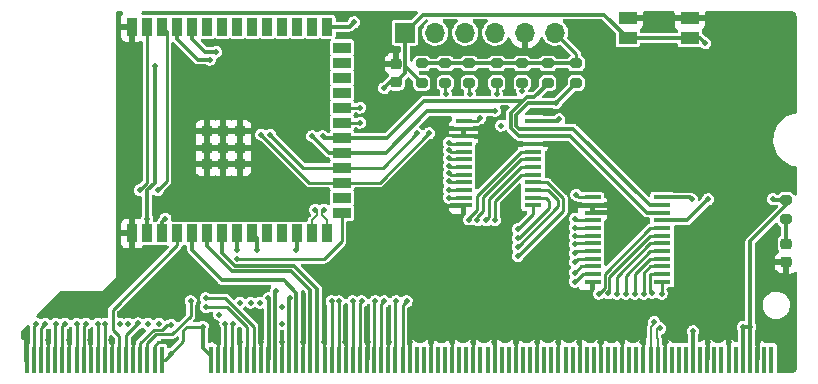
<source format=gbr>
%TF.GenerationSoftware,KiCad,Pcbnew,(6.0.1)*%
%TF.CreationDate,2022-10-22T09:43:17+02:00*%
%TF.ProjectId,so-dimm-esp32-cm,736f2d64-696d-46d2-9d65-737033322d63,rev?*%
%TF.SameCoordinates,Original*%
%TF.FileFunction,Copper,L1,Top*%
%TF.FilePolarity,Positive*%
%FSLAX46Y46*%
G04 Gerber Fmt 4.6, Leading zero omitted, Abs format (unit mm)*
G04 Created by KiCad (PCBNEW (6.0.1)) date 2022-10-22 09:43:17*
%MOMM*%
%LPD*%
G01*
G04 APERTURE LIST*
G04 Aperture macros list*
%AMRoundRect*
0 Rectangle with rounded corners*
0 $1 Rounding radius*
0 $2 $3 $4 $5 $6 $7 $8 $9 X,Y pos of 4 corners*
0 Add a 4 corners polygon primitive as box body*
4,1,4,$2,$3,$4,$5,$6,$7,$8,$9,$2,$3,0*
0 Add four circle primitives for the rounded corners*
1,1,$1+$1,$2,$3*
1,1,$1+$1,$4,$5*
1,1,$1+$1,$6,$7*
1,1,$1+$1,$8,$9*
0 Add four rect primitives between the rounded corners*
20,1,$1+$1,$2,$3,$4,$5,0*
20,1,$1+$1,$4,$5,$6,$7,0*
20,1,$1+$1,$6,$7,$8,$9,0*
20,1,$1+$1,$8,$9,$2,$3,0*%
G04 Aperture macros list end*
%TA.AperFunction,SMDPad,CuDef*%
%ADD10RoundRect,0.200000X0.275000X-0.200000X0.275000X0.200000X-0.275000X0.200000X-0.275000X-0.200000X0*%
%TD*%
%TA.AperFunction,SMDPad,CuDef*%
%ADD11RoundRect,0.218750X0.256250X-0.218750X0.256250X0.218750X-0.256250X0.218750X-0.256250X-0.218750X0*%
%TD*%
%TA.AperFunction,SMDPad,CuDef*%
%ADD12R,1.550000X1.000000*%
%TD*%
%TA.AperFunction,SMDPad,CuDef*%
%ADD13R,0.450000X2.300000*%
%TD*%
%TA.AperFunction,SMDPad,CuDef*%
%ADD14R,1.475000X0.450000*%
%TD*%
%TA.AperFunction,SMDPad,CuDef*%
%ADD15R,0.900000X1.500000*%
%TD*%
%TA.AperFunction,SMDPad,CuDef*%
%ADD16R,1.500000X0.900000*%
%TD*%
%TA.AperFunction,SMDPad,CuDef*%
%ADD17R,0.900000X0.900000*%
%TD*%
%TA.AperFunction,ComponentPad*%
%ADD18R,1.700000X1.700000*%
%TD*%
%TA.AperFunction,ComponentPad*%
%ADD19O,1.700000X1.700000*%
%TD*%
%TA.AperFunction,SMDPad,CuDef*%
%ADD20RoundRect,0.225000X0.250000X-0.225000X0.250000X0.225000X-0.250000X0.225000X-0.250000X-0.225000X0*%
%TD*%
%TA.AperFunction,ViaPad*%
%ADD21C,0.500000*%
%TD*%
%TA.AperFunction,Conductor*%
%ADD22C,0.300000*%
%TD*%
%TA.AperFunction,Conductor*%
%ADD23C,0.250000*%
%TD*%
%TA.AperFunction,Conductor*%
%ADD24C,0.200000*%
%TD*%
G04 APERTURE END LIST*
D10*
%TO.P,R4,1*%
%TO.N,/~{E1_INT}*%
X157353000Y-83248000D03*
%TO.P,R4,2*%
%TO.N,+3V3*%
X157353000Y-81598000D03*
%TD*%
D11*
%TO.P,D1,1,K*%
%TO.N,GND*%
X181864000Y-98450500D03*
%TO.P,D1,2,A*%
%TO.N,Net-(D1-Pad2)*%
X181864000Y-96875500D03*
%TD*%
D10*
%TO.P,R8,1*%
%TO.N,/SCL*%
X161671000Y-83248000D03*
%TO.P,R8,2*%
%TO.N,+3V3*%
X161671000Y-81598000D03*
%TD*%
%TO.P,R6,1*%
%TO.N,/SDA*%
X164084000Y-83248000D03*
%TO.P,R6,2*%
%TO.N,+3V3*%
X164084000Y-81598000D03*
%TD*%
D12*
%TO.P,S1,1,NO*%
%TO.N,/ESP32-CM/ESP_EN{slash}CM_RUN*%
X168444000Y-79463000D03*
%TO.P,S1,2,COM*%
%TO.N,GND*%
X168444000Y-77763000D03*
%TO.P,S1,3,NO*%
%TO.N,/ESP32-CM/ESP_EN{slash}CM_RUN*%
X173694000Y-79463000D03*
%TO.P,S1,4,COM*%
%TO.N,GND*%
X173694000Y-77763000D03*
%TD*%
D10*
%TO.P,R7,1*%
%TO.N,Net-(D1-Pad2)*%
X181864000Y-94805000D03*
%TO.P,R7,2*%
%TO.N,+3V3*%
X181864000Y-93155000D03*
%TD*%
D13*
%TO.P,J1,1,1*%
%TO.N,GND*%
X117575346Y-106677001D03*
%TO.P,J1,3,3*%
%TO.N,/ESP32-CM/SDA0*%
X118175346Y-106677001D03*
%TO.P,J1,5,5*%
%TO.N,/ESP32-CM/SCL0*%
X118775346Y-106677001D03*
%TO.P,J1,7,7*%
%TO.N,GND*%
X119375346Y-106677001D03*
%TO.P,J1,9,9*%
%TO.N,/SDA*%
X119975346Y-106677001D03*
%TO.P,J1,11,11*%
%TO.N,/SCL*%
X120575346Y-106677001D03*
%TO.P,J1,13,13*%
%TO.N,GND*%
X121175346Y-106677001D03*
%TO.P,J1,15,15*%
%TO.N,E1_IO0_0*%
X121775346Y-106677001D03*
%TO.P,J1,17,17*%
%TO.N,E1_IO0_1*%
X122375346Y-106677001D03*
%TO.P,J1,19,19*%
%TO.N,GND*%
X122975346Y-106677001D03*
%TO.P,J1,21,21*%
%TO.N,E1_IO0_2*%
X123575346Y-106677001D03*
%TO.P,J1,23,23*%
%TO.N,E1_IO0_3*%
X124175346Y-106677001D03*
%TO.P,J1,25,25*%
%TO.N,GND*%
X124775346Y-106677001D03*
%TO.P,J1,27,27*%
%TO.N,/ESP32-CM/V0SPI_CS*%
X125375346Y-106677001D03*
%TO.P,J1,29,29*%
%TO.N,/ESP32-CM/V0SPI_MISO*%
X125975346Y-106677001D03*
%TO.P,J1,31,31*%
%TO.N,GND*%
X126575346Y-106677001D03*
%TO.P,J1,33,33*%
%TO.N,/ESP32-CM/V0SPI_MOSI*%
X127175346Y-106677001D03*
%TO.P,J1,35,35*%
%TO.N,/ESP32-CM/V0SPI_CLK*%
X127775346Y-106677001D03*
%TO.P,J1,37,37*%
%TO.N,GND*%
X128375346Y-106677001D03*
%TO.P,J1,39,39*%
%TO.N,+3V3*%
X128975346Y-106677001D03*
%TO.P,J1,41,41*%
X133175346Y-106677001D03*
%TO.P,J1,43,43*%
%TO.N,GND*%
X133775346Y-106677001D03*
%TO.P,J1,45,45*%
%TO.N,E1_IO1_7*%
X134375346Y-106677001D03*
%TO.P,J1,47,47*%
%TO.N,E1_IO1_6*%
X134975346Y-106677001D03*
%TO.P,J1,49,49*%
%TO.N,GND*%
X135575346Y-106677001D03*
%TO.P,J1,51,51*%
%TO.N,/ESP32-CM/TXD0*%
X136175346Y-106677001D03*
%TO.P,J1,53,53*%
%TO.N,/ESP32-CM/RXD0*%
X136775346Y-106677001D03*
%TO.P,J1,55,55*%
%TO.N,GND*%
X137375346Y-106677001D03*
%TO.P,J1,57,57*%
%TO.N,/ESP32-CM/GPIO15{slash}RTS*%
X137975346Y-106677001D03*
%TO.P,J1,59,59*%
%TO.N,/ESP32-CM/GPIO16{slash}CTS*%
X138575346Y-106677001D03*
%TO.P,J1,61,61*%
%TO.N,GND*%
X139175346Y-106677001D03*
%TO.P,J1,63,63*%
%TO.N,/ESP32-CM/V1SPI_CS*%
X139775346Y-106677001D03*
%TO.P,J1,65,65*%
%TO.N,/ESP32-CM/V1SPI_MISO*%
X140375346Y-106677001D03*
%TO.P,J1,67,67*%
%TO.N,GND*%
X140975346Y-106677001D03*
%TO.P,J1,69,69*%
%TO.N,/ESP32-CM/V1SPI_MOSI*%
X141575346Y-106677001D03*
%TO.P,J1,71,71*%
%TO.N,/ESP32-CM/V1SPI_CLK*%
X142175346Y-106677001D03*
%TO.P,J1,73,73*%
%TO.N,GND*%
X142775346Y-106677001D03*
%TO.P,J1,75,75*%
%TO.N,E1_IO1_5*%
X143375346Y-106677001D03*
%TO.P,J1,77,77*%
%TO.N,E1_IO1_4*%
X143975346Y-106677001D03*
%TO.P,J1,79,79*%
%TO.N,GND*%
X144575346Y-106677001D03*
%TO.P,J1,81,81*%
%TO.N,E1_IO1_0*%
X145175346Y-106677001D03*
%TO.P,J1,83,83*%
%TO.N,E1_IO1_1*%
X145775346Y-106677001D03*
%TO.P,J1,85,85*%
%TO.N,GND*%
X146375346Y-106677001D03*
%TO.P,J1,87,87*%
%TO.N,E1_IO1_2*%
X146975346Y-106677001D03*
%TO.P,J1,89,89*%
%TO.N,E1_IO1_3*%
X147575346Y-106677001D03*
%TO.P,J1,91,91*%
%TO.N,GND*%
X148175346Y-106677001D03*
%TO.P,J1,93,93*%
%TO.N,E2_IO0_0*%
X148775346Y-106677001D03*
%TO.P,J1,95,95*%
%TO.N,E2_IO0_1*%
X149375346Y-106677001D03*
%TO.P,J1,97,97*%
%TO.N,GND*%
X149975346Y-106677001D03*
%TO.P,J1,99,99*%
%TO.N,unconnected-(J1-Pad99)*%
X150575346Y-106677001D03*
%TO.P,J1,101,101*%
%TO.N,unconnected-(J1-Pad101)*%
X151175346Y-106677001D03*
%TO.P,J1,103,103*%
%TO.N,GND*%
X151775346Y-106677001D03*
%TO.P,J1,105,105*%
%TO.N,unconnected-(J1-Pad105)*%
X152375346Y-106677001D03*
%TO.P,J1,107,107*%
%TO.N,unconnected-(J1-Pad107)*%
X152975346Y-106677001D03*
%TO.P,J1,109,109*%
%TO.N,GND*%
X153575346Y-106677001D03*
%TO.P,J1,111,111*%
%TO.N,unconnected-(J1-Pad111)*%
X154175346Y-106677001D03*
%TO.P,J1,113,113*%
%TO.N,unconnected-(J1-Pad113)*%
X154775346Y-106677001D03*
%TO.P,J1,115,115*%
%TO.N,GND*%
X155375346Y-106677001D03*
%TO.P,J1,117,117*%
%TO.N,unconnected-(J1-Pad117)*%
X155975346Y-106677001D03*
%TO.P,J1,119,119*%
%TO.N,unconnected-(J1-Pad119)*%
X156575346Y-106677001D03*
%TO.P,J1,121,121*%
%TO.N,GND*%
X157175346Y-106677001D03*
%TO.P,J1,123,123*%
%TO.N,unconnected-(J1-Pad123)*%
X157775346Y-106677001D03*
%TO.P,J1,125,125*%
%TO.N,unconnected-(J1-Pad125)*%
X158375346Y-106677001D03*
%TO.P,J1,127,127*%
%TO.N,GND*%
X158975346Y-106677001D03*
%TO.P,J1,129,129*%
%TO.N,unconnected-(J1-Pad129)*%
X159575346Y-106677001D03*
%TO.P,J1,131,131*%
%TO.N,unconnected-(J1-Pad131)*%
X160175346Y-106677001D03*
%TO.P,J1,133,133*%
%TO.N,GND*%
X160775346Y-106677001D03*
%TO.P,J1,135,135*%
%TO.N,unconnected-(J1-Pad135)*%
X161375346Y-106677001D03*
%TO.P,J1,137,137*%
%TO.N,unconnected-(J1-Pad137)*%
X161975346Y-106677001D03*
%TO.P,J1,139,139*%
%TO.N,GND*%
X162575346Y-106677001D03*
%TO.P,J1,141,141*%
%TO.N,unconnected-(J1-Pad141)*%
X163175346Y-106677001D03*
%TO.P,J1,143,143*%
%TO.N,unconnected-(J1-Pad143)*%
X163775346Y-106677001D03*
%TO.P,J1,145,145*%
%TO.N,GND*%
X164375346Y-106677001D03*
%TO.P,J1,147,147*%
%TO.N,unconnected-(J1-Pad147)*%
X164975346Y-106677001D03*
%TO.P,J1,149,149*%
%TO.N,unconnected-(J1-Pad149)*%
X165575346Y-106677001D03*
%TO.P,J1,151,151*%
%TO.N,GND*%
X166175346Y-106677001D03*
%TO.P,J1,153,153*%
%TO.N,unconnected-(J1-Pad153)*%
X166775346Y-106677001D03*
%TO.P,J1,155,155*%
%TO.N,unconnected-(J1-Pad155)*%
X167375346Y-106677001D03*
%TO.P,J1,157,157*%
%TO.N,GND*%
X167975346Y-106677001D03*
%TO.P,J1,159,159*%
%TO.N,unconnected-(J1-Pad159)*%
X168575346Y-106677001D03*
%TO.P,J1,161,161*%
%TO.N,unconnected-(J1-Pad161)*%
X169175346Y-106677001D03*
%TO.P,J1,163,163*%
%TO.N,GND*%
X169775346Y-106677001D03*
%TO.P,J1,165,165*%
%TO.N,/ESP32-CM/USB_D+*%
X170375346Y-106677001D03*
%TO.P,J1,167,167*%
%TO.N,/ESP32-CM/USB_D-*%
X170975346Y-106677001D03*
%TO.P,J1,169,169*%
%TO.N,GND*%
X171575346Y-106677001D03*
%TO.P,J1,171,171*%
%TO.N,unconnected-(J1-Pad171)*%
X172175346Y-106677001D03*
%TO.P,J1,173,173*%
%TO.N,unconnected-(J1-Pad173)*%
X172775346Y-106677001D03*
%TO.P,J1,175,175*%
%TO.N,unconnected-(J1-Pad175)*%
X173375346Y-106677001D03*
%TO.P,J1,177,177*%
%TO.N,/ESP32-CM/ESP_EN{slash}CM_RUN*%
X173975346Y-106677001D03*
%TO.P,J1,179,179*%
%TO.N,unconnected-(J1-Pad179)*%
X174575346Y-106677001D03*
%TO.P,J1,181,181*%
%TO.N,GND*%
X175175346Y-106677001D03*
%TO.P,J1,183,183*%
%TO.N,unconnected-(J1-Pad183)*%
X175775346Y-106677001D03*
%TO.P,J1,185,185*%
%TO.N,unconnected-(J1-Pad185)*%
X176375346Y-106677001D03*
%TO.P,J1,187,187*%
%TO.N,GND*%
X176975346Y-106677001D03*
%TO.P,J1,189,189*%
%TO.N,unconnected-(J1-Pad189)*%
X177575346Y-106677001D03*
%TO.P,J1,191,191*%
%TO.N,+3V3*%
X178175346Y-106677001D03*
%TO.P,J1,193,193*%
X178775346Y-106677001D03*
%TO.P,J1,195,195*%
%TO.N,GND*%
X179375346Y-106677001D03*
%TO.P,J1,197,197*%
%TO.N,unconnected-(J1-Pad197)*%
X179975346Y-106677001D03*
%TO.P,J1,199,199*%
%TO.N,unconnected-(J1-Pad199)*%
X180575346Y-106677001D03*
%TD*%
D14*
%TO.P,IC1,1,~{INT}*%
%TO.N,/~{E1_INT}*%
X154542000Y-86468000D03*
%TO.P,IC1,2,A1*%
%TO.N,GND*%
X154542000Y-87118000D03*
%TO.P,IC1,3,A2*%
X154542000Y-87768000D03*
%TO.P,IC1,4,IO0_0*%
%TO.N,E1_IO0_0*%
X154542000Y-88418000D03*
%TO.P,IC1,5,IO0_1*%
%TO.N,E1_IO0_1*%
X154542000Y-89068000D03*
%TO.P,IC1,6,IO0_2*%
%TO.N,E1_IO0_2*%
X154542000Y-89718000D03*
%TO.P,IC1,7,IO0_3*%
%TO.N,E1_IO0_3*%
X154542000Y-90368000D03*
%TO.P,IC1,8,IO0_4*%
%TO.N,E1_IO0_4*%
X154542000Y-91018000D03*
%TO.P,IC1,9,IO0_5*%
%TO.N,E1_IO0_5*%
X154542000Y-91668000D03*
%TO.P,IC1,10,IO0_6*%
%TO.N,E1_IO0_6*%
X154542000Y-92318000D03*
%TO.P,IC1,11,IO0_7*%
%TO.N,E1_IO0_7*%
X154542000Y-92968000D03*
%TO.P,IC1,12,GND*%
%TO.N,GND*%
X154542000Y-93618000D03*
%TO.P,IC1,13,IO1_0*%
%TO.N,E1_IO1_0*%
X160418000Y-93618000D03*
%TO.P,IC1,14,IO1_1*%
%TO.N,E1_IO1_1*%
X160418000Y-92968000D03*
%TO.P,IC1,15,IO1_2*%
%TO.N,E1_IO1_2*%
X160418000Y-92318000D03*
%TO.P,IC1,16,IO1_3*%
%TO.N,E1_IO1_3*%
X160418000Y-91668000D03*
%TO.P,IC1,17,IO1_4*%
%TO.N,E1_IO1_4*%
X160418000Y-91018000D03*
%TO.P,IC1,18,IO1_5*%
%TO.N,E1_IO1_5*%
X160418000Y-90368000D03*
%TO.P,IC1,19,IO1_6*%
%TO.N,E1_IO1_6*%
X160418000Y-89718000D03*
%TO.P,IC1,20,IO1_7*%
%TO.N,E1_IO1_7*%
X160418000Y-89068000D03*
%TO.P,IC1,21,A0*%
%TO.N,GND*%
X160418000Y-88418000D03*
%TO.P,IC1,22,SCL*%
%TO.N,/SCL*%
X160418000Y-87768000D03*
%TO.P,IC1,23,SDA*%
%TO.N,/SDA*%
X160418000Y-87118000D03*
%TO.P,IC1,24,VCC*%
%TO.N,+3V3*%
X160418000Y-86468000D03*
%TD*%
D10*
%TO.P,R1,1*%
%TO.N,/ESP32-CM/ESP_EN{slash}CM_RUN*%
X151003000Y-83248000D03*
%TO.P,R1,2*%
%TO.N,+3V3*%
X151003000Y-81598000D03*
%TD*%
%TO.P,R2,1*%
%TO.N,/ESP32-CM/SDA0*%
X155034000Y-83248000D03*
%TO.P,R2,2*%
%TO.N,+3V3*%
X155034000Y-81598000D03*
%TD*%
D14*
%TO.P,IC2,1,~{INT}*%
%TO.N,/~{E2_INT}*%
X165464000Y-92945000D03*
%TO.P,IC2,2,A1*%
%TO.N,GND*%
X165464000Y-93595000D03*
%TO.P,IC2,3,A2*%
X165464000Y-94245000D03*
%TO.P,IC2,4,IO0_0*%
%TO.N,E2_IO0_0*%
X165464000Y-94895000D03*
%TO.P,IC2,5,IO0_1*%
%TO.N,E2_IO0_1*%
X165464000Y-95545000D03*
%TO.P,IC2,6,IO0_2*%
%TO.N,E2_IO0_2*%
X165464000Y-96195000D03*
%TO.P,IC2,7,IO0_3*%
%TO.N,E2_IO0_3*%
X165464000Y-96845000D03*
%TO.P,IC2,8,IO0_4*%
%TO.N,E2_IO0_4*%
X165464000Y-97495000D03*
%TO.P,IC2,9,IO0_5*%
%TO.N,E2_IO0_5*%
X165464000Y-98145000D03*
%TO.P,IC2,10,IO0_6*%
%TO.N,E2_IO0_6*%
X165464000Y-98795000D03*
%TO.P,IC2,11,IO0_7*%
%TO.N,E2_IO0_7*%
X165464000Y-99445000D03*
%TO.P,IC2,12,GND*%
%TO.N,GND*%
X165464000Y-100095000D03*
%TO.P,IC2,13,IO1_0*%
%TO.N,E2_IO1_0*%
X171340000Y-100095000D03*
%TO.P,IC2,14,IO1_1*%
%TO.N,E2_IO1_1*%
X171340000Y-99445000D03*
%TO.P,IC2,15,IO1_2*%
%TO.N,E2_IO1_2*%
X171340000Y-98795000D03*
%TO.P,IC2,16,IO1_3*%
%TO.N,E2_IO1_3*%
X171340000Y-98145000D03*
%TO.P,IC2,17,IO1_4*%
%TO.N,E2_IO1_4*%
X171340000Y-97495000D03*
%TO.P,IC2,18,IO1_5*%
%TO.N,E2_IO1_5*%
X171340000Y-96845000D03*
%TO.P,IC2,19,IO1_6*%
%TO.N,E2_IO1_6*%
X171340000Y-96195000D03*
%TO.P,IC2,20,IO1_7*%
%TO.N,E2_IO1_7*%
X171340000Y-95545000D03*
%TO.P,IC2,21,A0*%
%TO.N,+3V3*%
X171340000Y-94895000D03*
%TO.P,IC2,22,SCL*%
%TO.N,/SCL*%
X171340000Y-94245000D03*
%TO.P,IC2,23,SDA*%
%TO.N,/SDA*%
X171340000Y-93595000D03*
%TO.P,IC2,24,VCC*%
%TO.N,+3V3*%
X171340000Y-92945000D03*
%TD*%
D10*
%TO.P,R5,1*%
%TO.N,/~{E2_INT}*%
X159512000Y-83248000D03*
%TO.P,R5,2*%
%TO.N,+3V3*%
X159512000Y-81598000D03*
%TD*%
D15*
%TO.P,U1,1,GND*%
%TO.N,GND*%
X126487000Y-95999000D03*
%TO.P,U1,2,3V3*%
%TO.N,+3V3*%
X127757000Y-95999000D03*
%TO.P,U1,3,EN*%
%TO.N,/ESP32-CM/ESP_EN{slash}CM_RUN*%
X129027000Y-95999000D03*
%TO.P,U1,4,GPIO4/TOUCH4/ADC1_CH3*%
%TO.N,/ESP32-CM/V0SPI_CS*%
X130297000Y-95999000D03*
%TO.P,U1,5,GPIO5/TOUCH5/ADC1_CH4*%
%TO.N,/ESP32-CM/V1SPI_MISO*%
X131567000Y-95999000D03*
%TO.P,U1,6,GPIO6/TOUCH6/ADC1_CH5*%
%TO.N,/ESP32-CM/V1SPI_MOSI*%
X132837000Y-95999000D03*
%TO.P,U1,7,GPIO7/TOUCH7/ADC1_CH6*%
%TO.N,/ESP32-CM/V1SPI_CLK*%
X134107000Y-95999000D03*
%TO.P,U1,8,GPIO15/U0RTS/ADC2_CH4/XTAL_32K_P*%
%TO.N,/ESP32-CM/GPIO15{slash}RTS*%
X135377000Y-95999000D03*
%TO.P,U1,9,GPIO16/U0CTS/ADC2_CH5/XTAL_32K_N*%
%TO.N,/ESP32-CM/GPIO16{slash}CTS*%
X136647000Y-95999000D03*
%TO.P,U1,10,GPIO17/U1TXD/ADC2_CH6/DAC_1*%
%TO.N,unconnected-(U1-Pad10)*%
X137917000Y-95999000D03*
%TO.P,U1,11,GPIO18/U1RXD/ADC2_CH7/DAC_2/CLK_OUT3*%
%TO.N,unconnected-(U1-Pad11)*%
X139187000Y-95999000D03*
%TO.P,U1,12,GPIO8/TOUCH8/ADC1_CH7*%
%TO.N,/ESP32-CM/V1SPI_CS*%
X140457000Y-95999000D03*
%TO.P,U1,13,GPIO19/U1RTS/ADC2_CH8/CLK_OUT2/USB_D-*%
%TO.N,/ESP32-CM/USB_D-*%
X141727000Y-95999000D03*
%TO.P,U1,14,GPIO20/U1CTS/ADC2_CH9/CLK_OUT1/USB_D+*%
%TO.N,/ESP32-CM/USB_D+*%
X142997000Y-95999000D03*
D16*
%TO.P,U1,15,GPIO3/TOUCH3/ADC1_CH2*%
%TO.N,/ESP32-CM/V0SPI_MOSI*%
X144247000Y-94234000D03*
%TO.P,U1,16,GPIO46*%
%TO.N,unconnected-(U1-Pad16)*%
X144247000Y-92964000D03*
%TO.P,U1,17,GPIO9/TOUCH9/ADC1_CH8/FSPIHD*%
%TO.N,/ESP32-CM/SDA0*%
X144247000Y-91694000D03*
%TO.P,U1,18,GPIO10/TOUCH10/ADC1_CH9/FSPICS0/FSPIIO4*%
%TO.N,/ESP32-CM/SCL0*%
X144247000Y-90424000D03*
%TO.P,U1,19,GPIO11/TOUCH11/ADC2_CH0/FSPID/FSPIIO5*%
%TO.N,/SDA*%
X144247000Y-89154000D03*
%TO.P,U1,20,GPIO12/TOUCH12/ADC2_CH1/FSPICLK/FSPIIO6*%
%TO.N,/SCL*%
X144247000Y-87884000D03*
%TO.P,U1,21,GPIO13/TOUCH13/ADC2_CH2/FSPIQ/FSPIIO7*%
%TO.N,/~{E2_INT}*%
X144247000Y-86614000D03*
%TO.P,U1,22,GPIO14/TOUCH14/ADC2_CH3/FSPIWP/FSPIDQS*%
%TO.N,/~{E1_INT}*%
X144247000Y-85344000D03*
%TO.P,U1,23,GPIO21*%
%TO.N,unconnected-(U1-Pad23)*%
X144247000Y-84074000D03*
%TO.P,U1,24,SPIIO4/GPIO33/FSPIHD*%
%TO.N,unconnected-(U1-Pad24)*%
X144247000Y-82804000D03*
%TO.P,U1,25,SPIIO5/GPIO34/FSPICS0*%
%TO.N,unconnected-(U1-Pad25)*%
X144247000Y-81534000D03*
%TO.P,U1,26,GPIO45*%
%TO.N,unconnected-(U1-Pad26)*%
X144247000Y-80264000D03*
D15*
%TO.P,U1,27,GPIO0*%
%TO.N,/ESP32-CM/IO0*%
X142997000Y-78499000D03*
%TO.P,U1,28,SPIIO6/GPIO35/FSPID*%
%TO.N,unconnected-(U1-Pad28)*%
X141727000Y-78499000D03*
%TO.P,U1,29,SPIIO7/GPIO36/FSPICLK*%
%TO.N,unconnected-(U1-Pad29)*%
X140457000Y-78499000D03*
%TO.P,U1,30,SPIDQS/GPIO37/FSPIQ*%
%TO.N,unconnected-(U1-Pad30)*%
X139187000Y-78499000D03*
%TO.P,U1,31,GPIO38/FSPIWP*%
%TO.N,unconnected-(U1-Pad31)*%
X137917000Y-78499000D03*
%TO.P,U1,32,MTCK/GPIO39/CLK_OUT3*%
%TO.N,unconnected-(U1-Pad32)*%
X136647000Y-78499000D03*
%TO.P,U1,33,MTDO/GPIO40/CLK_OUT2*%
%TO.N,unconnected-(U1-Pad33)*%
X135377000Y-78499000D03*
%TO.P,U1,34,MTDI/GPIO41/CLK_OUT1*%
%TO.N,unconnected-(U1-Pad34)*%
X134107000Y-78499000D03*
%TO.P,U1,35,MTMS/GPIO42*%
%TO.N,unconnected-(U1-Pad35)*%
X132837000Y-78499000D03*
%TO.P,U1,36,U0RXD/GPIO44/CLK_OUT2*%
%TO.N,/ESP32-CM/RXD0*%
X131567000Y-78499000D03*
%TO.P,U1,37,U0TXD/GPIO43/CLK_OUT1*%
%TO.N,/ESP32-CM/TXD0*%
X130297000Y-78499000D03*
%TO.P,U1,38,GPIO2/TOUCH2/ADC1_CH1*%
%TO.N,/ESP32-CM/V0SPI_CLK*%
X129027000Y-78499000D03*
%TO.P,U1,39,GPIO1/TOUCH1/ADC1_CH0*%
%TO.N,/ESP32-CM/V0SPI_MISO*%
X127757000Y-78499000D03*
%TO.P,U1,40,GND*%
%TO.N,GND*%
X126487000Y-78499000D03*
D17*
%TO.P,U1,41,GND*%
X132807000Y-88749000D03*
X135607000Y-87349000D03*
X134207000Y-90149000D03*
X134207000Y-88749000D03*
X135607000Y-90149000D03*
X132807000Y-87349000D03*
X132807000Y-90149000D03*
X134207000Y-87349000D03*
X135607000Y-88749000D03*
%TD*%
D10*
%TO.P,R3,1*%
%TO.N,/ESP32-CM/SCL0*%
X153002000Y-83248000D03*
%TO.P,R3,2*%
%TO.N,+3V3*%
X153002000Y-81598000D03*
%TD*%
D18*
%TO.P,J2,1,Pin_1*%
%TO.N,/ESP32-CM/ESP_EN{slash}CM_RUN*%
X149606000Y-78994000D03*
D19*
%TO.P,J2,2,Pin_2*%
%TO.N,/ESP32-CM/IO0*%
X152146000Y-78994000D03*
%TO.P,J2,3,Pin_3*%
%TO.N,/ESP32-CM/RXD0*%
X154686000Y-78994000D03*
%TO.P,J2,4,Pin_4*%
%TO.N,/ESP32-CM/TXD0*%
X157226000Y-78994000D03*
%TO.P,J2,5,Pin_5*%
%TO.N,GND*%
X159766000Y-78994000D03*
%TO.P,J2,6,Pin_6*%
%TO.N,+3V3*%
X162306000Y-78994000D03*
%TD*%
D20*
%TO.P,C1,1*%
%TO.N,/ESP32-CM/ESP_EN{slash}CM_RUN*%
X148844000Y-83198000D03*
%TO.P,C1,2*%
%TO.N,GND*%
X148844000Y-81648000D03*
%TD*%
D21*
%TO.N,+3V3*%
X127762000Y-94742000D03*
X178816000Y-103886000D03*
X178181000Y-103886000D03*
X128397000Y-81788000D03*
X129794000Y-106172000D03*
X175260000Y-93091000D03*
X180721000Y-93091000D03*
X162647829Y-86341073D03*
X173863000Y-93091000D03*
X132461000Y-103886000D03*
%TO.N,GND*%
X142748000Y-105156000D03*
X169672000Y-105156000D03*
X140462000Y-80010000D03*
X126096092Y-94193160D03*
X122936000Y-105029000D03*
X179451000Y-105156000D03*
X144526000Y-105156000D03*
X177038000Y-105156000D03*
X121158000Y-105029000D03*
X129767679Y-105169968D03*
X135636000Y-105156000D03*
X153543000Y-105156000D03*
X140970000Y-105156000D03*
X146431000Y-105156000D03*
X139192000Y-105156000D03*
X164338000Y-105156000D03*
X139827000Y-80010000D03*
X126619000Y-105029000D03*
X157099000Y-105156000D03*
X133481181Y-105135763D03*
X148209000Y-105156000D03*
X137414000Y-105156000D03*
X160782000Y-105156000D03*
X155321000Y-105156000D03*
X149987000Y-105156000D03*
X141732000Y-80010000D03*
X162560000Y-105156000D03*
X119380000Y-105029000D03*
X171704000Y-105156000D03*
X166116000Y-105156000D03*
X175260000Y-105156000D03*
X117602000Y-105029000D03*
X141097000Y-80010000D03*
X167907617Y-105127499D03*
X151765000Y-105156000D03*
X124714000Y-105029000D03*
X142367000Y-80010000D03*
X126238000Y-97790000D03*
X159004000Y-105127499D03*
%TO.N,/~{E1_INT}*%
X157353000Y-84201000D03*
X145796000Y-85344000D03*
X155956000Y-86233000D03*
%TO.N,/SCL*%
X120777000Y-103632000D03*
X142621000Y-87757000D03*
%TO.N,/SDA*%
X141732000Y-87757000D03*
X120015000Y-103632000D03*
X157209500Y-85625925D03*
X162369000Y-84963000D03*
%TO.N,/~{E2_INT}*%
X159512000Y-83947000D03*
X157734000Y-86868000D03*
X145796000Y-86614000D03*
X164084000Y-92710000D03*
%TO.N,E2_IO0_0*%
X148844000Y-101726433D03*
X163957000Y-94742000D03*
%TO.N,E2_IO0_1*%
X163957000Y-95504000D03*
X149733000Y-101726433D03*
%TO.N,E2_IO0_2*%
X133858000Y-102870000D03*
X163957161Y-96251538D03*
%TO.N,E2_IO0_3*%
X163949923Y-96901000D03*
X135636000Y-101854000D03*
%TO.N,E2_IO0_4*%
X163957000Y-97663000D03*
X136525000Y-101854000D03*
%TO.N,E2_IO0_5*%
X163957000Y-98425000D03*
X137287000Y-101854000D03*
%TO.N,E2_IO0_6*%
X139203602Y-102243702D03*
X163957000Y-99314000D03*
%TO.N,E2_IO0_7*%
X139159856Y-103632000D03*
X163957000Y-100076000D03*
%TO.N,E2_IO1_0*%
X171323000Y-101092000D03*
%TO.N,E2_IO1_1*%
X170508188Y-101038056D03*
%TO.N,E2_IO1_2*%
X169799000Y-101092000D03*
%TO.N,E2_IO1_3*%
X169037000Y-101092000D03*
%TO.N,E2_IO1_4*%
X168275000Y-101092000D03*
%TO.N,E2_IO1_5*%
X167511269Y-101092000D03*
%TO.N,E2_IO1_6*%
X166782447Y-101079066D03*
%TO.N,E2_IO1_7*%
X165989000Y-101090812D03*
%TO.N,E1_IO0_0*%
X121778497Y-103632000D03*
X153289036Y-88319488D03*
%TO.N,/ESP32-CM/SDA0*%
X155067000Y-84201000D03*
X118364000Y-103632000D03*
X137414000Y-87630000D03*
X151638000Y-87503000D03*
%TO.N,E1_IO0_1*%
X122555000Y-103632000D03*
X153288615Y-88968990D03*
%TO.N,E1_IO0_2*%
X153288615Y-89618493D03*
X123556497Y-103632000D03*
%TO.N,E1_IO0_3*%
X153288606Y-90267995D03*
X124206000Y-103632000D03*
%TO.N,/ESP32-CM/ESP_EN{slash}CM_RUN*%
X175006000Y-79883000D03*
X173990000Y-104267000D03*
X129302500Y-94742000D03*
X147828000Y-83693000D03*
%TO.N,/ESP32-CM/RXD0*%
X133609198Y-80630518D03*
X132715000Y-101473000D03*
%TO.N,/ESP32-CM/TXD0*%
X132715000Y-102235000D03*
X133084698Y-81280000D03*
%TO.N,E1_IO0_4*%
X125461497Y-103632000D03*
X153289000Y-90917497D03*
%TO.N,E1_IO0_5*%
X153289000Y-91567000D03*
X126111000Y-103632000D03*
%TO.N,E1_IO0_6*%
X153288574Y-92314498D03*
X127793085Y-103632000D03*
%TO.N,E1_IO0_7*%
X153289000Y-92964000D03*
X128778000Y-103632000D03*
%TO.N,E1_IO1_0*%
X145161000Y-101726433D03*
X159131000Y-95631000D03*
%TO.N,E1_IO1_1*%
X159131000Y-96393000D03*
X145923000Y-101726433D03*
%TO.N,E1_IO1_2*%
X159131000Y-97155000D03*
X147066000Y-101726433D03*
%TO.N,E1_IO1_3*%
X147828000Y-101726433D03*
X159131000Y-97917000D03*
%TO.N,E1_IO1_4*%
X144018000Y-101727000D03*
X157211497Y-94869000D03*
%TO.N,E1_IO1_5*%
X143368498Y-101726615D03*
X156464000Y-94869000D03*
%TO.N,E1_IO1_6*%
X155702000Y-94869000D03*
X135031990Y-103631812D03*
%TO.N,E1_IO1_7*%
X155006179Y-94823065D03*
X134382500Y-103635840D03*
%TO.N,/ESP32-CM/SCL0*%
X138176000Y-87630000D03*
X150622000Y-87503000D03*
X119126000Y-103632000D03*
X153035000Y-84201000D03*
%TO.N,/ESP32-CM/IO0*%
X145288000Y-78105000D03*
%TO.N,/ESP32-CM/USB_D-*%
X171207166Y-104024166D03*
X141987000Y-93980000D03*
%TO.N,/ESP32-CM/USB_D+*%
X170676834Y-103493834D03*
X142737000Y-93980000D03*
%TO.N,/ESP32-CM/V1SPI_CS*%
X139843500Y-101473000D03*
X140335000Y-97409000D03*
%TO.N,/ESP32-CM/V0SPI_CLK*%
X128651000Y-92329000D03*
X131445000Y-101727000D03*
%TO.N,/ESP32-CM/V0SPI_MOSI*%
X129794000Y-103744497D03*
X135382000Y-98171000D03*
%TO.N,/ESP32-CM/V0SPI_MISO*%
X126979775Y-103611776D03*
X127127000Y-92329000D03*
%TO.N,/ESP32-CM/GPIO15{slash}RTS*%
X138025846Y-101473000D03*
X135382000Y-97409000D03*
%TO.N,/ESP32-CM/GPIO16{slash}CTS*%
X137033000Y-97409000D03*
X138684000Y-100838000D03*
%TD*%
D22*
%TO.N,+3V3*%
X171340000Y-92945000D02*
X173717000Y-92945000D01*
X127762000Y-94742000D02*
X127762000Y-95994000D01*
X178181000Y-103886000D02*
X178816000Y-103886000D01*
X133175346Y-106677001D02*
X133175346Y-106378346D01*
X178181000Y-106671347D02*
X178175346Y-106677001D01*
X178816000Y-96671573D02*
X181864000Y-93623573D01*
X164084000Y-81598000D02*
X151003000Y-81598000D01*
D23*
X132461000Y-103886000D02*
X131120994Y-103886000D01*
D22*
X173717000Y-92945000D02*
X173863000Y-93091000D01*
X127762000Y-95994000D02*
X127757000Y-95999000D01*
X178775346Y-106677001D02*
X178775346Y-103926654D01*
X171340000Y-94895000D02*
X173456000Y-94895000D01*
X173456000Y-94895000D02*
X175260000Y-93091000D01*
X178816000Y-103886000D02*
X178816000Y-96671573D01*
D23*
X162306000Y-78994000D02*
X164084000Y-80772000D01*
D22*
X162520902Y-86468000D02*
X162647829Y-86341073D01*
X133175346Y-106378346D02*
X132461000Y-105664000D01*
X132461000Y-105664000D02*
X132461000Y-103886000D01*
D23*
X164084000Y-80772000D02*
X164084000Y-81598000D01*
D22*
X181864000Y-93623573D02*
X181864000Y-93155000D01*
X181864000Y-93155000D02*
X180785000Y-93155000D01*
X160418000Y-86468000D02*
X162520902Y-86468000D01*
X127762000Y-92329000D02*
X127762000Y-94742000D01*
X178775346Y-103926654D02*
X178816000Y-103886000D01*
D23*
X128975346Y-106677001D02*
X129288999Y-106677001D01*
D22*
X128397000Y-91694000D02*
X127762000Y-92329000D01*
X178181000Y-103886000D02*
X178181000Y-106671347D01*
D23*
X131120994Y-103886000D02*
X130828511Y-104178483D01*
X130828511Y-105137489D02*
X129794000Y-106172000D01*
X129288999Y-106677001D02*
X129794000Y-106172000D01*
D22*
X128397000Y-81788000D02*
X128397000Y-91694000D01*
D23*
X130828511Y-104178483D02*
X130828511Y-105137489D01*
D22*
X180785000Y-93155000D02*
X180721000Y-93091000D01*
D23*
%TO.N,GND*%
X119380000Y-105029000D02*
X119380000Y-106672347D01*
X158975346Y-105156153D02*
X159004000Y-105127499D01*
X151765000Y-105156000D02*
X151765000Y-106666655D01*
X166116000Y-106617655D02*
X166175346Y-106677001D01*
X153575346Y-105188346D02*
X153543000Y-105156000D01*
X122936000Y-105029000D02*
X122936000Y-106637655D01*
X135575346Y-105216654D02*
X135636000Y-105156000D01*
X160782000Y-106670347D02*
X160775346Y-106677001D01*
X146431000Y-106621347D02*
X146375346Y-106677001D01*
X119380000Y-106672347D02*
X119375346Y-106677001D01*
X144575346Y-106677001D02*
X144575346Y-105205346D01*
X124775346Y-106677001D02*
X124775346Y-105090346D01*
X124775346Y-105090346D02*
X124714000Y-105029000D01*
X175260000Y-106592347D02*
X175175346Y-106677001D01*
X176975346Y-105218654D02*
X177038000Y-105156000D01*
X137375346Y-106677001D02*
X137375346Y-105194654D01*
X117575346Y-105055654D02*
X117602000Y-105029000D01*
X121175346Y-106677001D02*
X121175346Y-105046346D01*
X139192000Y-106660347D02*
X139175346Y-106677001D01*
X166116000Y-105156000D02*
X166116000Y-106617655D01*
X133775346Y-105429928D02*
X133775346Y-106677001D01*
X164375346Y-106677001D02*
X164375346Y-105193346D01*
X149987000Y-105156000D02*
X149987000Y-106665347D01*
X164375346Y-105193346D02*
X164338000Y-105156000D01*
X171575346Y-105284654D02*
X171704000Y-105156000D01*
X126575346Y-106677001D02*
X126575346Y-105072654D01*
X128375346Y-105488647D02*
X128694025Y-105169968D01*
X169775346Y-105259346D02*
X169775346Y-106677001D01*
X151765000Y-106666655D02*
X151775346Y-106677001D01*
X142748000Y-106649655D02*
X142775346Y-106677001D01*
X139192000Y-105156000D02*
X139192000Y-106660347D01*
X148175346Y-105189654D02*
X148209000Y-105156000D01*
X155321000Y-106622655D02*
X155375346Y-106677001D01*
X155321000Y-105156000D02*
X155321000Y-106622655D01*
X153575346Y-106677001D02*
X153575346Y-105188346D01*
X169672000Y-105156000D02*
X169775346Y-105259346D01*
X157175346Y-105232346D02*
X157099000Y-105156000D01*
X137375346Y-105194654D02*
X137414000Y-105156000D01*
X158975346Y-106677001D02*
X158975346Y-105156153D01*
X128375346Y-106677001D02*
X128375346Y-105488647D01*
X179451000Y-106601347D02*
X179375346Y-106677001D01*
X140975346Y-106677001D02*
X140975346Y-105161346D01*
X122936000Y-106637655D02*
X122975346Y-106677001D01*
X175260000Y-105156000D02*
X175260000Y-106592347D01*
X140975346Y-105161346D02*
X140970000Y-105156000D01*
X144575346Y-105205346D02*
X144526000Y-105156000D01*
X167975346Y-105195228D02*
X167907617Y-105127499D01*
X157175346Y-106677001D02*
X157175346Y-105232346D01*
X171575346Y-106677001D02*
X171575346Y-105284654D01*
X162560000Y-105156000D02*
X162560000Y-106661655D01*
X179451000Y-105156000D02*
X179451000Y-106601347D01*
X176975346Y-106677001D02*
X176975346Y-105218654D01*
X148175346Y-106677001D02*
X148175346Y-105189654D01*
X149987000Y-106665347D02*
X149975346Y-106677001D01*
X117575346Y-106677001D02*
X117575346Y-105055654D01*
X160782000Y-105156000D02*
X160782000Y-106670347D01*
X167975346Y-106677001D02*
X167975346Y-105195228D01*
X162560000Y-106661655D02*
X162575346Y-106677001D01*
X135575346Y-106677001D02*
X135575346Y-105216654D01*
X126575346Y-105072654D02*
X126619000Y-105029000D01*
X142748000Y-105156000D02*
X142748000Y-106649655D01*
X146431000Y-105156000D02*
X146431000Y-106621347D01*
X128694025Y-105169968D02*
X129767679Y-105169968D01*
X133481181Y-105135763D02*
X133775346Y-105429928D01*
X121175346Y-105046346D02*
X121158000Y-105029000D01*
%TO.N,/~{E1_INT}*%
X155721000Y-86468000D02*
X155956000Y-86233000D01*
X154542000Y-86468000D02*
X155721000Y-86468000D01*
X157353000Y-83248000D02*
X157353000Y-84201000D01*
X144247000Y-85344000D02*
X145796000Y-85344000D01*
D22*
%TO.N,/SCL*%
X151215499Y-84750501D02*
X159597499Y-84750501D01*
X160528000Y-84455000D02*
X161671000Y-83312000D01*
X159597499Y-84750501D02*
X159893000Y-84455000D01*
X159893000Y-84455000D02*
X160528000Y-84455000D01*
X159269000Y-87768000D02*
X158554490Y-87053490D01*
X144247000Y-87884000D02*
X142748000Y-87884000D01*
X171340000Y-94245000D02*
X170064000Y-94245000D01*
X170064000Y-94245000D02*
X163587000Y-87768000D01*
X161671000Y-83312000D02*
X161671000Y-83248000D01*
X158554490Y-87053490D02*
X158554490Y-85793510D01*
X158554490Y-85793510D02*
X159893000Y-84455000D01*
X160418000Y-87768000D02*
X159269000Y-87768000D01*
X148082000Y-87884000D02*
X151215499Y-84750501D01*
X144247000Y-87884000D02*
X148082000Y-87884000D01*
X163587000Y-87768000D02*
X160418000Y-87768000D01*
D23*
X120575346Y-106677001D02*
X120575346Y-103833654D01*
D22*
X142748000Y-87884000D02*
X142621000Y-87757000D01*
D23*
X120575346Y-103833654D02*
X120777000Y-103632000D01*
D22*
%TO.N,/SDA*%
X171340000Y-93595000D02*
X170302500Y-93595000D01*
D23*
X119975346Y-103671654D02*
X120015000Y-103632000D01*
D22*
X144247000Y-89154000D02*
X143129000Y-89154000D01*
X159254704Y-87118000D02*
X159004000Y-86867296D01*
X160020704Y-84963000D02*
X162369000Y-84963000D01*
X143129000Y-89154000D02*
X141732000Y-87757000D01*
X159004000Y-85979704D02*
X160020704Y-84963000D01*
X147955000Y-89154000D02*
X151483075Y-85625925D01*
X163825500Y-87118000D02*
X160418000Y-87118000D01*
D23*
X119975346Y-106677001D02*
X119975346Y-103671654D01*
D22*
X159004000Y-86867296D02*
X159004000Y-85979704D01*
X144247000Y-89154000D02*
X147955000Y-89154000D01*
X151483075Y-85625925D02*
X157209500Y-85625925D01*
X170302500Y-93595000D02*
X163825500Y-87118000D01*
X160418000Y-87118000D02*
X159254704Y-87118000D01*
X162369000Y-84963000D02*
X164084000Y-83248000D01*
D23*
%TO.N,/~{E2_INT}*%
X144247000Y-86614000D02*
X145796000Y-86614000D01*
X165464000Y-92945000D02*
X164319000Y-92945000D01*
X159512000Y-83248000D02*
X159512000Y-83947000D01*
X164319000Y-92945000D02*
X164084000Y-92710000D01*
%TO.N,E2_IO0_0*%
X164110000Y-94895000D02*
X163957000Y-94742000D01*
X165464000Y-94895000D02*
X164110000Y-94895000D01*
X148775346Y-101795087D02*
X148844000Y-101726433D01*
X148775346Y-106677001D02*
X148775346Y-101795087D01*
%TO.N,E2_IO0_1*%
X165464000Y-95545000D02*
X163998000Y-95545000D01*
X149375346Y-106677001D02*
X149375346Y-102084087D01*
X163998000Y-95545000D02*
X163957000Y-95504000D01*
X149375346Y-102084087D02*
X149733000Y-101726433D01*
%TO.N,E2_IO0_2*%
X165464000Y-96195000D02*
X164013699Y-96195000D01*
X164013699Y-96195000D02*
X163957161Y-96251538D01*
%TO.N,E2_IO0_3*%
X164005923Y-96845000D02*
X163949923Y-96901000D01*
X165464000Y-96845000D02*
X164005923Y-96845000D01*
%TO.N,E2_IO0_4*%
X164125000Y-97495000D02*
X163957000Y-97663000D01*
X165464000Y-97495000D02*
X164125000Y-97495000D01*
%TO.N,E2_IO0_5*%
X165464000Y-98145000D02*
X164237000Y-98145000D01*
X164237000Y-98145000D02*
X163957000Y-98425000D01*
%TO.N,E2_IO0_6*%
X165464000Y-98795000D02*
X164476000Y-98795000D01*
X164476000Y-98795000D02*
X163957000Y-99314000D01*
%TO.N,E2_IO0_7*%
X164001566Y-100076000D02*
X163957000Y-100076000D01*
X164632566Y-99445000D02*
X164001566Y-100076000D01*
X165464000Y-99445000D02*
X164632566Y-99445000D01*
%TO.N,E2_IO1_0*%
X171340000Y-101075000D02*
X171323000Y-101092000D01*
X171340000Y-100095000D02*
X171340000Y-101075000D01*
%TO.N,E2_IO1_1*%
X170352500Y-99445000D02*
X170323501Y-99473999D01*
X171340000Y-99445000D02*
X170352500Y-99445000D01*
X170323501Y-100853369D02*
X170508188Y-101038056D01*
X170323501Y-99473999D02*
X170323501Y-100853369D01*
%TO.N,E2_IO1_2*%
X170313485Y-98795000D02*
X169799000Y-99309485D01*
X169799000Y-99309485D02*
X169799000Y-101092000D01*
X171340000Y-98795000D02*
X170313485Y-98795000D01*
%TO.N,E2_IO1_3*%
X171340000Y-98145000D02*
X170352500Y-98145000D01*
X169037000Y-99460500D02*
X169037000Y-101092000D01*
X170352500Y-98145000D02*
X169037000Y-99460500D01*
%TO.N,E2_IO1_4*%
X170352500Y-97495000D02*
X168275000Y-99572500D01*
X171340000Y-97495000D02*
X170352500Y-97495000D01*
X168275000Y-99572500D02*
X168275000Y-101092000D01*
%TO.N,E2_IO1_5*%
X171340000Y-96845000D02*
X170352500Y-96845000D01*
X167511269Y-99686231D02*
X167511269Y-101092000D01*
X170352500Y-96845000D02*
X167511269Y-99686231D01*
%TO.N,E2_IO1_6*%
X170352500Y-96195000D02*
X166875522Y-99671978D01*
X166875522Y-99671978D02*
X166875522Y-100985991D01*
X166875522Y-100985991D02*
X166782447Y-101079066D01*
X171340000Y-96195000D02*
X170352500Y-96195000D01*
%TO.N,E2_IO1_7*%
X171340000Y-95545000D02*
X170352500Y-95545000D01*
X166476011Y-99421489D02*
X166476011Y-100603801D01*
X170352500Y-95545000D02*
X166476011Y-99421489D01*
X166476011Y-100603801D02*
X165989000Y-101090812D01*
%TO.N,E1_IO0_0*%
X121775346Y-106677001D02*
X121775346Y-103635151D01*
X154542000Y-88418000D02*
X153387548Y-88418000D01*
X153387548Y-88418000D02*
X153289036Y-88319488D01*
X121775346Y-103635151D02*
X121778497Y-103632000D01*
%TO.N,/ESP32-CM/SDA0*%
X155034000Y-83248000D02*
X155034000Y-84168000D01*
X147447000Y-91694000D02*
X144247000Y-91694000D01*
X118175346Y-103820654D02*
X118364000Y-103632000D01*
X118175346Y-106677001D02*
X118175346Y-103820654D01*
X155034000Y-84168000D02*
X155067000Y-84201000D01*
X141478000Y-91694000D02*
X137414000Y-87630000D01*
X151638000Y-87503000D02*
X147447000Y-91694000D01*
X144247000Y-91694000D02*
X141478000Y-91694000D01*
%TO.N,E1_IO0_1*%
X122375346Y-103811654D02*
X122555000Y-103632000D01*
X153387625Y-89068000D02*
X153288615Y-88968990D01*
X154542000Y-89068000D02*
X153387625Y-89068000D01*
X122375346Y-106677001D02*
X122375346Y-103811654D01*
%TO.N,E1_IO0_2*%
X123575346Y-106677001D02*
X123575346Y-103650849D01*
X153388122Y-89718000D02*
X153288615Y-89618493D01*
X154542000Y-89718000D02*
X153388122Y-89718000D01*
X123575346Y-103650849D02*
X123556497Y-103632000D01*
%TO.N,E1_IO0_3*%
X154542000Y-90368000D02*
X153388611Y-90368000D01*
X124175346Y-103662654D02*
X124175346Y-106677001D01*
X124206000Y-103632000D02*
X124175346Y-103662654D01*
X153388611Y-90368000D02*
X153288606Y-90267995D01*
D22*
%TO.N,Net-(D1-Pad2)*%
X181864000Y-94805000D02*
X181864000Y-96875500D01*
%TO.N,/ESP32-CM/ESP_EN{slash}CM_RUN*%
X168444000Y-79463000D02*
X173694000Y-79463000D01*
X173694000Y-79463000D02*
X174586000Y-79463000D01*
X148323000Y-83198000D02*
X147828000Y-83693000D01*
X148844000Y-83198000D02*
X149618520Y-82423480D01*
X151003000Y-83248000D02*
X149618520Y-81863520D01*
X173990000Y-106662347D02*
X173975346Y-106677001D01*
X166451000Y-77470000D02*
X168444000Y-79463000D01*
X174586000Y-79463000D02*
X175006000Y-79883000D01*
X149618520Y-79006520D02*
X149606000Y-78994000D01*
X149606000Y-78994000D02*
X151130000Y-77470000D01*
X148844000Y-83198000D02*
X148323000Y-83198000D01*
X173990000Y-104267000D02*
X173990000Y-106662347D01*
X149618520Y-82423480D02*
X149618520Y-81863520D01*
X129027000Y-95999000D02*
X129027000Y-95017500D01*
X129027000Y-95017500D02*
X129302500Y-94742000D01*
X149618520Y-81863520D02*
X149618520Y-79006520D01*
X151130000Y-77470000D02*
X166451000Y-77470000D01*
%TO.N,/ESP32-CM/RXD0*%
X133609198Y-80630518D02*
X132648518Y-80630518D01*
X132648518Y-80630518D02*
X131567000Y-79549000D01*
D23*
X134366000Y-101473000D02*
X132715000Y-101473000D01*
X136775346Y-106677001D02*
X136775346Y-103882346D01*
D22*
X131567000Y-79549000D02*
X131567000Y-78499000D01*
D23*
X136775346Y-103882346D02*
X134366000Y-101473000D01*
%TO.N,/ESP32-CM/TXD0*%
X136175346Y-106677001D02*
X136175346Y-105251654D01*
D22*
X130297000Y-78499000D02*
X130297000Y-79549000D01*
X132028000Y-81280000D02*
X133084698Y-81280000D01*
D23*
X136175346Y-105251654D02*
X136175346Y-105060346D01*
X136175346Y-105060346D02*
X136175346Y-103917346D01*
D22*
X130297000Y-79549000D02*
X132028000Y-81280000D01*
D23*
X136175346Y-103917346D02*
X134493000Y-102235000D01*
X134493000Y-102235000D02*
X132715000Y-102235000D01*
%TO.N,E1_IO0_4*%
X154542000Y-91018000D02*
X153389503Y-91018000D01*
X153389503Y-91018000D02*
X153289000Y-90917497D01*
%TO.N,E1_IO0_5*%
X153390000Y-91668000D02*
X153289000Y-91567000D01*
X154542000Y-91668000D02*
X153390000Y-91668000D01*
%TO.N,E1_IO0_6*%
X153292076Y-92318000D02*
X153288574Y-92314498D01*
X154542000Y-92318000D02*
X153292076Y-92318000D01*
%TO.N,E1_IO0_7*%
X154542000Y-92968000D02*
X153293000Y-92968000D01*
X153293000Y-92968000D02*
X153289000Y-92964000D01*
%TO.N,E1_IO1_0*%
X145175346Y-101740779D02*
X145161000Y-101726433D01*
X160418000Y-93618000D02*
X160418000Y-94344000D01*
X145175346Y-106677001D02*
X145175346Y-101740779D01*
X160418000Y-94344000D02*
X159131000Y-95631000D01*
%TO.N,E1_IO1_1*%
X159258000Y-96393000D02*
X159131000Y-96393000D01*
X161548000Y-92968000D02*
X161798000Y-93218000D01*
X161798000Y-93218000D02*
X161798000Y-93853000D01*
X161798000Y-93853000D02*
X159258000Y-96393000D01*
X160418000Y-92968000D02*
X161548000Y-92968000D01*
X145775346Y-106677001D02*
X145775346Y-101874087D01*
X145775346Y-101874087D02*
X145923000Y-101726433D01*
%TO.N,E1_IO1_2*%
X162578510Y-93179516D02*
X162578510Y-93707490D01*
X162578510Y-93707490D02*
X159131000Y-97155000D01*
X146975346Y-106677001D02*
X146975346Y-101817087D01*
X146975346Y-101817087D02*
X147066000Y-101726433D01*
X161716994Y-92318000D02*
X162578510Y-93179516D01*
X160418000Y-92318000D02*
X161716994Y-92318000D01*
%TO.N,E1_IO1_3*%
X162978021Y-94126973D02*
X159187994Y-97917000D01*
X147575346Y-101979087D02*
X147828000Y-101726433D01*
X159187994Y-97917000D02*
X159131000Y-97917000D01*
X162978021Y-93014034D02*
X162978021Y-94126973D01*
X160418000Y-91668000D02*
X161631987Y-91668000D01*
X147575346Y-106677001D02*
X147575346Y-101979087D01*
X161631987Y-91668000D02*
X162978021Y-93014034D01*
%TO.N,E1_IO1_4*%
X157211497Y-93237003D02*
X157211497Y-94869000D01*
X143975346Y-101769654D02*
X144018000Y-101727000D01*
X160418000Y-91018000D02*
X159430500Y-91018000D01*
X143975346Y-106677001D02*
X143975346Y-101769654D01*
X159430500Y-91018000D02*
X157211497Y-93237003D01*
%TO.N,E1_IO1_5*%
X156736511Y-94596489D02*
X156464000Y-94869000D01*
X159430500Y-90368000D02*
X156736511Y-93061989D01*
X156736511Y-93061989D02*
X156736511Y-94596489D01*
X143375346Y-106677001D02*
X143375346Y-101733463D01*
X160418000Y-90368000D02*
X159430500Y-90368000D01*
X143375346Y-101733463D02*
X143368498Y-101726615D01*
%TO.N,E1_IO1_6*%
X156210000Y-94107000D02*
X155702000Y-94615000D01*
X155702000Y-94615000D02*
X155702000Y-94869000D01*
X134975346Y-106677001D02*
X134975346Y-103688456D01*
X159430500Y-89718000D02*
X156210000Y-92938500D01*
X134975346Y-103688456D02*
X135031990Y-103631812D01*
X160418000Y-89718000D02*
X159430500Y-89718000D01*
X156210000Y-92938500D02*
X156210000Y-94107000D01*
%TO.N,E1_IO1_7*%
X155702000Y-92796500D02*
X155702000Y-94000242D01*
X160418000Y-89068000D02*
X159430500Y-89068000D01*
X155006179Y-94696063D02*
X155006179Y-94823065D01*
X155702000Y-94000242D02*
X155006179Y-94696063D01*
X134375346Y-103642994D02*
X134382500Y-103635840D01*
X159430500Y-89068000D02*
X155702000Y-92796500D01*
X134375346Y-106677001D02*
X134375346Y-103642994D01*
%TO.N,/ESP32-CM/SCL0*%
X144247000Y-90424000D02*
X140970000Y-90424000D01*
X150622000Y-87503000D02*
X147701000Y-90424000D01*
X118775346Y-106677001D02*
X118775346Y-103982654D01*
X118775346Y-103982654D02*
X119126000Y-103632000D01*
X147701000Y-90424000D02*
X144247000Y-90424000D01*
X140970000Y-90424000D02*
X138176000Y-87630000D01*
X153002000Y-84168000D02*
X153035000Y-84201000D01*
X153002000Y-83248000D02*
X153002000Y-84168000D01*
D22*
%TO.N,/ESP32-CM/IO0*%
X144894000Y-78499000D02*
X145288000Y-78105000D01*
X142997000Y-78499000D02*
X144894000Y-78499000D01*
D24*
%TO.N,/ESP32-CM/USB_D-*%
X141727000Y-94873999D02*
X142137000Y-94463999D01*
X141727000Y-95999000D02*
X141727000Y-94873999D01*
X171207166Y-104024166D02*
X170995033Y-104024166D01*
X142136999Y-94129999D02*
X141987000Y-93980000D01*
X170975346Y-104952000D02*
X170975346Y-106677001D01*
X170995033Y-104024166D02*
X170900346Y-104118853D01*
X142137000Y-94463999D02*
X142136999Y-94129999D01*
X170900346Y-104118853D02*
X170900346Y-104877000D01*
X170900346Y-104877000D02*
X170975346Y-104952000D01*
%TO.N,/ESP32-CM/USB_D+*%
X170676834Y-103705967D02*
X170450346Y-103932455D01*
X170450346Y-103932455D02*
X170450346Y-104877000D01*
X170375346Y-104952000D02*
X170375346Y-106677001D01*
X170676834Y-103493834D02*
X170676834Y-103705967D01*
X142587001Y-94129999D02*
X142737000Y-93980000D01*
X142997000Y-94873999D02*
X142587000Y-94463999D01*
X142587000Y-94463999D02*
X142587001Y-94129999D01*
X170450346Y-104877000D02*
X170375346Y-104952000D01*
X142997000Y-95999000D02*
X142997000Y-94873999D01*
D22*
%TO.N,/ESP32-CM/V1SPI_CLK*%
X134107000Y-97673113D02*
X134107000Y-95999000D01*
X140157152Y-98720501D02*
X135154388Y-98720501D01*
X142175346Y-106677001D02*
X142175346Y-100738695D01*
X142175346Y-100738695D02*
X140157152Y-98720501D01*
X135154388Y-98720501D02*
X134107000Y-97673113D01*
%TO.N,/ESP32-CM/V1SPI_MOSI*%
X139954000Y-99187000D02*
X134975000Y-99187000D01*
X141575346Y-100808346D02*
X139954000Y-99187000D01*
X134975000Y-99187000D02*
X132837000Y-97049000D01*
X132837000Y-97049000D02*
X132837000Y-95999000D01*
X141575346Y-106677001D02*
X141575346Y-100808346D01*
%TO.N,/ESP32-CM/V1SPI_MISO*%
X131567000Y-97404000D02*
X131567000Y-95999000D01*
X134112000Y-99949000D02*
X131567000Y-97404000D01*
X140393001Y-106659346D02*
X140393001Y-101023001D01*
X139319000Y-99949000D02*
X134112000Y-99949000D01*
X140375346Y-106677001D02*
X140393001Y-106659346D01*
X140393001Y-101023001D02*
X139319000Y-99949000D01*
%TO.N,/ESP32-CM/V1SPI_CS*%
X140457000Y-95999000D02*
X140457000Y-97287000D01*
X140457000Y-97287000D02*
X140335000Y-97409000D01*
X139775346Y-101541154D02*
X139843500Y-101473000D01*
X139775346Y-106677001D02*
X139775346Y-101541154D01*
D23*
%TO.N,/ESP32-CM/V0SPI_CLK*%
X127775346Y-106677001D02*
X127775346Y-105277001D01*
X129413000Y-78885000D02*
X129027000Y-78499000D01*
X131445000Y-102997000D02*
X131445000Y-101727000D01*
X129885989Y-104556011D02*
X131445000Y-102997000D01*
X129413000Y-91567000D02*
X129413000Y-78885000D01*
X127775346Y-105277001D02*
X128496336Y-104556011D01*
X128496336Y-104556011D02*
X129885989Y-104556011D01*
X128651000Y-92329000D02*
X129413000Y-91567000D01*
%TO.N,/ESP32-CM/V0SPI_MOSI*%
X128295846Y-104156501D02*
X128995257Y-104156501D01*
X142748000Y-98171000D02*
X135382000Y-98171000D01*
X144247000Y-94234000D02*
X144247000Y-96672000D01*
X128995257Y-104156501D02*
X129407261Y-103744497D01*
X127175346Y-105277001D02*
X128295846Y-104156501D01*
X127175346Y-106677001D02*
X127175346Y-105277001D01*
X129407261Y-103744497D02*
X129794000Y-103744497D01*
X144247000Y-96672000D02*
X142748000Y-98171000D01*
%TO.N,/ESP32-CM/V0SPI_MISO*%
X127757000Y-78499000D02*
X127757000Y-91699000D01*
X125975346Y-106677001D02*
X125975346Y-104616205D01*
X125975346Y-104616205D02*
X126979775Y-103611776D01*
X127757000Y-91699000D02*
X127127000Y-92329000D01*
%TO.N,/ESP32-CM/V0SPI_CS*%
X124841000Y-104140000D02*
X125375346Y-104674346D01*
X130297000Y-95999000D02*
X130297000Y-96999000D01*
X125375346Y-104674346D02*
X125375346Y-106677001D01*
X124841000Y-102455000D02*
X124841000Y-104140000D01*
X130297000Y-96999000D02*
X124841000Y-102455000D01*
D22*
%TO.N,/ESP32-CM/GPIO15{slash}RTS*%
X137975346Y-106677001D02*
X138050835Y-106601512D01*
X138050835Y-101497989D02*
X138025846Y-101473000D01*
X135382000Y-97409000D02*
X135382000Y-96004000D01*
X135382000Y-96004000D02*
X135377000Y-95999000D01*
X138050835Y-106601512D02*
X138050835Y-101497989D01*
%TO.N,/ESP32-CM/GPIO16{slash}CTS*%
X138575346Y-100946654D02*
X138684000Y-100838000D01*
X137033000Y-96385000D02*
X136647000Y-95999000D01*
X138575346Y-106677001D02*
X138575346Y-100946654D01*
X137033000Y-97409000D02*
X137033000Y-96385000D01*
%TD*%
%TA.AperFunction,Conductor*%
%TO.N,GND*%
G36*
X181085090Y-95078699D02*
G01*
X181141926Y-95121246D01*
X181159938Y-95155000D01*
X181182791Y-95220076D01*
X181263990Y-95330010D01*
X181271561Y-95335602D01*
X181366351Y-95405616D01*
X181366354Y-95405617D01*
X181373924Y-95411209D01*
X181382806Y-95414328D01*
X181391135Y-95418738D01*
X181389464Y-95421894D01*
X181432896Y-95453121D01*
X181458983Y-95519151D01*
X181459500Y-95530557D01*
X181459500Y-96119618D01*
X181439498Y-96187739D01*
X181394009Y-96230138D01*
X181386551Y-96234222D01*
X181378147Y-96237372D01*
X181269670Y-96318670D01*
X181188372Y-96427147D01*
X181185222Y-96435548D01*
X181185221Y-96435551D01*
X181166442Y-96485644D01*
X181140786Y-96554081D01*
X181139933Y-96561934D01*
X181139932Y-96561938D01*
X181136348Y-96594934D01*
X181134500Y-96611947D01*
X181134501Y-97139052D01*
X181140786Y-97196919D01*
X181158044Y-97242953D01*
X181184122Y-97312515D01*
X181188372Y-97323853D01*
X181193754Y-97331035D01*
X181193755Y-97331036D01*
X181265887Y-97427283D01*
X181290734Y-97493790D01*
X181275681Y-97563172D01*
X181231363Y-97609991D01*
X181159486Y-97654470D01*
X181148085Y-97663506D01*
X181038702Y-97773080D01*
X181029690Y-97784491D01*
X180948447Y-97916291D01*
X180942303Y-97929468D01*
X180893421Y-98076843D01*
X180890555Y-98090210D01*
X180881386Y-98179700D01*
X180885475Y-98193624D01*
X180886865Y-98194829D01*
X180894548Y-98196500D01*
X181992000Y-98196500D01*
X182060121Y-98216502D01*
X182106614Y-98270158D01*
X182118000Y-98322500D01*
X182118000Y-99377885D01*
X182122475Y-99393124D01*
X182123865Y-99394329D01*
X182131548Y-99396000D01*
X182165266Y-99396000D01*
X182171782Y-99395663D01*
X182263021Y-99386196D01*
X182276417Y-99383303D01*
X182423687Y-99334170D01*
X182436866Y-99327996D01*
X182574742Y-99242676D01*
X182575677Y-99244186D01*
X182632890Y-99221028D01*
X182702655Y-99234198D01*
X182754224Y-99282995D01*
X182771346Y-99346411D01*
X182771346Y-107289576D01*
X182768925Y-107314154D01*
X182766370Y-107327001D01*
X182768791Y-107339172D01*
X182768791Y-107342632D01*
X182768001Y-107356724D01*
X182760524Y-107423160D01*
X182754259Y-107450638D01*
X182736373Y-107501817D01*
X182727012Y-107528600D01*
X182714799Y-107553992D01*
X182670904Y-107623949D01*
X182653348Y-107645997D01*
X182595001Y-107704446D01*
X182572985Y-107722039D01*
X182503107Y-107766055D01*
X182477736Y-107778313D01*
X182399814Y-107805700D01*
X182372353Y-107812010D01*
X182305927Y-107819603D01*
X182291842Y-107820418D01*
X182288380Y-107820424D01*
X182276203Y-107818024D01*
X182264037Y-107820466D01*
X182264034Y-107820466D01*
X182263687Y-107820536D01*
X182238891Y-107823000D01*
X181180846Y-107823000D01*
X181112725Y-107802998D01*
X181066232Y-107749342D01*
X181054846Y-107697000D01*
X181054845Y-105508124D01*
X181054845Y-105501935D01*
X181040080Y-105427700D01*
X180983830Y-105343517D01*
X180899647Y-105287267D01*
X180825413Y-105272501D01*
X180575448Y-105272501D01*
X180325280Y-105272502D01*
X180319213Y-105273709D01*
X180319209Y-105273709D01*
X180299924Y-105277545D01*
X180250767Y-105277544D01*
X180225413Y-105272501D01*
X180107521Y-105272501D01*
X180039400Y-105252499D01*
X180006694Y-105222066D01*
X179968627Y-105171273D01*
X179956070Y-105158716D01*
X179853995Y-105082215D01*
X179838400Y-105073677D01*
X179717952Y-105028523D01*
X179702697Y-105024896D01*
X179651832Y-105019370D01*
X179645018Y-105019001D01*
X179618461Y-105019001D01*
X179603222Y-105023476D01*
X179602017Y-105024866D01*
X179600346Y-105032549D01*
X179600346Y-105261266D01*
X179580344Y-105329387D01*
X179571401Y-105340484D01*
X179566862Y-105343517D01*
X179510612Y-105427700D01*
X179508191Y-105439872D01*
X179498924Y-105486459D01*
X179466016Y-105549368D01*
X179404321Y-105584500D01*
X179333426Y-105580700D01*
X179275840Y-105539174D01*
X179251766Y-105486456D01*
X179240080Y-105427700D01*
X179201080Y-105369333D01*
X179179846Y-105299333D01*
X179179846Y-104284426D01*
X179199848Y-104216305D01*
X179212431Y-104199871D01*
X179232523Y-104177674D01*
X179232524Y-104177672D01*
X179238551Y-104171014D01*
X179243505Y-104160790D01*
X179297645Y-104049043D01*
X179297645Y-104049042D01*
X179301560Y-104040962D01*
X179325536Y-103898453D01*
X179325688Y-103886000D01*
X179312391Y-103793153D01*
X179306474Y-103751835D01*
X179306473Y-103751833D01*
X179305201Y-103742948D01*
X179245388Y-103611395D01*
X179240205Y-103605380D01*
X179220500Y-103537996D01*
X179220500Y-102167970D01*
X179869474Y-102167970D01*
X179870453Y-102173667D01*
X179870453Y-102173668D01*
X179899119Y-102340492D01*
X179905407Y-102377088D01*
X179978847Y-102576155D01*
X179981799Y-102581116D01*
X179981799Y-102581117D01*
X180081754Y-102749126D01*
X180087334Y-102758506D01*
X180091140Y-102762846D01*
X180091143Y-102762850D01*
X180189589Y-102875105D01*
X180227236Y-102918033D01*
X180231771Y-102921608D01*
X180231772Y-102921609D01*
X180388574Y-103045222D01*
X180393866Y-103049394D01*
X180581645Y-103148189D01*
X180784284Y-103211110D01*
X180790021Y-103211789D01*
X180952876Y-103231065D01*
X180952881Y-103231065D01*
X180956562Y-103231501D01*
X181079173Y-103231501D01*
X181164981Y-103223616D01*
X181230884Y-103217561D01*
X181230887Y-103217560D01*
X181236638Y-103217032D01*
X181242195Y-103215465D01*
X181242199Y-103215464D01*
X181435295Y-103161005D01*
X181435297Y-103161004D01*
X181440854Y-103159437D01*
X181446030Y-103156885D01*
X181446034Y-103156883D01*
X181625974Y-103068146D01*
X181631155Y-103065591D01*
X181649154Y-103052151D01*
X181796543Y-102942090D01*
X181796544Y-102942089D01*
X181801167Y-102938637D01*
X181805083Y-102934401D01*
X181941277Y-102787067D01*
X181941279Y-102787064D01*
X181945196Y-102782827D01*
X182058420Y-102603378D01*
X182137046Y-102406301D01*
X182138171Y-102400644D01*
X182138173Y-102400638D01*
X182177313Y-102203864D01*
X182177313Y-102203860D01*
X182178440Y-102198196D01*
X182178615Y-102184889D01*
X182180109Y-102070700D01*
X182181218Y-101986032D01*
X182173043Y-101938453D01*
X182146264Y-101782611D01*
X182146264Y-101782610D01*
X182145285Y-101776914D01*
X182071845Y-101577847D01*
X182051611Y-101543836D01*
X181966314Y-101400464D01*
X181966312Y-101400461D01*
X181963358Y-101395496D01*
X181959552Y-101391156D01*
X181959549Y-101391152D01*
X181827263Y-101240310D01*
X181823456Y-101235969D01*
X181816080Y-101230154D01*
X181661360Y-101108182D01*
X181661358Y-101108180D01*
X181656826Y-101104608D01*
X181469047Y-101005813D01*
X181291428Y-100950661D01*
X181271925Y-100944605D01*
X181271924Y-100944605D01*
X181266408Y-100942892D01*
X181229622Y-100938538D01*
X181097816Y-100922937D01*
X181097811Y-100922937D01*
X181094130Y-100922501D01*
X180971519Y-100922501D01*
X180885711Y-100930386D01*
X180819808Y-100936441D01*
X180819805Y-100936442D01*
X180814054Y-100936970D01*
X180808497Y-100938537D01*
X180808493Y-100938538D01*
X180615397Y-100992997D01*
X180615395Y-100992998D01*
X180609838Y-100994565D01*
X180604662Y-100997117D01*
X180604658Y-100997119D01*
X180450317Y-101073232D01*
X180419537Y-101088411D01*
X180414911Y-101091865D01*
X180414910Y-101091866D01*
X180285271Y-101188672D01*
X180249525Y-101215365D01*
X180245611Y-101219599D01*
X180245609Y-101219601D01*
X180122776Y-101352482D01*
X180105496Y-101371175D01*
X179992272Y-101550624D01*
X179913646Y-101747701D01*
X179912521Y-101753358D01*
X179912519Y-101753364D01*
X179873379Y-101950138D01*
X179872252Y-101955806D01*
X179872176Y-101961581D01*
X179872176Y-101961585D01*
X179871353Y-102024488D01*
X179869474Y-102167970D01*
X179220500Y-102167970D01*
X179220500Y-98717321D01*
X180881158Y-98717321D01*
X180881337Y-98720782D01*
X180890804Y-98812021D01*
X180893697Y-98825417D01*
X180942830Y-98972687D01*
X180949004Y-98985866D01*
X181030470Y-99117514D01*
X181039506Y-99128915D01*
X181149080Y-99238298D01*
X181160491Y-99247310D01*
X181292291Y-99328553D01*
X181305468Y-99334697D01*
X181452843Y-99383579D01*
X181466210Y-99386445D01*
X181556270Y-99395672D01*
X181562685Y-99396000D01*
X181591885Y-99396000D01*
X181607124Y-99391525D01*
X181608329Y-99390135D01*
X181610000Y-99382452D01*
X181610000Y-98722615D01*
X181605525Y-98707376D01*
X181604135Y-98706171D01*
X181596452Y-98704500D01*
X180899115Y-98704500D01*
X180883876Y-98708975D01*
X180882671Y-98710365D01*
X180881158Y-98717321D01*
X179220500Y-98717321D01*
X179220500Y-96891313D01*
X179240502Y-96823192D01*
X179257405Y-96802218D01*
X180951963Y-95107660D01*
X181014275Y-95073634D01*
X181085090Y-95078699D01*
G37*
%TD.AperFunction*%
%TA.AperFunction,Conductor*%
G36*
X117711644Y-103731791D02*
G01*
X117769272Y-103773258D01*
X117795333Y-103839298D01*
X117795846Y-103850656D01*
X117795846Y-105265766D01*
X117775844Y-105333887D01*
X117769508Y-105341749D01*
X117766862Y-105343517D01*
X117710612Y-105427700D01*
X117695846Y-105501934D01*
X117695847Y-106642130D01*
X117695847Y-106776001D01*
X117675845Y-106844122D01*
X117622189Y-106890615D01*
X117569847Y-106902001D01*
X117476346Y-106902001D01*
X117408225Y-106881999D01*
X117361732Y-106828343D01*
X117350346Y-106776001D01*
X117350346Y-105037117D01*
X117345871Y-105021878D01*
X117344481Y-105020673D01*
X117336798Y-105019002D01*
X117305677Y-105019002D01*
X117298856Y-105019372D01*
X117240139Y-105025749D01*
X117239965Y-105024144D01*
X117178236Y-105020916D01*
X117120596Y-104979466D01*
X117094516Y-104913433D01*
X117094000Y-104902039D01*
X117094000Y-104317804D01*
X117114002Y-104249683D01*
X117129240Y-104230405D01*
X117579086Y-103763257D01*
X117640745Y-103728063D01*
X117711644Y-103731791D01*
G37*
%TD.AperFunction*%
%TA.AperFunction,Conductor*%
G36*
X130367043Y-104715817D02*
G01*
X130423879Y-104758364D01*
X130448690Y-104824884D01*
X130449011Y-104833873D01*
X130449011Y-104928105D01*
X130429009Y-104996226D01*
X130412106Y-105017200D01*
X129796719Y-105632587D01*
X129734407Y-105666613D01*
X129731821Y-105667071D01*
X129724827Y-105667028D01*
X129652845Y-105687600D01*
X129615469Y-105698282D01*
X129544474Y-105697769D01*
X129485027Y-105658955D01*
X129456001Y-105594163D01*
X129454845Y-105577133D01*
X129454845Y-105501935D01*
X129440080Y-105427700D01*
X129383830Y-105343517D01*
X129299647Y-105287267D01*
X129225413Y-105272501D01*
X129107521Y-105272501D01*
X129039400Y-105252499D01*
X129006694Y-105222066D01*
X128968627Y-105171273D01*
X128949720Y-105152366D01*
X128951851Y-105150235D01*
X128918384Y-105105469D01*
X128913363Y-105034650D01*
X128947428Y-104972359D01*
X129009761Y-104938374D01*
X129036467Y-104935511D01*
X129832069Y-104935511D01*
X129856017Y-104938060D01*
X129857682Y-104938139D01*
X129867865Y-104940331D01*
X129878206Y-104939107D01*
X129901212Y-104936384D01*
X129907143Y-104936034D01*
X129907135Y-104935939D01*
X129912313Y-104935511D01*
X129917513Y-104935511D01*
X129922642Y-104934657D01*
X129922645Y-104934657D01*
X129936554Y-104932342D01*
X129942432Y-104931505D01*
X129982990Y-104926705D01*
X129982991Y-104926705D01*
X129993330Y-104925481D01*
X130001582Y-104921518D01*
X130010615Y-104920015D01*
X130019784Y-104915068D01*
X130019786Y-104915067D01*
X130055721Y-104895677D01*
X130061014Y-104892980D01*
X130100071Y-104874226D01*
X130100075Y-104874223D01*
X130107221Y-104870792D01*
X130111497Y-104867197D01*
X130113420Y-104865274D01*
X130115352Y-104863502D01*
X130115431Y-104863459D01*
X130115544Y-104863583D01*
X130116084Y-104863107D01*
X130121803Y-104860021D01*
X130131651Y-104849368D01*
X130158405Y-104820425D01*
X130161835Y-104816859D01*
X130233916Y-104744778D01*
X130296228Y-104710752D01*
X130367043Y-104715817D01*
G37*
%TD.AperFunction*%
%TA.AperFunction,Conductor*%
G36*
X150610880Y-77201003D02*
G01*
X150657373Y-77254659D01*
X150667477Y-77324933D01*
X150637983Y-77389513D01*
X150631858Y-77396093D01*
X150396556Y-77631394D01*
X150175354Y-77852596D01*
X150113042Y-77886621D01*
X150086259Y-77889500D01*
X148880148Y-77889501D01*
X148730934Y-77889501D01*
X148695182Y-77896612D01*
X148668874Y-77901844D01*
X148668872Y-77901845D01*
X148656699Y-77904266D01*
X148646379Y-77911161D01*
X148646378Y-77911162D01*
X148629314Y-77922564D01*
X148572516Y-77960516D01*
X148565623Y-77970832D01*
X148525722Y-78030548D01*
X148516266Y-78044699D01*
X148501500Y-78118933D01*
X148501501Y-79869066D01*
X148505168Y-79887502D01*
X148511779Y-79920740D01*
X148516266Y-79943301D01*
X148523161Y-79953620D01*
X148523162Y-79953622D01*
X148563516Y-80014015D01*
X148572516Y-80027484D01*
X148656699Y-80083734D01*
X148730933Y-80098500D01*
X149088020Y-80098500D01*
X149156141Y-80118502D01*
X149202634Y-80172158D01*
X149214020Y-80224500D01*
X149214020Y-80566930D01*
X149194018Y-80635051D01*
X149140362Y-80681544D01*
X149123519Y-80687826D01*
X149100876Y-80694475D01*
X149099671Y-80695865D01*
X149098000Y-80703548D01*
X149098000Y-81776000D01*
X149077998Y-81844121D01*
X149024342Y-81890614D01*
X148972000Y-81902000D01*
X147879115Y-81902000D01*
X147863876Y-81906475D01*
X147862671Y-81907865D01*
X147861000Y-81915548D01*
X147861000Y-81918438D01*
X147861337Y-81924953D01*
X147870894Y-82017057D01*
X147873788Y-82030456D01*
X147923381Y-82179107D01*
X147929555Y-82192286D01*
X148011788Y-82325173D01*
X148020824Y-82336574D01*
X148131429Y-82446986D01*
X148142840Y-82455998D01*
X148189102Y-82484514D01*
X148236595Y-82537286D01*
X148248019Y-82607358D01*
X148223812Y-82667339D01*
X148174468Y-82733179D01*
X148174466Y-82733182D01*
X148169083Y-82740365D01*
X148165932Y-82748769D01*
X148165932Y-82748770D01*
X148148226Y-82796002D01*
X148105585Y-82852767D01*
X148095014Y-82859337D01*
X148091110Y-82862173D01*
X148082277Y-82866674D01*
X147784845Y-83164106D01*
X147730375Y-83196160D01*
X147703627Y-83203804D01*
X147628509Y-83225272D01*
X147628505Y-83225274D01*
X147619879Y-83227739D01*
X147612292Y-83232526D01*
X147612290Y-83232527D01*
X147538529Y-83279067D01*
X147497661Y-83304853D01*
X147401999Y-83413170D01*
X147398185Y-83421293D01*
X147398184Y-83421295D01*
X147376074Y-83468389D01*
X147340583Y-83543982D01*
X147339203Y-83552846D01*
X147339202Y-83552849D01*
X147322040Y-83663076D01*
X147318350Y-83686773D01*
X147319514Y-83695675D01*
X147319514Y-83695678D01*
X147330359Y-83778607D01*
X147337088Y-83830065D01*
X147395289Y-83962339D01*
X147401063Y-83969208D01*
X147478096Y-84060849D01*
X147488276Y-84072960D01*
X147495747Y-84077933D01*
X147495748Y-84077934D01*
X147601101Y-84148063D01*
X147601103Y-84148064D01*
X147608574Y-84153037D01*
X147617138Y-84155713D01*
X147617141Y-84155714D01*
X147677542Y-84174584D01*
X147746510Y-84196132D01*
X147890998Y-84198780D01*
X147910530Y-84193455D01*
X148021763Y-84163130D01*
X148021765Y-84163129D01*
X148030422Y-84160769D01*
X148153572Y-84085154D01*
X148250551Y-83978014D01*
X148270850Y-83936117D01*
X148318552Y-83883534D01*
X148387111Y-83865088D01*
X148428469Y-83873073D01*
X148462543Y-83885846D01*
X148482581Y-83893358D01*
X148482582Y-83893358D01*
X148489976Y-83896130D01*
X148497826Y-83896983D01*
X148497827Y-83896983D01*
X148527587Y-83900216D01*
X148548611Y-83902500D01*
X148843956Y-83902500D01*
X149139388Y-83902499D01*
X149142782Y-83902130D01*
X149142788Y-83902130D01*
X149190166Y-83896984D01*
X149190170Y-83896983D01*
X149198024Y-83896130D01*
X149301525Y-83857330D01*
X149318230Y-83851068D01*
X149318231Y-83851067D01*
X149326635Y-83847917D01*
X149333814Y-83842537D01*
X149333817Y-83842535D01*
X149429367Y-83770923D01*
X149436544Y-83765544D01*
X149441923Y-83758367D01*
X149513535Y-83662817D01*
X149513537Y-83662814D01*
X149518917Y-83655635D01*
X149560773Y-83543982D01*
X149564358Y-83534419D01*
X149564358Y-83534418D01*
X149567130Y-83527024D01*
X149569815Y-83502314D01*
X149573131Y-83471786D01*
X149573131Y-83471785D01*
X149573500Y-83468389D01*
X149573499Y-83092740D01*
X149593501Y-83024620D01*
X149610404Y-83003645D01*
X149809404Y-82804645D01*
X149871716Y-82770619D01*
X149942531Y-82775684D01*
X149987594Y-82804645D01*
X150236595Y-83053646D01*
X150270621Y-83115958D01*
X150273500Y-83142741D01*
X150273501Y-83341126D01*
X150273501Y-83502314D01*
X150273780Y-83505262D01*
X150273780Y-83505271D01*
X150274133Y-83509005D01*
X150276507Y-83534127D01*
X150321791Y-83663076D01*
X150402990Y-83773010D01*
X150512924Y-83854209D01*
X150641873Y-83899493D01*
X150649515Y-83900215D01*
X150649518Y-83900216D01*
X150664421Y-83901624D01*
X150673685Y-83902500D01*
X151002777Y-83902500D01*
X151332314Y-83902499D01*
X151335262Y-83902220D01*
X151335271Y-83902220D01*
X151356478Y-83900216D01*
X151356480Y-83900216D01*
X151364127Y-83899493D01*
X151493076Y-83854209D01*
X151603010Y-83773010D01*
X151684209Y-83663076D01*
X151729493Y-83534127D01*
X151731360Y-83514381D01*
X151732118Y-83506354D01*
X151732500Y-83502315D01*
X151732499Y-82993686D01*
X151729493Y-82961873D01*
X151684209Y-82832924D01*
X151603010Y-82722990D01*
X151493076Y-82641791D01*
X151364127Y-82596507D01*
X151356485Y-82595785D01*
X151356482Y-82595784D01*
X151341579Y-82594376D01*
X151332315Y-82593500D01*
X151310187Y-82593500D01*
X150972740Y-82593501D01*
X150904620Y-82573499D01*
X150883645Y-82556596D01*
X150794644Y-82467595D01*
X150760618Y-82405283D01*
X150765683Y-82334468D01*
X150808230Y-82277632D01*
X150874750Y-82252821D01*
X150883739Y-82252500D01*
X151323137Y-82252499D01*
X151332314Y-82252499D01*
X151335262Y-82252220D01*
X151335271Y-82252220D01*
X151356478Y-82250216D01*
X151356480Y-82250216D01*
X151364127Y-82249493D01*
X151493076Y-82204209D01*
X151603010Y-82123010D01*
X151654248Y-82053640D01*
X151710809Y-82010730D01*
X151755599Y-82002500D01*
X152249401Y-82002500D01*
X152317522Y-82022502D01*
X152350752Y-82053640D01*
X152401990Y-82123010D01*
X152511924Y-82204209D01*
X152640873Y-82249493D01*
X152648515Y-82250215D01*
X152648518Y-82250216D01*
X152663421Y-82251624D01*
X152672685Y-82252500D01*
X153001777Y-82252500D01*
X153331314Y-82252499D01*
X153334262Y-82252220D01*
X153334271Y-82252220D01*
X153355478Y-82250216D01*
X153355480Y-82250216D01*
X153363127Y-82249493D01*
X153492076Y-82204209D01*
X153602010Y-82123010D01*
X153653248Y-82053640D01*
X153709809Y-82010730D01*
X153754599Y-82002500D01*
X154281401Y-82002500D01*
X154349522Y-82022502D01*
X154382752Y-82053640D01*
X154433990Y-82123010D01*
X154543924Y-82204209D01*
X154672873Y-82249493D01*
X154680515Y-82250215D01*
X154680518Y-82250216D01*
X154695421Y-82251624D01*
X154704685Y-82252500D01*
X155033777Y-82252500D01*
X155363314Y-82252499D01*
X155366262Y-82252220D01*
X155366271Y-82252220D01*
X155387478Y-82250216D01*
X155387480Y-82250216D01*
X155395127Y-82249493D01*
X155524076Y-82204209D01*
X155634010Y-82123010D01*
X155685248Y-82053640D01*
X155741809Y-82010730D01*
X155786599Y-82002500D01*
X156600401Y-82002500D01*
X156668522Y-82022502D01*
X156701752Y-82053640D01*
X156752990Y-82123010D01*
X156862924Y-82204209D01*
X156991873Y-82249493D01*
X156999515Y-82250215D01*
X156999518Y-82250216D01*
X157014421Y-82251624D01*
X157023685Y-82252500D01*
X157352777Y-82252500D01*
X157682314Y-82252499D01*
X157685262Y-82252220D01*
X157685271Y-82252220D01*
X157706478Y-82250216D01*
X157706480Y-82250216D01*
X157714127Y-82249493D01*
X157843076Y-82204209D01*
X157953010Y-82123010D01*
X158004248Y-82053640D01*
X158060809Y-82010730D01*
X158105599Y-82002500D01*
X158759401Y-82002500D01*
X158827522Y-82022502D01*
X158860752Y-82053640D01*
X158911990Y-82123010D01*
X159021924Y-82204209D01*
X159150873Y-82249493D01*
X159158515Y-82250215D01*
X159158518Y-82250216D01*
X159173421Y-82251624D01*
X159182685Y-82252500D01*
X159511777Y-82252500D01*
X159841314Y-82252499D01*
X159844262Y-82252220D01*
X159844271Y-82252220D01*
X159865478Y-82250216D01*
X159865480Y-82250216D01*
X159873127Y-82249493D01*
X160002076Y-82204209D01*
X160112010Y-82123010D01*
X160163248Y-82053640D01*
X160219809Y-82010730D01*
X160264599Y-82002500D01*
X160918401Y-82002500D01*
X160986522Y-82022502D01*
X161019752Y-82053640D01*
X161070990Y-82123010D01*
X161180924Y-82204209D01*
X161309873Y-82249493D01*
X161317515Y-82250215D01*
X161317518Y-82250216D01*
X161332421Y-82251624D01*
X161341685Y-82252500D01*
X161670777Y-82252500D01*
X162000314Y-82252499D01*
X162003262Y-82252220D01*
X162003271Y-82252220D01*
X162024478Y-82250216D01*
X162024480Y-82250216D01*
X162032127Y-82249493D01*
X162161076Y-82204209D01*
X162271010Y-82123010D01*
X162322248Y-82053640D01*
X162378809Y-82010730D01*
X162423599Y-82002500D01*
X163331401Y-82002500D01*
X163399522Y-82022502D01*
X163432752Y-82053640D01*
X163483990Y-82123010D01*
X163593924Y-82204209D01*
X163722873Y-82249493D01*
X163730515Y-82250215D01*
X163730518Y-82250216D01*
X163745421Y-82251624D01*
X163754685Y-82252500D01*
X164083777Y-82252500D01*
X164413314Y-82252499D01*
X164416262Y-82252220D01*
X164416271Y-82252220D01*
X164437478Y-82250216D01*
X164437480Y-82250216D01*
X164445127Y-82249493D01*
X164574076Y-82204209D01*
X164684010Y-82123010D01*
X164765209Y-82013076D01*
X164810493Y-81884127D01*
X164813500Y-81852315D01*
X164813499Y-81343686D01*
X164812539Y-81333518D01*
X164811216Y-81319522D01*
X164811215Y-81319518D01*
X164810493Y-81311873D01*
X164765209Y-81182924D01*
X164684010Y-81072990D01*
X164574076Y-80991791D01*
X164547750Y-80982546D01*
X164490105Y-80941102D01*
X164464018Y-80875072D01*
X164463500Y-80863664D01*
X164463500Y-80825925D01*
X164466050Y-80801967D01*
X164466128Y-80800308D01*
X164468321Y-80790124D01*
X164467097Y-80779782D01*
X164467097Y-80779779D01*
X164464374Y-80756779D01*
X164464024Y-80750848D01*
X164463928Y-80750856D01*
X164463500Y-80745680D01*
X164463500Y-80740476D01*
X164460327Y-80721412D01*
X164459496Y-80715566D01*
X164456667Y-80691671D01*
X164453470Y-80664659D01*
X164449507Y-80656407D01*
X164448004Y-80647374D01*
X164441532Y-80635378D01*
X164423666Y-80602268D01*
X164420969Y-80596975D01*
X164402215Y-80557919D01*
X164402214Y-80557918D01*
X164398781Y-80550768D01*
X164395187Y-80546493D01*
X164393262Y-80544568D01*
X164391491Y-80542638D01*
X164391445Y-80542553D01*
X164391568Y-80542441D01*
X164391096Y-80541906D01*
X164388010Y-80536186D01*
X164348413Y-80499583D01*
X164344848Y-80496154D01*
X163368281Y-79519587D01*
X163334255Y-79457275D01*
X163338063Y-79389991D01*
X163341435Y-79380059D01*
X163384584Y-79252945D01*
X163385412Y-79247236D01*
X163385413Y-79247231D01*
X163408480Y-79088134D01*
X163413712Y-79052053D01*
X163415232Y-78994000D01*
X163398099Y-78807538D01*
X163397187Y-78797613D01*
X163397186Y-78797610D01*
X163396658Y-78791859D01*
X163390808Y-78771115D01*
X163343125Y-78602046D01*
X163343124Y-78602044D01*
X163341557Y-78596487D01*
X163330978Y-78575033D01*
X163254331Y-78419609D01*
X163251776Y-78414428D01*
X163238516Y-78396670D01*
X163178761Y-78316649D01*
X163130320Y-78251779D01*
X162981258Y-78113987D01*
X162976364Y-78110899D01*
X162970281Y-78107060D01*
X162923343Y-78053793D01*
X162912656Y-77983605D01*
X162941611Y-77918782D01*
X163001016Y-77879903D01*
X163037518Y-77874500D01*
X166231260Y-77874500D01*
X166299381Y-77894502D01*
X166320355Y-77911405D01*
X167377595Y-78968644D01*
X167411620Y-79030956D01*
X167414500Y-79057739D01*
X167414501Y-79523501D01*
X167414501Y-79988066D01*
X167429266Y-80062301D01*
X167436161Y-80072620D01*
X167436162Y-80072622D01*
X167450274Y-80093742D01*
X167485516Y-80146484D01*
X167569699Y-80202734D01*
X167643933Y-80217500D01*
X168443870Y-80217500D01*
X169244066Y-80217499D01*
X169279818Y-80210388D01*
X169306126Y-80205156D01*
X169306128Y-80205155D01*
X169318301Y-80202734D01*
X169328621Y-80195839D01*
X169328622Y-80195838D01*
X169392168Y-80153377D01*
X169402484Y-80146484D01*
X169458734Y-80062301D01*
X169473500Y-79988067D01*
X169473500Y-79981877D01*
X169473572Y-79981149D01*
X169500155Y-79915317D01*
X169558109Y-79874308D01*
X169598965Y-79867500D01*
X172539036Y-79867500D01*
X172607157Y-79887502D01*
X172653650Y-79941158D01*
X172664429Y-79981147D01*
X172664501Y-79981877D01*
X172664501Y-79988066D01*
X172679266Y-80062301D01*
X172686161Y-80072620D01*
X172686162Y-80072622D01*
X172700274Y-80093742D01*
X172735516Y-80146484D01*
X172819699Y-80202734D01*
X172893933Y-80217500D01*
X173693870Y-80217500D01*
X174494066Y-80217499D01*
X174535786Y-80209201D01*
X174606498Y-80215530D01*
X174656817Y-80251707D01*
X174666276Y-80262960D01*
X174673747Y-80267933D01*
X174673748Y-80267934D01*
X174779101Y-80338063D01*
X174779103Y-80338064D01*
X174786574Y-80343037D01*
X174795138Y-80345713D01*
X174795141Y-80345714D01*
X174853950Y-80364087D01*
X174924510Y-80386132D01*
X175068998Y-80388780D01*
X175088530Y-80383455D01*
X175199763Y-80353130D01*
X175199765Y-80353129D01*
X175208422Y-80350769D01*
X175331572Y-80275154D01*
X175428551Y-80168014D01*
X175469384Y-80083734D01*
X175487645Y-80046043D01*
X175487645Y-80046042D01*
X175491560Y-80037962D01*
X175515536Y-79895453D01*
X175515688Y-79883000D01*
X175502998Y-79794388D01*
X175496474Y-79748835D01*
X175496473Y-79748833D01*
X175495201Y-79739948D01*
X175435388Y-79608395D01*
X175429530Y-79601596D01*
X175429527Y-79601592D01*
X175346916Y-79505718D01*
X175346913Y-79505716D01*
X175341056Y-79498918D01*
X175249691Y-79439698D01*
X175227324Y-79425200D01*
X175227322Y-79425199D01*
X175219790Y-79420317D01*
X175201945Y-79414980D01*
X175101301Y-79384880D01*
X175048309Y-79353258D01*
X174849530Y-79154479D01*
X174849501Y-79154452D01*
X174826723Y-79131674D01*
X174806844Y-79121545D01*
X174789989Y-79111216D01*
X174775438Y-79100644D01*
X174732084Y-79044421D01*
X174723499Y-78998708D01*
X174723499Y-78937934D01*
X174708734Y-78863699D01*
X174701838Y-78853379D01*
X174698183Y-78844554D01*
X174690594Y-78773965D01*
X174722374Y-78710478D01*
X174739027Y-78695511D01*
X174824724Y-78631285D01*
X174837285Y-78618724D01*
X174913786Y-78516649D01*
X174922324Y-78501054D01*
X174967478Y-78380606D01*
X174971105Y-78365351D01*
X174976631Y-78314486D01*
X174977000Y-78307672D01*
X174977000Y-78035115D01*
X174972525Y-78019876D01*
X174971135Y-78018671D01*
X174963452Y-78017000D01*
X172429116Y-78017000D01*
X172413877Y-78021475D01*
X172412672Y-78022865D01*
X172411001Y-78030548D01*
X172411001Y-78307669D01*
X172411371Y-78314490D01*
X172416895Y-78365352D01*
X172420521Y-78380604D01*
X172465676Y-78501054D01*
X172474214Y-78516649D01*
X172550715Y-78618724D01*
X172563276Y-78631285D01*
X172648973Y-78695511D01*
X172691488Y-78752370D01*
X172696514Y-78823188D01*
X172689816Y-78844556D01*
X172686160Y-78853381D01*
X172679266Y-78863699D01*
X172676845Y-78875868D01*
X172676845Y-78875869D01*
X172671959Y-78900435D01*
X172664500Y-78937933D01*
X172664500Y-78944120D01*
X172664428Y-78944851D01*
X172637845Y-79010683D01*
X172579891Y-79051692D01*
X172539035Y-79058500D01*
X169598964Y-79058500D01*
X169530843Y-79038498D01*
X169484350Y-78984842D01*
X169473571Y-78944853D01*
X169473499Y-78944122D01*
X169473499Y-78937934D01*
X169458734Y-78863699D01*
X169451838Y-78853379D01*
X169448183Y-78844554D01*
X169440594Y-78773965D01*
X169472374Y-78710478D01*
X169489027Y-78695511D01*
X169574724Y-78631285D01*
X169587285Y-78618724D01*
X169663786Y-78516649D01*
X169672324Y-78501054D01*
X169717478Y-78380606D01*
X169721105Y-78365351D01*
X169726631Y-78314486D01*
X169727000Y-78307672D01*
X169727000Y-78035115D01*
X169722525Y-78019876D01*
X169721135Y-78018671D01*
X169713452Y-78017000D01*
X168316000Y-78017000D01*
X168247879Y-77996998D01*
X168201386Y-77943342D01*
X168190000Y-77891000D01*
X168190000Y-77635000D01*
X168210002Y-77566879D01*
X168263658Y-77520386D01*
X168316000Y-77509000D01*
X169708884Y-77509000D01*
X169724123Y-77504525D01*
X169725328Y-77503135D01*
X169726999Y-77495452D01*
X169726999Y-77307001D01*
X169747001Y-77238880D01*
X169800657Y-77192387D01*
X169852999Y-77181001D01*
X172285000Y-77181001D01*
X172353121Y-77201003D01*
X172399614Y-77254659D01*
X172411000Y-77307001D01*
X172411000Y-77490885D01*
X172415475Y-77506124D01*
X172416865Y-77507329D01*
X172424548Y-77509000D01*
X174958884Y-77509000D01*
X174974123Y-77504525D01*
X174975328Y-77503135D01*
X174976999Y-77495452D01*
X174976999Y-77307001D01*
X174997001Y-77238880D01*
X175050657Y-77192387D01*
X175102999Y-77181001D01*
X182237921Y-77181001D01*
X182262499Y-77183422D01*
X182275346Y-77185977D01*
X182287520Y-77183555D01*
X182290936Y-77183555D01*
X182305043Y-77184347D01*
X182371613Y-77191848D01*
X182399116Y-77198126D01*
X182477152Y-77225432D01*
X182502573Y-77237674D01*
X182572579Y-77281662D01*
X182594638Y-77299254D01*
X182653094Y-77357710D01*
X182670686Y-77379769D01*
X182680946Y-77396097D01*
X182714673Y-77449774D01*
X182726913Y-77475190D01*
X182754221Y-77553232D01*
X182760498Y-77580733D01*
X182767926Y-77646649D01*
X182767999Y-77647299D01*
X182768791Y-77661411D01*
X182768791Y-77664827D01*
X182766369Y-77677001D01*
X182768790Y-77689173D01*
X182768924Y-77689845D01*
X182771345Y-77714426D01*
X182771346Y-81750130D01*
X182771346Y-85726573D01*
X182751344Y-85794694D01*
X182697688Y-85841187D01*
X182668956Y-85850341D01*
X182535435Y-85875812D01*
X182463691Y-85889498D01*
X182193953Y-85977141D01*
X182190367Y-85978828D01*
X182190363Y-85978830D01*
X181940912Y-86096212D01*
X181940905Y-86096216D01*
X181937326Y-86097900D01*
X181697858Y-86249871D01*
X181617603Y-86316264D01*
X181493213Y-86419169D01*
X181479326Y-86430657D01*
X181476612Y-86433547D01*
X181476611Y-86433548D01*
X181465222Y-86445676D01*
X181285175Y-86637406D01*
X181282848Y-86640608D01*
X181282847Y-86640610D01*
X181272431Y-86654946D01*
X181118468Y-86866859D01*
X181116561Y-86870328D01*
X181116559Y-86870331D01*
X180995507Y-87090525D01*
X180981833Y-87115397D01*
X180944867Y-87208762D01*
X180881483Y-87368853D01*
X180877426Y-87379099D01*
X180876440Y-87382938D01*
X180876439Y-87382942D01*
X180864512Y-87429394D01*
X180806892Y-87653808D01*
X180786590Y-87814516D01*
X180772438Y-87926550D01*
X180771346Y-87935191D01*
X180771346Y-88218811D01*
X180771842Y-88222736D01*
X180771842Y-88222739D01*
X180780576Y-88291877D01*
X180806892Y-88500194D01*
X180829565Y-88588500D01*
X180871859Y-88753220D01*
X180877426Y-88774903D01*
X180878883Y-88778583D01*
X180878884Y-88778586D01*
X180898781Y-88828839D01*
X180981833Y-89038605D01*
X180983735Y-89042064D01*
X180983736Y-89042067D01*
X181098318Y-89250490D01*
X181118468Y-89287143D01*
X181195885Y-89393699D01*
X181273088Y-89499959D01*
X181285175Y-89516596D01*
X181414517Y-89654331D01*
X181470194Y-89713620D01*
X181479326Y-89723345D01*
X181482377Y-89725869D01*
X181482378Y-89725870D01*
X181561411Y-89791252D01*
X181697858Y-89904131D01*
X181937326Y-90056102D01*
X181940905Y-90057786D01*
X181940912Y-90057790D01*
X182190363Y-90175172D01*
X182190367Y-90175174D01*
X182193953Y-90176861D01*
X182463691Y-90264504D01*
X182496030Y-90270673D01*
X182668956Y-90303661D01*
X182732122Y-90336073D01*
X182767738Y-90397491D01*
X182771346Y-90427429D01*
X182771346Y-92663420D01*
X182751344Y-92731541D01*
X182697688Y-92778034D01*
X182627414Y-92788138D01*
X182562834Y-92758644D01*
X182543995Y-92738280D01*
X182469602Y-92637561D01*
X182464010Y-92629990D01*
X182354076Y-92548791D01*
X182225127Y-92503507D01*
X182217485Y-92502785D01*
X182217482Y-92502784D01*
X182202579Y-92501376D01*
X182193315Y-92500500D01*
X181864223Y-92500500D01*
X181534686Y-92500501D01*
X181531738Y-92500780D01*
X181531729Y-92500780D01*
X181510522Y-92502784D01*
X181510520Y-92502784D01*
X181502873Y-92503507D01*
X181373924Y-92548791D01*
X181263990Y-92629990D01*
X181258398Y-92637561D01*
X181258395Y-92637564D01*
X181228392Y-92678185D01*
X181171831Y-92721096D01*
X181101050Y-92726616D01*
X181057397Y-92704849D01*
X181056056Y-92706918D01*
X180942324Y-92633200D01*
X180942322Y-92633199D01*
X180934790Y-92628317D01*
X180874814Y-92610380D01*
X180804938Y-92589482D01*
X180804936Y-92589482D01*
X180796337Y-92586910D01*
X180787363Y-92586855D01*
X180787361Y-92586855D01*
X180724082Y-92586469D01*
X180651827Y-92586028D01*
X180643196Y-92588495D01*
X180643194Y-92588495D01*
X180521509Y-92623272D01*
X180521505Y-92623274D01*
X180512879Y-92625739D01*
X180505292Y-92630526D01*
X180505290Y-92630527D01*
X180403264Y-92694901D01*
X180390661Y-92702853D01*
X180384718Y-92709582D01*
X180384717Y-92709583D01*
X180359454Y-92738188D01*
X180294999Y-92811170D01*
X180291185Y-92819293D01*
X180291184Y-92819295D01*
X180265773Y-92873420D01*
X180233583Y-92941982D01*
X180232203Y-92950846D01*
X180232202Y-92950849D01*
X180217182Y-93047319D01*
X180211350Y-93084773D01*
X180212514Y-93093675D01*
X180212514Y-93093678D01*
X180225773Y-93195067D01*
X180230088Y-93228065D01*
X180288289Y-93360339D01*
X180294063Y-93367208D01*
X180375499Y-93464087D01*
X180381276Y-93470960D01*
X180388747Y-93475933D01*
X180388748Y-93475934D01*
X180494101Y-93546063D01*
X180494103Y-93546064D01*
X180501574Y-93551037D01*
X180510138Y-93553713D01*
X180510141Y-93553714D01*
X180562513Y-93570076D01*
X180639510Y-93594132D01*
X180783998Y-93596780D01*
X180904466Y-93563937D01*
X180937608Y-93559500D01*
X181051833Y-93559500D01*
X181119954Y-93579502D01*
X181166447Y-93633158D01*
X181176551Y-93703432D01*
X181147057Y-93768012D01*
X181140928Y-93774595D01*
X178507465Y-96408058D01*
X178507462Y-96408062D01*
X178484674Y-96430850D01*
X178480171Y-96439688D01*
X178474546Y-96450727D01*
X178464216Y-96467584D01*
X178451095Y-96485644D01*
X178448030Y-96495077D01*
X178444199Y-96506868D01*
X178436634Y-96525134D01*
X178426502Y-96545018D01*
X178424951Y-96554811D01*
X178423011Y-96567060D01*
X178418395Y-96586286D01*
X178411500Y-96607507D01*
X178411500Y-103260156D01*
X178391498Y-103328277D01*
X178337842Y-103374770D01*
X178266874Y-103384772D01*
X178264940Y-103384483D01*
X178256337Y-103381910D01*
X178247361Y-103381855D01*
X178247360Y-103381855D01*
X178184988Y-103381475D01*
X178111827Y-103381028D01*
X178103196Y-103383495D01*
X178103194Y-103383495D01*
X177981509Y-103418272D01*
X177981505Y-103418274D01*
X177972879Y-103420739D01*
X177965292Y-103425526D01*
X177965290Y-103425527D01*
X177858254Y-103493062D01*
X177850661Y-103497853D01*
X177844718Y-103504582D01*
X177844717Y-103504583D01*
X177794465Y-103561483D01*
X177754999Y-103606170D01*
X177751185Y-103614293D01*
X177751184Y-103614295D01*
X177739368Y-103639463D01*
X177693583Y-103736982D01*
X177692203Y-103745846D01*
X177692202Y-103745849D01*
X177673320Y-103867123D01*
X177671350Y-103879773D01*
X177672514Y-103888675D01*
X177672514Y-103888678D01*
X177687146Y-104000569D01*
X177690088Y-104023065D01*
X177720436Y-104092037D01*
X177730626Y-104115195D01*
X177748289Y-104155339D01*
X177754069Y-104162215D01*
X177757470Y-104167679D01*
X177776500Y-104234264D01*
X177776500Y-105074956D01*
X177756498Y-105143077D01*
X177702842Y-105189570D01*
X177632568Y-105199674D01*
X177567988Y-105170180D01*
X177561405Y-105164051D01*
X177556070Y-105158716D01*
X177453995Y-105082215D01*
X177438400Y-105073677D01*
X177317952Y-105028523D01*
X177302697Y-105024896D01*
X177251832Y-105019370D01*
X177245018Y-105019001D01*
X177218461Y-105019001D01*
X177203222Y-105023476D01*
X177202017Y-105024866D01*
X177200346Y-105032549D01*
X177200346Y-105261266D01*
X177180344Y-105329387D01*
X177171401Y-105340484D01*
X177166862Y-105343517D01*
X177110612Y-105427700D01*
X177108191Y-105439872D01*
X177098924Y-105486459D01*
X177066016Y-105549368D01*
X177004321Y-105584500D01*
X176933426Y-105580700D01*
X176875840Y-105539174D01*
X176851766Y-105486456D01*
X176840080Y-105427700D01*
X176783830Y-105343517D01*
X176783332Y-105343184D01*
X176753225Y-105288049D01*
X176750346Y-105261266D01*
X176750346Y-105037117D01*
X176745871Y-105021878D01*
X176744481Y-105020673D01*
X176736798Y-105019002D01*
X176705677Y-105019002D01*
X176698856Y-105019372D01*
X176647994Y-105024896D01*
X176632742Y-105028522D01*
X176512292Y-105073677D01*
X176496697Y-105082215D01*
X176394622Y-105158716D01*
X176382064Y-105171274D01*
X176343997Y-105222067D01*
X176287137Y-105264582D01*
X176243171Y-105272502D01*
X176125280Y-105272502D01*
X176119213Y-105273709D01*
X176119209Y-105273709D01*
X176099924Y-105277545D01*
X176050767Y-105277544D01*
X176025413Y-105272501D01*
X175907521Y-105272501D01*
X175839400Y-105252499D01*
X175806694Y-105222066D01*
X175768627Y-105171273D01*
X175756070Y-105158716D01*
X175653995Y-105082215D01*
X175638400Y-105073677D01*
X175517952Y-105028523D01*
X175502697Y-105024896D01*
X175451832Y-105019370D01*
X175445018Y-105019001D01*
X175418461Y-105019001D01*
X175403222Y-105023476D01*
X175402017Y-105024866D01*
X175400346Y-105032549D01*
X175400346Y-105261266D01*
X175380344Y-105329387D01*
X175371401Y-105340484D01*
X175366862Y-105343517D01*
X175310612Y-105427700D01*
X175308191Y-105439872D01*
X175298924Y-105486459D01*
X175266016Y-105549368D01*
X175204321Y-105584500D01*
X175133426Y-105580700D01*
X175075840Y-105539174D01*
X175051766Y-105486456D01*
X175040080Y-105427700D01*
X174983830Y-105343517D01*
X174983332Y-105343184D01*
X174953225Y-105288049D01*
X174950346Y-105261266D01*
X174950346Y-105037117D01*
X174945871Y-105021878D01*
X174944481Y-105020673D01*
X174936798Y-105019002D01*
X174905677Y-105019002D01*
X174898856Y-105019372D01*
X174847994Y-105024896D01*
X174832742Y-105028522D01*
X174712292Y-105073677D01*
X174696702Y-105082212D01*
X174596065Y-105157635D01*
X174529558Y-105182482D01*
X174460176Y-105167429D01*
X174409946Y-105117254D01*
X174394500Y-105056808D01*
X174394500Y-104615021D01*
X174413608Y-104552526D01*
X174412551Y-104552014D01*
X174415841Y-104545224D01*
X174415842Y-104545222D01*
X174420146Y-104536339D01*
X174471645Y-104430043D01*
X174471645Y-104430042D01*
X174475560Y-104421962D01*
X174499536Y-104279453D01*
X174499688Y-104267000D01*
X174486729Y-104176511D01*
X174480474Y-104132835D01*
X174480473Y-104132833D01*
X174479201Y-104123948D01*
X174419388Y-103992395D01*
X174413530Y-103985596D01*
X174413527Y-103985592D01*
X174330916Y-103889718D01*
X174330913Y-103889716D01*
X174325056Y-103882918D01*
X174237093Y-103825903D01*
X174211324Y-103809200D01*
X174211322Y-103809199D01*
X174203790Y-103804317D01*
X174145760Y-103786962D01*
X174073938Y-103765482D01*
X174073936Y-103765482D01*
X174065337Y-103762910D01*
X174056363Y-103762855D01*
X174056361Y-103762855D01*
X173993082Y-103762469D01*
X173920827Y-103762028D01*
X173912196Y-103764495D01*
X173912194Y-103764495D01*
X173790509Y-103799272D01*
X173790505Y-103799274D01*
X173781879Y-103801739D01*
X173774292Y-103806526D01*
X173774290Y-103806527D01*
X173668842Y-103873060D01*
X173659661Y-103878853D01*
X173653718Y-103885582D01*
X173653717Y-103885583D01*
X173595136Y-103951914D01*
X173563999Y-103987170D01*
X173560185Y-103995293D01*
X173560184Y-103995295D01*
X173541629Y-104034817D01*
X173502583Y-104117982D01*
X173501203Y-104126846D01*
X173501202Y-104126849D01*
X173482077Y-104249683D01*
X173480350Y-104260773D01*
X173481514Y-104269675D01*
X173481514Y-104269678D01*
X173483443Y-104284426D01*
X173499088Y-104404065D01*
X173557289Y-104536339D01*
X173563069Y-104543215D01*
X173566470Y-104548679D01*
X173585500Y-104615264D01*
X173585500Y-105146501D01*
X173565498Y-105214622D01*
X173511842Y-105261115D01*
X173459500Y-105272501D01*
X173146840Y-105272502D01*
X173125280Y-105272502D01*
X173119213Y-105273709D01*
X173119209Y-105273709D01*
X173099924Y-105277545D01*
X173050767Y-105277544D01*
X173025413Y-105272501D01*
X172775427Y-105272501D01*
X172525280Y-105272502D01*
X172519213Y-105273709D01*
X172519209Y-105273709D01*
X172499924Y-105277545D01*
X172450767Y-105277544D01*
X172425413Y-105272501D01*
X172307521Y-105272501D01*
X172239400Y-105252499D01*
X172206694Y-105222066D01*
X172168627Y-105171273D01*
X172156070Y-105158716D01*
X172053995Y-105082215D01*
X172038400Y-105073677D01*
X171917952Y-105028523D01*
X171902697Y-105024896D01*
X171851832Y-105019370D01*
X171845018Y-105019001D01*
X171818461Y-105019001D01*
X171803222Y-105023476D01*
X171802017Y-105024866D01*
X171800346Y-105032549D01*
X171800346Y-105261266D01*
X171780344Y-105329387D01*
X171771401Y-105340484D01*
X171766862Y-105343517D01*
X171710612Y-105427700D01*
X171708191Y-105439872D01*
X171698924Y-105486459D01*
X171666016Y-105549368D01*
X171604321Y-105584500D01*
X171533426Y-105580700D01*
X171475840Y-105539174D01*
X171451766Y-105486456D01*
X171440080Y-105427700D01*
X171383830Y-105343517D01*
X171383332Y-105343184D01*
X171353225Y-105288049D01*
X171350346Y-105261266D01*
X171350346Y-105037119D01*
X171338278Y-104996019D01*
X171335023Y-104968851D01*
X171334349Y-104968931D01*
X171330719Y-104938263D01*
X171330404Y-104932917D01*
X171330274Y-104932928D01*
X171329846Y-104927748D01*
X171329846Y-104922549D01*
X171328993Y-104917425D01*
X171328992Y-104917412D01*
X171326919Y-104904959D01*
X171326082Y-104899084D01*
X171321701Y-104862071D01*
X171320477Y-104851730D01*
X171316776Y-104844022D01*
X171315371Y-104835583D01*
X171292717Y-104793599D01*
X171290036Y-104788336D01*
X171269391Y-104745342D01*
X171271586Y-104744288D01*
X171254846Y-104687504D01*
X171254846Y-104630369D01*
X171274848Y-104562248D01*
X171328504Y-104515755D01*
X171347705Y-104508806D01*
X171400928Y-104494296D01*
X171409588Y-104491935D01*
X171532738Y-104416320D01*
X171629717Y-104309180D01*
X171685218Y-104194624D01*
X171688811Y-104187209D01*
X171688811Y-104187208D01*
X171692726Y-104179128D01*
X171716702Y-104036619D01*
X171716854Y-104024166D01*
X171705757Y-103946681D01*
X171697640Y-103890001D01*
X171697639Y-103889999D01*
X171696367Y-103881114D01*
X171691724Y-103870901D01*
X171673937Y-103831781D01*
X171636554Y-103749561D01*
X171630696Y-103742762D01*
X171630693Y-103742758D01*
X171548082Y-103646884D01*
X171548079Y-103646882D01*
X171542222Y-103640084D01*
X171420956Y-103561483D01*
X171282503Y-103520076D01*
X171278831Y-103520054D01*
X171216837Y-103491326D01*
X171178785Y-103431388D01*
X171175149Y-103414422D01*
X171167308Y-103359669D01*
X171167307Y-103359667D01*
X171166035Y-103350782D01*
X171106222Y-103219229D01*
X171100364Y-103212430D01*
X171100361Y-103212426D01*
X171017750Y-103116552D01*
X171017747Y-103116550D01*
X171011890Y-103109752D01*
X170929767Y-103056522D01*
X170898158Y-103036034D01*
X170898156Y-103036033D01*
X170890624Y-103031151D01*
X170819701Y-103009940D01*
X170760772Y-102992316D01*
X170760770Y-102992316D01*
X170752171Y-102989744D01*
X170743197Y-102989689D01*
X170743195Y-102989689D01*
X170679916Y-102989303D01*
X170607661Y-102988862D01*
X170599030Y-102991329D01*
X170599028Y-102991329D01*
X170477343Y-103026106D01*
X170477339Y-103026108D01*
X170468713Y-103028573D01*
X170461126Y-103033360D01*
X170461124Y-103033361D01*
X170369926Y-103090903D01*
X170346495Y-103105687D01*
X170340552Y-103112416D01*
X170340551Y-103112417D01*
X170288344Y-103171531D01*
X170250833Y-103214004D01*
X170247019Y-103222127D01*
X170247018Y-103222129D01*
X170231027Y-103256190D01*
X170189417Y-103344816D01*
X170188037Y-103353680D01*
X170188036Y-103353683D01*
X170170219Y-103468117D01*
X170167184Y-103487607D01*
X170168348Y-103496509D01*
X170168348Y-103496512D01*
X170185922Y-103630899D01*
X170182741Y-103631315D01*
X170182005Y-103686517D01*
X170160544Y-103727415D01*
X170148300Y-103742948D01*
X170135400Y-103759312D01*
X170132567Y-103767380D01*
X170127593Y-103774340D01*
X170124609Y-103784318D01*
X170113926Y-103820041D01*
X170112090Y-103825690D01*
X170096296Y-103870663D01*
X170095846Y-103875859D01*
X170095846Y-103878564D01*
X170095749Y-103880820D01*
X170095606Y-103881296D01*
X170095560Y-103881294D01*
X170095547Y-103881493D01*
X170093778Y-103887410D01*
X170094187Y-103897814D01*
X170095749Y-103937579D01*
X170095846Y-103942525D01*
X170095846Y-104690200D01*
X170075844Y-104758321D01*
X170068798Y-104768204D01*
X170066847Y-104770678D01*
X170066845Y-104770681D01*
X170060400Y-104778857D01*
X170057567Y-104786925D01*
X170052593Y-104793885D01*
X170049609Y-104803863D01*
X170038926Y-104839586D01*
X170037090Y-104845235D01*
X170035639Y-104849368D01*
X170021296Y-104890208D01*
X170020846Y-104895404D01*
X170020846Y-104898109D01*
X170020749Y-104900365D01*
X170020606Y-104900841D01*
X170020560Y-104900839D01*
X170020547Y-104901038D01*
X170018778Y-104906955D01*
X170019443Y-104923882D01*
X170020526Y-104951452D01*
X170003213Y-105020305D01*
X170002921Y-105020711D01*
X170000346Y-105032549D01*
X170000346Y-105261266D01*
X169980344Y-105329387D01*
X169971401Y-105340484D01*
X169966862Y-105343517D01*
X169910612Y-105427700D01*
X169908191Y-105439872D01*
X169898924Y-105486459D01*
X169866016Y-105549368D01*
X169804321Y-105584500D01*
X169733426Y-105580700D01*
X169675840Y-105539174D01*
X169651766Y-105486456D01*
X169640080Y-105427700D01*
X169583830Y-105343517D01*
X169583332Y-105343184D01*
X169553225Y-105288049D01*
X169550346Y-105261266D01*
X169550346Y-105037117D01*
X169545871Y-105021878D01*
X169544481Y-105020673D01*
X169536798Y-105019002D01*
X169505677Y-105019002D01*
X169498856Y-105019372D01*
X169447994Y-105024896D01*
X169432742Y-105028522D01*
X169312292Y-105073677D01*
X169296697Y-105082215D01*
X169194622Y-105158716D01*
X169182064Y-105171274D01*
X169143997Y-105222067D01*
X169087137Y-105264582D01*
X169043171Y-105272502D01*
X168925280Y-105272502D01*
X168919213Y-105273709D01*
X168919209Y-105273709D01*
X168899924Y-105277545D01*
X168850767Y-105277544D01*
X168825413Y-105272501D01*
X168707521Y-105272501D01*
X168639400Y-105252499D01*
X168606694Y-105222066D01*
X168568627Y-105171273D01*
X168556070Y-105158716D01*
X168453995Y-105082215D01*
X168438400Y-105073677D01*
X168317952Y-105028523D01*
X168302697Y-105024896D01*
X168251832Y-105019370D01*
X168245018Y-105019001D01*
X168218461Y-105019001D01*
X168203222Y-105023476D01*
X168202017Y-105024866D01*
X168200346Y-105032549D01*
X168200346Y-105261266D01*
X168180344Y-105329387D01*
X168171401Y-105340484D01*
X168166862Y-105343517D01*
X168110612Y-105427700D01*
X168108191Y-105439872D01*
X168098924Y-105486459D01*
X168066016Y-105549368D01*
X168004321Y-105584500D01*
X167933426Y-105580700D01*
X167875840Y-105539174D01*
X167851766Y-105486456D01*
X167840080Y-105427700D01*
X167783830Y-105343517D01*
X167783332Y-105343184D01*
X167753225Y-105288049D01*
X167750346Y-105261266D01*
X167750346Y-105037117D01*
X167745871Y-105021878D01*
X167744481Y-105020673D01*
X167736798Y-105019002D01*
X167705677Y-105019002D01*
X167698856Y-105019372D01*
X167647994Y-105024896D01*
X167632742Y-105028522D01*
X167512292Y-105073677D01*
X167496697Y-105082215D01*
X167394622Y-105158716D01*
X167382064Y-105171274D01*
X167343997Y-105222067D01*
X167287137Y-105264582D01*
X167243171Y-105272502D01*
X167125280Y-105272502D01*
X167119213Y-105273709D01*
X167119209Y-105273709D01*
X167099924Y-105277545D01*
X167050767Y-105277544D01*
X167025413Y-105272501D01*
X166907521Y-105272501D01*
X166839400Y-105252499D01*
X166806694Y-105222066D01*
X166768627Y-105171273D01*
X166756070Y-105158716D01*
X166653995Y-105082215D01*
X166638400Y-105073677D01*
X166517952Y-105028523D01*
X166502697Y-105024896D01*
X166451832Y-105019370D01*
X166445018Y-105019001D01*
X166418461Y-105019001D01*
X166403222Y-105023476D01*
X166402017Y-105024866D01*
X166400346Y-105032549D01*
X166400346Y-105261266D01*
X166380344Y-105329387D01*
X166371401Y-105340484D01*
X166366862Y-105343517D01*
X166310612Y-105427700D01*
X166308191Y-105439872D01*
X166298924Y-105486459D01*
X166266016Y-105549368D01*
X166204321Y-105584500D01*
X166133426Y-105580700D01*
X166075840Y-105539174D01*
X166051766Y-105486456D01*
X166040080Y-105427700D01*
X165983830Y-105343517D01*
X165983332Y-105343184D01*
X165953225Y-105288049D01*
X165950346Y-105261266D01*
X165950346Y-105037117D01*
X165945871Y-105021878D01*
X165944481Y-105020673D01*
X165936798Y-105019002D01*
X165905677Y-105019002D01*
X165898856Y-105019372D01*
X165847994Y-105024896D01*
X165832742Y-105028522D01*
X165712292Y-105073677D01*
X165696697Y-105082215D01*
X165594622Y-105158716D01*
X165582064Y-105171274D01*
X165543997Y-105222067D01*
X165487137Y-105264582D01*
X165443171Y-105272502D01*
X165325280Y-105272502D01*
X165319213Y-105273709D01*
X165319209Y-105273709D01*
X165299924Y-105277545D01*
X165250767Y-105277544D01*
X165225413Y-105272501D01*
X165107521Y-105272501D01*
X165039400Y-105252499D01*
X165006694Y-105222066D01*
X164968627Y-105171273D01*
X164956070Y-105158716D01*
X164853995Y-105082215D01*
X164838400Y-105073677D01*
X164717952Y-105028523D01*
X164702697Y-105024896D01*
X164651832Y-105019370D01*
X164645018Y-105019001D01*
X164618461Y-105019001D01*
X164603222Y-105023476D01*
X164602017Y-105024866D01*
X164600346Y-105032549D01*
X164600346Y-105261266D01*
X164580344Y-105329387D01*
X164571401Y-105340484D01*
X164566862Y-105343517D01*
X164510612Y-105427700D01*
X164508191Y-105439872D01*
X164498924Y-105486459D01*
X164466016Y-105549368D01*
X164404321Y-105584500D01*
X164333426Y-105580700D01*
X164275840Y-105539174D01*
X164251766Y-105486456D01*
X164240080Y-105427700D01*
X164183830Y-105343517D01*
X164183332Y-105343184D01*
X164153225Y-105288049D01*
X164150346Y-105261266D01*
X164150346Y-105037117D01*
X164145871Y-105021878D01*
X164144481Y-105020673D01*
X164136798Y-105019002D01*
X164105677Y-105019002D01*
X164098856Y-105019372D01*
X164047994Y-105024896D01*
X164032742Y-105028522D01*
X163912292Y-105073677D01*
X163896697Y-105082215D01*
X163794622Y-105158716D01*
X163782064Y-105171274D01*
X163743997Y-105222067D01*
X163687137Y-105264582D01*
X163643171Y-105272502D01*
X163525280Y-105272502D01*
X163519213Y-105273709D01*
X163519209Y-105273709D01*
X163499924Y-105277545D01*
X163450767Y-105277544D01*
X163425413Y-105272501D01*
X163307521Y-105272501D01*
X163239400Y-105252499D01*
X163206694Y-105222066D01*
X163168627Y-105171273D01*
X163156070Y-105158716D01*
X163053995Y-105082215D01*
X163038400Y-105073677D01*
X162917952Y-105028523D01*
X162902697Y-105024896D01*
X162851832Y-105019370D01*
X162845018Y-105019001D01*
X162818461Y-105019001D01*
X162803222Y-105023476D01*
X162802017Y-105024866D01*
X162800346Y-105032549D01*
X162800346Y-105261266D01*
X162780344Y-105329387D01*
X162771401Y-105340484D01*
X162766862Y-105343517D01*
X162710612Y-105427700D01*
X162708191Y-105439872D01*
X162698924Y-105486459D01*
X162666016Y-105549368D01*
X162604321Y-105584500D01*
X162533426Y-105580700D01*
X162475840Y-105539174D01*
X162451766Y-105486456D01*
X162440080Y-105427700D01*
X162383830Y-105343517D01*
X162383332Y-105343184D01*
X162353225Y-105288049D01*
X162350346Y-105261266D01*
X162350346Y-105037117D01*
X162345871Y-105021878D01*
X162344481Y-105020673D01*
X162336798Y-105019002D01*
X162305677Y-105019002D01*
X162298856Y-105019372D01*
X162247994Y-105024896D01*
X162232742Y-105028522D01*
X162112292Y-105073677D01*
X162096697Y-105082215D01*
X161994622Y-105158716D01*
X161982064Y-105171274D01*
X161943997Y-105222067D01*
X161887137Y-105264582D01*
X161843171Y-105272502D01*
X161725280Y-105272502D01*
X161719213Y-105273709D01*
X161719209Y-105273709D01*
X161699924Y-105277545D01*
X161650767Y-105277544D01*
X161625413Y-105272501D01*
X161507521Y-105272501D01*
X161439400Y-105252499D01*
X161406694Y-105222066D01*
X161368627Y-105171273D01*
X161356070Y-105158716D01*
X161253995Y-105082215D01*
X161238400Y-105073677D01*
X161117952Y-105028523D01*
X161102697Y-105024896D01*
X161051832Y-105019370D01*
X161045018Y-105019001D01*
X161018461Y-105019001D01*
X161003222Y-105023476D01*
X161002017Y-105024866D01*
X161000346Y-105032549D01*
X161000346Y-105261266D01*
X160980344Y-105329387D01*
X160971401Y-105340484D01*
X160966862Y-105343517D01*
X160910612Y-105427700D01*
X160908191Y-105439872D01*
X160898924Y-105486459D01*
X160866016Y-105549368D01*
X160804321Y-105584500D01*
X160733426Y-105580700D01*
X160675840Y-105539174D01*
X160651766Y-105486456D01*
X160640080Y-105427700D01*
X160583830Y-105343517D01*
X160583332Y-105343184D01*
X160553225Y-105288049D01*
X160550346Y-105261266D01*
X160550346Y-105037117D01*
X160545871Y-105021878D01*
X160544481Y-105020673D01*
X160536798Y-105019002D01*
X160505677Y-105019002D01*
X160498856Y-105019372D01*
X160447994Y-105024896D01*
X160432742Y-105028522D01*
X160312292Y-105073677D01*
X160296697Y-105082215D01*
X160194622Y-105158716D01*
X160182064Y-105171274D01*
X160143997Y-105222067D01*
X160087137Y-105264582D01*
X160043171Y-105272502D01*
X159925280Y-105272502D01*
X159919213Y-105273709D01*
X159919209Y-105273709D01*
X159899924Y-105277545D01*
X159850767Y-105277544D01*
X159825413Y-105272501D01*
X159707521Y-105272501D01*
X159639400Y-105252499D01*
X159606694Y-105222066D01*
X159568627Y-105171273D01*
X159556070Y-105158716D01*
X159453995Y-105082215D01*
X159438400Y-105073677D01*
X159317952Y-105028523D01*
X159302697Y-105024896D01*
X159251832Y-105019370D01*
X159245018Y-105019001D01*
X159218461Y-105019001D01*
X159203222Y-105023476D01*
X159202017Y-105024866D01*
X159200346Y-105032549D01*
X159200346Y-105261266D01*
X159180344Y-105329387D01*
X159171401Y-105340484D01*
X159166862Y-105343517D01*
X159110612Y-105427700D01*
X159108191Y-105439872D01*
X159098924Y-105486459D01*
X159066016Y-105549368D01*
X159004321Y-105584500D01*
X158933426Y-105580700D01*
X158875840Y-105539174D01*
X158851766Y-105486456D01*
X158840080Y-105427700D01*
X158783830Y-105343517D01*
X158783332Y-105343184D01*
X158753225Y-105288049D01*
X158750346Y-105261266D01*
X158750346Y-105037117D01*
X158745871Y-105021878D01*
X158744481Y-105020673D01*
X158736798Y-105019002D01*
X158705677Y-105019002D01*
X158698856Y-105019372D01*
X158647994Y-105024896D01*
X158632742Y-105028522D01*
X158512292Y-105073677D01*
X158496697Y-105082215D01*
X158394622Y-105158716D01*
X158382064Y-105171274D01*
X158343997Y-105222067D01*
X158287137Y-105264582D01*
X158243171Y-105272502D01*
X158125280Y-105272502D01*
X158119213Y-105273709D01*
X158119209Y-105273709D01*
X158099924Y-105277545D01*
X158050767Y-105277544D01*
X158025413Y-105272501D01*
X157907521Y-105272501D01*
X157839400Y-105252499D01*
X157806694Y-105222066D01*
X157768627Y-105171273D01*
X157756070Y-105158716D01*
X157653995Y-105082215D01*
X157638400Y-105073677D01*
X157517952Y-105028523D01*
X157502697Y-105024896D01*
X157451832Y-105019370D01*
X157445018Y-105019001D01*
X157418461Y-105019001D01*
X157403222Y-105023476D01*
X157402017Y-105024866D01*
X157400346Y-105032549D01*
X157400346Y-105261266D01*
X157380344Y-105329387D01*
X157371401Y-105340484D01*
X157366862Y-105343517D01*
X157310612Y-105427700D01*
X157308191Y-105439872D01*
X157298924Y-105486459D01*
X157266016Y-105549368D01*
X157204321Y-105584500D01*
X157133426Y-105580700D01*
X157075840Y-105539174D01*
X157051766Y-105486456D01*
X157040080Y-105427700D01*
X156983830Y-105343517D01*
X156983332Y-105343184D01*
X156953225Y-105288049D01*
X156950346Y-105261266D01*
X156950346Y-105037117D01*
X156945871Y-105021878D01*
X156944481Y-105020673D01*
X156936798Y-105019002D01*
X156905677Y-105019002D01*
X156898856Y-105019372D01*
X156847994Y-105024896D01*
X156832742Y-105028522D01*
X156712292Y-105073677D01*
X156696697Y-105082215D01*
X156594622Y-105158716D01*
X156582064Y-105171274D01*
X156543997Y-105222067D01*
X156487137Y-105264582D01*
X156443171Y-105272502D01*
X156325280Y-105272502D01*
X156319213Y-105273709D01*
X156319209Y-105273709D01*
X156299924Y-105277545D01*
X156250767Y-105277544D01*
X156225413Y-105272501D01*
X156107521Y-105272501D01*
X156039400Y-105252499D01*
X156006694Y-105222066D01*
X155968627Y-105171273D01*
X155956070Y-105158716D01*
X155853995Y-105082215D01*
X155838400Y-105073677D01*
X155717952Y-105028523D01*
X155702697Y-105024896D01*
X155651832Y-105019370D01*
X155645018Y-105019001D01*
X155618461Y-105019001D01*
X155603222Y-105023476D01*
X155602017Y-105024866D01*
X155600346Y-105032549D01*
X155600346Y-105261266D01*
X155580344Y-105329387D01*
X155571401Y-105340484D01*
X155566862Y-105343517D01*
X155510612Y-105427700D01*
X155508191Y-105439872D01*
X155498924Y-105486459D01*
X155466016Y-105549368D01*
X155404321Y-105584500D01*
X155333426Y-105580700D01*
X155275840Y-105539174D01*
X155251766Y-105486456D01*
X155240080Y-105427700D01*
X155183830Y-105343517D01*
X155183332Y-105343184D01*
X155153225Y-105288049D01*
X155150346Y-105261266D01*
X155150346Y-105037117D01*
X155145871Y-105021878D01*
X155144481Y-105020673D01*
X155136798Y-105019002D01*
X155105677Y-105019002D01*
X155098856Y-105019372D01*
X155047994Y-105024896D01*
X155032742Y-105028522D01*
X154912292Y-105073677D01*
X154896697Y-105082215D01*
X154794622Y-105158716D01*
X154782064Y-105171274D01*
X154743997Y-105222067D01*
X154687137Y-105264582D01*
X154643171Y-105272502D01*
X154525280Y-105272502D01*
X154519213Y-105273709D01*
X154519209Y-105273709D01*
X154499924Y-105277545D01*
X154450767Y-105277544D01*
X154425413Y-105272501D01*
X154307521Y-105272501D01*
X154239400Y-105252499D01*
X154206694Y-105222066D01*
X154168627Y-105171273D01*
X154156070Y-105158716D01*
X154053995Y-105082215D01*
X154038400Y-105073677D01*
X153917952Y-105028523D01*
X153902697Y-105024896D01*
X153851832Y-105019370D01*
X153845018Y-105019001D01*
X153818461Y-105019001D01*
X153803222Y-105023476D01*
X153802017Y-105024866D01*
X153800346Y-105032549D01*
X153800346Y-105261266D01*
X153780344Y-105329387D01*
X153771401Y-105340484D01*
X153766862Y-105343517D01*
X153710612Y-105427700D01*
X153708191Y-105439872D01*
X153698924Y-105486459D01*
X153666016Y-105549368D01*
X153604321Y-105584500D01*
X153533426Y-105580700D01*
X153475840Y-105539174D01*
X153451766Y-105486456D01*
X153440080Y-105427700D01*
X153383830Y-105343517D01*
X153383332Y-105343184D01*
X153353225Y-105288049D01*
X153350346Y-105261266D01*
X153350346Y-105037117D01*
X153345871Y-105021878D01*
X153344481Y-105020673D01*
X153336798Y-105019002D01*
X153305677Y-105019002D01*
X153298856Y-105019372D01*
X153247994Y-105024896D01*
X153232742Y-105028522D01*
X153112292Y-105073677D01*
X153096697Y-105082215D01*
X152994622Y-105158716D01*
X152982064Y-105171274D01*
X152943997Y-105222067D01*
X152887137Y-105264582D01*
X152843171Y-105272502D01*
X152725280Y-105272502D01*
X152719213Y-105273709D01*
X152719209Y-105273709D01*
X152699924Y-105277545D01*
X152650767Y-105277544D01*
X152625413Y-105272501D01*
X152507521Y-105272501D01*
X152439400Y-105252499D01*
X152406694Y-105222066D01*
X152368627Y-105171273D01*
X152356070Y-105158716D01*
X152253995Y-105082215D01*
X152238400Y-105073677D01*
X152117952Y-105028523D01*
X152102697Y-105024896D01*
X152051832Y-105019370D01*
X152045018Y-105019001D01*
X152018461Y-105019001D01*
X152003222Y-105023476D01*
X152002017Y-105024866D01*
X152000346Y-105032549D01*
X152000346Y-105261266D01*
X151980344Y-105329387D01*
X151971401Y-105340484D01*
X151966862Y-105343517D01*
X151910612Y-105427700D01*
X151908191Y-105439872D01*
X151898924Y-105486459D01*
X151866016Y-105549368D01*
X151804321Y-105584500D01*
X151733426Y-105580700D01*
X151675840Y-105539174D01*
X151651766Y-105486456D01*
X151640080Y-105427700D01*
X151583830Y-105343517D01*
X151583332Y-105343184D01*
X151553225Y-105288049D01*
X151550346Y-105261266D01*
X151550346Y-105037117D01*
X151545871Y-105021878D01*
X151544481Y-105020673D01*
X151536798Y-105019002D01*
X151505677Y-105019002D01*
X151498856Y-105019372D01*
X151447994Y-105024896D01*
X151432742Y-105028522D01*
X151312292Y-105073677D01*
X151296697Y-105082215D01*
X151194622Y-105158716D01*
X151182064Y-105171274D01*
X151143997Y-105222067D01*
X151087137Y-105264582D01*
X151043171Y-105272502D01*
X150925280Y-105272502D01*
X150919213Y-105273709D01*
X150919209Y-105273709D01*
X150899924Y-105277545D01*
X150850767Y-105277544D01*
X150825413Y-105272501D01*
X150707521Y-105272501D01*
X150639400Y-105252499D01*
X150606694Y-105222066D01*
X150568627Y-105171273D01*
X150556070Y-105158716D01*
X150453995Y-105082215D01*
X150438400Y-105073677D01*
X150317952Y-105028523D01*
X150302697Y-105024896D01*
X150251832Y-105019370D01*
X150245018Y-105019001D01*
X150218461Y-105019001D01*
X150203222Y-105023476D01*
X150202017Y-105024866D01*
X150200346Y-105032549D01*
X150200346Y-105261266D01*
X150180344Y-105329387D01*
X150171401Y-105340484D01*
X150166862Y-105343517D01*
X150110612Y-105427700D01*
X150108191Y-105439872D01*
X150098924Y-105486459D01*
X150066016Y-105549368D01*
X150004321Y-105584500D01*
X149933426Y-105580700D01*
X149875840Y-105539174D01*
X149851766Y-105486456D01*
X149840080Y-105427700D01*
X149783830Y-105343517D01*
X149785095Y-105342672D01*
X149757725Y-105292549D01*
X149754846Y-105265766D01*
X149754846Y-102339679D01*
X149774848Y-102271558D01*
X149828504Y-102225065D01*
X149847703Y-102218117D01*
X149935422Y-102194202D01*
X150058572Y-102118587D01*
X150068036Y-102108132D01*
X150149526Y-102018103D01*
X150155551Y-102011447D01*
X150218560Y-101881395D01*
X150242536Y-101738886D01*
X150242688Y-101726433D01*
X150224093Y-101596592D01*
X150223474Y-101592268D01*
X150223473Y-101592266D01*
X150222201Y-101583381D01*
X150213967Y-101565270D01*
X150194851Y-101523227D01*
X150162388Y-101451828D01*
X150156530Y-101445029D01*
X150156527Y-101445025D01*
X150073916Y-101349151D01*
X150073913Y-101349149D01*
X150068056Y-101342351D01*
X149994418Y-101294621D01*
X149954324Y-101268633D01*
X149954322Y-101268632D01*
X149946790Y-101263750D01*
X149876686Y-101242784D01*
X149816938Y-101224915D01*
X149816936Y-101224915D01*
X149808337Y-101222343D01*
X149799363Y-101222288D01*
X149799361Y-101222288D01*
X149736082Y-101221902D01*
X149663827Y-101221461D01*
X149655196Y-101223928D01*
X149655194Y-101223928D01*
X149533509Y-101258705D01*
X149533505Y-101258707D01*
X149524879Y-101261172D01*
X149517292Y-101265959D01*
X149517290Y-101265960D01*
X149411278Y-101332849D01*
X149402661Y-101338286D01*
X149383351Y-101360151D01*
X149383320Y-101360186D01*
X149323234Y-101398005D01*
X149252241Y-101397335D01*
X149193425Y-101359027D01*
X149184915Y-101349151D01*
X149179056Y-101342351D01*
X149105418Y-101294621D01*
X149065324Y-101268633D01*
X149065322Y-101268632D01*
X149057790Y-101263750D01*
X148987686Y-101242784D01*
X148927938Y-101224915D01*
X148927936Y-101224915D01*
X148919337Y-101222343D01*
X148910363Y-101222288D01*
X148910361Y-101222288D01*
X148847082Y-101221902D01*
X148774827Y-101221461D01*
X148766196Y-101223928D01*
X148766194Y-101223928D01*
X148644509Y-101258705D01*
X148644505Y-101258707D01*
X148635879Y-101261172D01*
X148628292Y-101265959D01*
X148628290Y-101265960D01*
X148522278Y-101332849D01*
X148513661Y-101338286D01*
X148507718Y-101345015D01*
X148507717Y-101345016D01*
X148430036Y-101432973D01*
X148369950Y-101470791D01*
X148298957Y-101470121D01*
X148240142Y-101431813D01*
X148168916Y-101349151D01*
X148168913Y-101349149D01*
X148163056Y-101342351D01*
X148089418Y-101294621D01*
X148049324Y-101268633D01*
X148049322Y-101268632D01*
X148041790Y-101263750D01*
X147971686Y-101242784D01*
X147911938Y-101224915D01*
X147911936Y-101224915D01*
X147903337Y-101222343D01*
X147894363Y-101222288D01*
X147894361Y-101222288D01*
X147831082Y-101221902D01*
X147758827Y-101221461D01*
X147750196Y-101223928D01*
X147750194Y-101223928D01*
X147628509Y-101258705D01*
X147628505Y-101258707D01*
X147619879Y-101261172D01*
X147612288Y-101265961D01*
X147612287Y-101265962D01*
X147513678Y-101328179D01*
X147445393Y-101347613D01*
X147377911Y-101327349D01*
X147287324Y-101268633D01*
X147287322Y-101268632D01*
X147279790Y-101263750D01*
X147209686Y-101242784D01*
X147149938Y-101224915D01*
X147149936Y-101224915D01*
X147141337Y-101222343D01*
X147132363Y-101222288D01*
X147132361Y-101222288D01*
X147069082Y-101221902D01*
X146996827Y-101221461D01*
X146988196Y-101223928D01*
X146988194Y-101223928D01*
X146866509Y-101258705D01*
X146866505Y-101258707D01*
X146857879Y-101261172D01*
X146850292Y-101265959D01*
X146850290Y-101265960D01*
X146744278Y-101332849D01*
X146735661Y-101338286D01*
X146729718Y-101345015D01*
X146729717Y-101345016D01*
X146691097Y-101388745D01*
X146639999Y-101446603D01*
X146636185Y-101454726D01*
X146636184Y-101454728D01*
X146608569Y-101513546D01*
X146561512Y-101566708D01*
X146493184Y-101585990D01*
X146425278Y-101565270D01*
X146379813Y-101512147D01*
X146356106Y-101460004D01*
X146356104Y-101460001D01*
X146352388Y-101451828D01*
X146346530Y-101445029D01*
X146346527Y-101445025D01*
X146263916Y-101349151D01*
X146263913Y-101349149D01*
X146258056Y-101342351D01*
X146184418Y-101294621D01*
X146144324Y-101268633D01*
X146144322Y-101268632D01*
X146136790Y-101263750D01*
X146066686Y-101242784D01*
X146006938Y-101224915D01*
X146006936Y-101224915D01*
X145998337Y-101222343D01*
X145989363Y-101222288D01*
X145989361Y-101222288D01*
X145926082Y-101221902D01*
X145853827Y-101221461D01*
X145845196Y-101223928D01*
X145845194Y-101223928D01*
X145723509Y-101258705D01*
X145723505Y-101258707D01*
X145714879Y-101261172D01*
X145707288Y-101265961D01*
X145707287Y-101265962D01*
X145608678Y-101328179D01*
X145540393Y-101347613D01*
X145472911Y-101327349D01*
X145382324Y-101268633D01*
X145382322Y-101268632D01*
X145374790Y-101263750D01*
X145304686Y-101242784D01*
X145244938Y-101224915D01*
X145244936Y-101224915D01*
X145236337Y-101222343D01*
X145227363Y-101222288D01*
X145227361Y-101222288D01*
X145164082Y-101221902D01*
X145091827Y-101221461D01*
X145083196Y-101223928D01*
X145083194Y-101223928D01*
X144961509Y-101258705D01*
X144961505Y-101258707D01*
X144952879Y-101261172D01*
X144945292Y-101265959D01*
X144945290Y-101265960D01*
X144839278Y-101332849D01*
X144830661Y-101338286D01*
X144824718Y-101345015D01*
X144824717Y-101345016D01*
X144786097Y-101388745D01*
X144734999Y-101446603D01*
X144731184Y-101454728D01*
X144731183Y-101454730D01*
X144721582Y-101475180D01*
X144703570Y-101513546D01*
X144703439Y-101513824D01*
X144656383Y-101566986D01*
X144588056Y-101586269D01*
X144520149Y-101565550D01*
X144474683Y-101512427D01*
X144451105Y-101460569D01*
X144451103Y-101460566D01*
X144447388Y-101452395D01*
X144441530Y-101445596D01*
X144441527Y-101445592D01*
X144358916Y-101349718D01*
X144358913Y-101349716D01*
X144353056Y-101342918D01*
X144231790Y-101264317D01*
X144200774Y-101255041D01*
X144101938Y-101225482D01*
X144101936Y-101225482D01*
X144093337Y-101222910D01*
X144084363Y-101222855D01*
X144084361Y-101222855D01*
X144021082Y-101222469D01*
X143948827Y-101222028D01*
X143940196Y-101224495D01*
X143940194Y-101224495D01*
X143818513Y-101259271D01*
X143818510Y-101259272D01*
X143809879Y-101261739D01*
X143802285Y-101266530D01*
X143802286Y-101266530D01*
X143760986Y-101292588D01*
X143692701Y-101312022D01*
X143625218Y-101291758D01*
X143589823Y-101268816D01*
X143582288Y-101263932D01*
X143573668Y-101261354D01*
X143452436Y-101225097D01*
X143452434Y-101225097D01*
X143443835Y-101222525D01*
X143434861Y-101222470D01*
X143434859Y-101222470D01*
X143371416Y-101222083D01*
X143299325Y-101221643D01*
X143290694Y-101224110D01*
X143290692Y-101224110D01*
X143169007Y-101258887D01*
X143169003Y-101258889D01*
X143160377Y-101261354D01*
X143152790Y-101266141D01*
X143152788Y-101266142D01*
X143045752Y-101333677D01*
X143038159Y-101338468D01*
X143032216Y-101345197D01*
X143032215Y-101345198D01*
X142989533Y-101393527D01*
X142942497Y-101446785D01*
X142938683Y-101454908D01*
X142938682Y-101454910D01*
X142922664Y-101489027D01*
X142881081Y-101577597D01*
X142879701Y-101586461D01*
X142879700Y-101586464D01*
X142861247Y-101704982D01*
X142858848Y-101720388D01*
X142860012Y-101729290D01*
X142860012Y-101729293D01*
X142867729Y-101788306D01*
X142877586Y-101863680D01*
X142935787Y-101995954D01*
X142959772Y-102024488D01*
X142966297Y-102032250D01*
X142994818Y-102097265D01*
X142995846Y-102113325D01*
X142995846Y-105265766D01*
X142975844Y-105333887D01*
X142969508Y-105341749D01*
X142966862Y-105343517D01*
X142910612Y-105427700D01*
X142908191Y-105439872D01*
X142898924Y-105486459D01*
X142866016Y-105549368D01*
X142804321Y-105584500D01*
X142733426Y-105580700D01*
X142675840Y-105539174D01*
X142651766Y-105486456D01*
X142640080Y-105427700D01*
X142601080Y-105369333D01*
X142579846Y-105299333D01*
X142579846Y-100706861D01*
X142579845Y-100706855D01*
X142579845Y-100674629D01*
X142572952Y-100653413D01*
X142568336Y-100634188D01*
X142566395Y-100621936D01*
X142564844Y-100612140D01*
X142554712Y-100592255D01*
X142547147Y-100573991D01*
X142543316Y-100562202D01*
X142543315Y-100562201D01*
X142540250Y-100552766D01*
X142527137Y-100534717D01*
X142516803Y-100517856D01*
X142512993Y-100510377D01*
X142506672Y-100497972D01*
X141598908Y-99590208D01*
X140774296Y-98765595D01*
X140740270Y-98703283D01*
X140745335Y-98632468D01*
X140787882Y-98575632D01*
X140854402Y-98550821D01*
X140863391Y-98550500D01*
X142694080Y-98550500D01*
X142718028Y-98553049D01*
X142719693Y-98553128D01*
X142729876Y-98555320D01*
X142740217Y-98554096D01*
X142748092Y-98553164D01*
X142763223Y-98551373D01*
X142769154Y-98551023D01*
X142769146Y-98550928D01*
X142774324Y-98550500D01*
X142779524Y-98550500D01*
X142784653Y-98549646D01*
X142784656Y-98549646D01*
X142798565Y-98547331D01*
X142804443Y-98546494D01*
X142845001Y-98541694D01*
X142845002Y-98541694D01*
X142855341Y-98540470D01*
X142863593Y-98536507D01*
X142872626Y-98535004D01*
X142881795Y-98530057D01*
X142881797Y-98530056D01*
X142917732Y-98510666D01*
X142923025Y-98507969D01*
X142962082Y-98489215D01*
X142962086Y-98489212D01*
X142969232Y-98485781D01*
X142973508Y-98482186D01*
X142975431Y-98480263D01*
X142977363Y-98478491D01*
X142977442Y-98478448D01*
X142977555Y-98478572D01*
X142978095Y-98478096D01*
X142983814Y-98475010D01*
X143020417Y-98435413D01*
X143023846Y-98431848D01*
X144477216Y-96978478D01*
X144495964Y-96963336D01*
X144497189Y-96962221D01*
X144505940Y-96956571D01*
X144512387Y-96948393D01*
X144512389Y-96948391D01*
X144526729Y-96930200D01*
X144530678Y-96925756D01*
X144530604Y-96925694D01*
X144533957Y-96921737D01*
X144537638Y-96918056D01*
X144548865Y-96902346D01*
X144552421Y-96897609D01*
X144557385Y-96891313D01*
X144584156Y-96857353D01*
X144587189Y-96848716D01*
X144592513Y-96841266D01*
X144597919Y-96823192D01*
X144607199Y-96792160D01*
X144609034Y-96786514D01*
X144623390Y-96745633D01*
X144623390Y-96745632D01*
X144626018Y-96738149D01*
X144626500Y-96732584D01*
X144626500Y-96729876D01*
X144626614Y-96727242D01*
X144626643Y-96727144D01*
X144626807Y-96727151D01*
X144626851Y-96726447D01*
X144628713Y-96720222D01*
X144626597Y-96666365D01*
X144626500Y-96661418D01*
X144626500Y-95064499D01*
X144646502Y-94996378D01*
X144700158Y-94949885D01*
X144752500Y-94938499D01*
X145022066Y-94938499D01*
X145057818Y-94931388D01*
X145084126Y-94926156D01*
X145084128Y-94926155D01*
X145096301Y-94923734D01*
X145106621Y-94916839D01*
X145106622Y-94916838D01*
X145170168Y-94874377D01*
X145180484Y-94867484D01*
X145236734Y-94783301D01*
X145251500Y-94709067D01*
X145251499Y-93887669D01*
X153296501Y-93887669D01*
X153296871Y-93894490D01*
X153302395Y-93945352D01*
X153306021Y-93960604D01*
X153351176Y-94081054D01*
X153359714Y-94096649D01*
X153436215Y-94198724D01*
X153448776Y-94211285D01*
X153550851Y-94287786D01*
X153566446Y-94296324D01*
X153686894Y-94341478D01*
X153702149Y-94345105D01*
X153753014Y-94350631D01*
X153759828Y-94351000D01*
X154298885Y-94351000D01*
X154314124Y-94346525D01*
X154315329Y-94345135D01*
X154317000Y-94337452D01*
X154317000Y-93861115D01*
X154312525Y-93845876D01*
X154311135Y-93844671D01*
X154303452Y-93843000D01*
X153314616Y-93843000D01*
X153299377Y-93847475D01*
X153298172Y-93848865D01*
X153296501Y-93856548D01*
X153296501Y-93887669D01*
X145251499Y-93887669D01*
X145251499Y-93758934D01*
X145241427Y-93708295D01*
X145239156Y-93696874D01*
X145239155Y-93696872D01*
X145236734Y-93684699D01*
X145226247Y-93669004D01*
X145205030Y-93601252D01*
X145226247Y-93528995D01*
X145226371Y-93528810D01*
X145236734Y-93513301D01*
X145251500Y-93439067D01*
X145251499Y-92488934D01*
X145241427Y-92438295D01*
X145239156Y-92426874D01*
X145239155Y-92426872D01*
X145236734Y-92414699D01*
X145226247Y-92399004D01*
X145205030Y-92331252D01*
X145211778Y-92308271D01*
X152778924Y-92308271D01*
X152780088Y-92317173D01*
X152780088Y-92317176D01*
X152785575Y-92359132D01*
X152797662Y-92451563D01*
X152842233Y-92552859D01*
X152855863Y-92583837D01*
X152854179Y-92584578D01*
X152870255Y-92642396D01*
X152858324Y-92694128D01*
X152801583Y-92814982D01*
X152800203Y-92823846D01*
X152800202Y-92823849D01*
X152780880Y-92947948D01*
X152779350Y-92957773D01*
X152780514Y-92966675D01*
X152780514Y-92966678D01*
X152796142Y-93086184D01*
X152798088Y-93101065D01*
X152856289Y-93233339D01*
X152862063Y-93240208D01*
X152925101Y-93315200D01*
X152949276Y-93343960D01*
X152956747Y-93348933D01*
X152956748Y-93348934D01*
X153062101Y-93419063D01*
X153062103Y-93419064D01*
X153069574Y-93424037D01*
X153078138Y-93426713D01*
X153078141Y-93426714D01*
X153133253Y-93443932D01*
X153207510Y-93467132D01*
X153351998Y-93469780D01*
X153412047Y-93453409D01*
X153482763Y-93434130D01*
X153482765Y-93434129D01*
X153491422Y-93431769D01*
X153524231Y-93411624D01*
X153590158Y-93393000D01*
X153607511Y-93393000D01*
X153677514Y-93414236D01*
X153694879Y-93425839D01*
X153694882Y-93425840D01*
X153705199Y-93432734D01*
X153717368Y-93435155D01*
X153717369Y-93435155D01*
X153761495Y-93443932D01*
X153779433Y-93447500D01*
X153793522Y-93447500D01*
X154641001Y-93447499D01*
X154709121Y-93467501D01*
X154755614Y-93521157D01*
X154767000Y-93573499D01*
X154767000Y-94307916D01*
X154746998Y-94376037D01*
X154708235Y-94414478D01*
X154683435Y-94430125D01*
X154683431Y-94430128D01*
X154675840Y-94434918D01*
X154669897Y-94441647D01*
X154669896Y-94441648D01*
X154652026Y-94461882D01*
X154580178Y-94543235D01*
X154576364Y-94551358D01*
X154576363Y-94551360D01*
X154559885Y-94586457D01*
X154518762Y-94674047D01*
X154517382Y-94682911D01*
X154517381Y-94682914D01*
X154498296Y-94805491D01*
X154496529Y-94816838D01*
X154497693Y-94825740D01*
X154497693Y-94825743D01*
X154510689Y-94925122D01*
X154515267Y-94960130D01*
X154573468Y-95092404D01*
X154579242Y-95099273D01*
X154660061Y-95195418D01*
X154666455Y-95203025D01*
X154673926Y-95207998D01*
X154673927Y-95207999D01*
X154779280Y-95278128D01*
X154779282Y-95278129D01*
X154786753Y-95283102D01*
X154795317Y-95285778D01*
X154795320Y-95285779D01*
X154855721Y-95304649D01*
X154924689Y-95326197D01*
X155069177Y-95328845D01*
X155078890Y-95326197D01*
X155199942Y-95293195D01*
X155199944Y-95293194D01*
X155208601Y-95290834D01*
X155216247Y-95286139D01*
X155216250Y-95286138D01*
X155252592Y-95263823D01*
X155321109Y-95245224D01*
X155388340Y-95266310D01*
X155408902Y-95279997D01*
X155475101Y-95324063D01*
X155475103Y-95324064D01*
X155482574Y-95329037D01*
X155491138Y-95331713D01*
X155491141Y-95331714D01*
X155551542Y-95350584D01*
X155620510Y-95372132D01*
X155764998Y-95374780D01*
X155821797Y-95359295D01*
X155895763Y-95339130D01*
X155895765Y-95339129D01*
X155904422Y-95336769D01*
X156018735Y-95266580D01*
X156087252Y-95247982D01*
X156154482Y-95269067D01*
X156161442Y-95273700D01*
X156244574Y-95329037D01*
X156253138Y-95331713D01*
X156253141Y-95331714D01*
X156313542Y-95350584D01*
X156382510Y-95372132D01*
X156526998Y-95374780D01*
X156583797Y-95359295D01*
X156657763Y-95339130D01*
X156657765Y-95339129D01*
X156666422Y-95336769D01*
X156773191Y-95271212D01*
X156841708Y-95252614D01*
X156908939Y-95273700D01*
X156984598Y-95324063D01*
X156984600Y-95324064D01*
X156992071Y-95329037D01*
X157000635Y-95331713D01*
X157000638Y-95331714D01*
X157061039Y-95350584D01*
X157130007Y-95372132D01*
X157274495Y-95374780D01*
X157331294Y-95359295D01*
X157405260Y-95339130D01*
X157405262Y-95339129D01*
X157413919Y-95336769D01*
X157537069Y-95261154D01*
X157634048Y-95154014D01*
X157675825Y-95067785D01*
X157693142Y-95032043D01*
X157693142Y-95032042D01*
X157697057Y-95023962D01*
X157721033Y-94881453D01*
X157721109Y-94875227D01*
X157721126Y-94873860D01*
X157721126Y-94873856D01*
X157721185Y-94869000D01*
X157707795Y-94775500D01*
X157701971Y-94734835D01*
X157701970Y-94734833D01*
X157700698Y-94725948D01*
X157640885Y-94594395D01*
X157621544Y-94571948D01*
X157592230Y-94507287D01*
X157590997Y-94489701D01*
X157590997Y-93446387D01*
X157610999Y-93378266D01*
X157627902Y-93357292D01*
X159210906Y-91774288D01*
X159273218Y-91740262D01*
X159344033Y-91745327D01*
X159400869Y-91787874D01*
X159425680Y-91854394D01*
X159426001Y-91863379D01*
X159426001Y-91918066D01*
X159430953Y-91942964D01*
X159436016Y-91968419D01*
X159436016Y-92017578D01*
X159426000Y-92067933D01*
X159426001Y-92568066D01*
X159433533Y-92605933D01*
X159436016Y-92618419D01*
X159436016Y-92667579D01*
X159426000Y-92717933D01*
X159426001Y-93218066D01*
X159432436Y-93250421D01*
X159436016Y-93268419D01*
X159436016Y-93317579D01*
X159426000Y-93367933D01*
X159426001Y-93868066D01*
X159440766Y-93942301D01*
X159447661Y-93952621D01*
X159447662Y-93952622D01*
X159458287Y-93968523D01*
X159497016Y-94026484D01*
X159581199Y-94082734D01*
X159655433Y-94097500D01*
X159823616Y-94097500D01*
X159891737Y-94117502D01*
X159938230Y-94171158D01*
X159948334Y-94241432D01*
X159918840Y-94306012D01*
X159912711Y-94312595D01*
X159133719Y-95091587D01*
X159071407Y-95125613D01*
X159068821Y-95126071D01*
X159061827Y-95126028D01*
X159001143Y-95143371D01*
X158931509Y-95163272D01*
X158931505Y-95163274D01*
X158922879Y-95165739D01*
X158915292Y-95170526D01*
X158915290Y-95170527D01*
X158808254Y-95238062D01*
X158800661Y-95242853D01*
X158794718Y-95249582D01*
X158794717Y-95249583D01*
X158754665Y-95294934D01*
X158704999Y-95351170D01*
X158701185Y-95359293D01*
X158701184Y-95359295D01*
X158693914Y-95374780D01*
X158643583Y-95481982D01*
X158642203Y-95490846D01*
X158642202Y-95490849D01*
X158636020Y-95530557D01*
X158621350Y-95624773D01*
X158622514Y-95633675D01*
X158622514Y-95633678D01*
X158634703Y-95726885D01*
X158640088Y-95768065D01*
X158698289Y-95900339D01*
X158704063Y-95907208D01*
X158723363Y-95930168D01*
X158751884Y-95995184D01*
X158740728Y-96065299D01*
X158721355Y-96094650D01*
X158704999Y-96113170D01*
X158643583Y-96243982D01*
X158642203Y-96252846D01*
X158642202Y-96252849D01*
X158631954Y-96318670D01*
X158621350Y-96386773D01*
X158622514Y-96395675D01*
X158622514Y-96395678D01*
X158638924Y-96521164D01*
X158640088Y-96530065D01*
X158698289Y-96662339D01*
X158704063Y-96669208D01*
X158723363Y-96692168D01*
X158751884Y-96757184D01*
X158740728Y-96827299D01*
X158721355Y-96856650D01*
X158720734Y-96857353D01*
X158704999Y-96875170D01*
X158701185Y-96883293D01*
X158701184Y-96883295D01*
X158679155Y-96930215D01*
X158643583Y-97005982D01*
X158642203Y-97014846D01*
X158642202Y-97014849D01*
X158622864Y-97139052D01*
X158621350Y-97148773D01*
X158622514Y-97157675D01*
X158622514Y-97157678D01*
X158636027Y-97261009D01*
X158640088Y-97292065D01*
X158698289Y-97424339D01*
X158704063Y-97431208D01*
X158723363Y-97454168D01*
X158751884Y-97519184D01*
X158740728Y-97589299D01*
X158721355Y-97618650D01*
X158704999Y-97637170D01*
X158701185Y-97645293D01*
X158701184Y-97645295D01*
X158690754Y-97667511D01*
X158643583Y-97767982D01*
X158642203Y-97776846D01*
X158642202Y-97776849D01*
X158622853Y-97901123D01*
X158621350Y-97910773D01*
X158622514Y-97919675D01*
X158622514Y-97919678D01*
X158631341Y-97987177D01*
X158640088Y-98054065D01*
X158698289Y-98186339D01*
X158704063Y-98193208D01*
X158781096Y-98284849D01*
X158791276Y-98296960D01*
X158798747Y-98301933D01*
X158798748Y-98301934D01*
X158904101Y-98372063D01*
X158904103Y-98372064D01*
X158911574Y-98377037D01*
X158920138Y-98379713D01*
X158920141Y-98379714D01*
X158949480Y-98388880D01*
X159049510Y-98420132D01*
X159193998Y-98422780D01*
X159213530Y-98417455D01*
X159324763Y-98387130D01*
X159324765Y-98387129D01*
X159333422Y-98384769D01*
X159456572Y-98309154D01*
X159553551Y-98202014D01*
X159590064Y-98126650D01*
X159612646Y-98080041D01*
X159612646Y-98080040D01*
X159616560Y-98071962D01*
X159619352Y-98055366D01*
X159654511Y-97987177D01*
X163208237Y-94433451D01*
X163226985Y-94418309D01*
X163228210Y-94417194D01*
X163236961Y-94411544D01*
X163243408Y-94403366D01*
X163243410Y-94403364D01*
X163257750Y-94385173D01*
X163261696Y-94380732D01*
X163261623Y-94380670D01*
X163264982Y-94376706D01*
X163268659Y-94373029D01*
X163279913Y-94357281D01*
X163283419Y-94352611D01*
X163315177Y-94312326D01*
X163318209Y-94303692D01*
X163323535Y-94296239D01*
X163338226Y-94247115D01*
X163340061Y-94241467D01*
X163354413Y-94200600D01*
X163354413Y-94200599D01*
X163357039Y-94193122D01*
X163357521Y-94187557D01*
X163357521Y-94184850D01*
X163357635Y-94182218D01*
X163357665Y-94182117D01*
X163357828Y-94182124D01*
X163357872Y-94181424D01*
X163359735Y-94175195D01*
X163357618Y-94121323D01*
X163357521Y-94116375D01*
X163357521Y-93067959D01*
X163360071Y-93044001D01*
X163360149Y-93042342D01*
X163362342Y-93032158D01*
X163361118Y-93021816D01*
X163361118Y-93021813D01*
X163358395Y-92998813D01*
X163358045Y-92992882D01*
X163357949Y-92992890D01*
X163357521Y-92987714D01*
X163357521Y-92982510D01*
X163354348Y-92963446D01*
X163353517Y-92957600D01*
X163348715Y-92917035D01*
X163347491Y-92906693D01*
X163343528Y-92898441D01*
X163342025Y-92889408D01*
X163336342Y-92878874D01*
X163322572Y-92853355D01*
X163317677Y-92844282D01*
X163315003Y-92839036D01*
X163292802Y-92792803D01*
X163289208Y-92788527D01*
X163287268Y-92786587D01*
X163285514Y-92784675D01*
X163285466Y-92784586D01*
X163285589Y-92784474D01*
X163285116Y-92783938D01*
X163282031Y-92778220D01*
X163242434Y-92741617D01*
X163238869Y-92738188D01*
X163204454Y-92703773D01*
X163574350Y-92703773D01*
X163575514Y-92712675D01*
X163575514Y-92712678D01*
X163591924Y-92838164D01*
X163593088Y-92847065D01*
X163651289Y-92979339D01*
X163744276Y-93089960D01*
X163751747Y-93094933D01*
X163751748Y-93094934D01*
X163857101Y-93165063D01*
X163857103Y-93165064D01*
X163864574Y-93170037D01*
X163873138Y-93172713D01*
X163873141Y-93172714D01*
X163932612Y-93191294D01*
X164002510Y-93213132D01*
X164011485Y-93213297D01*
X164020346Y-93214732D01*
X164019728Y-93218546D01*
X164074304Y-93236610D01*
X164088661Y-93246870D01*
X164093380Y-93250413D01*
X164133647Y-93282156D01*
X164142284Y-93285189D01*
X164149734Y-93290513D01*
X164158893Y-93293252D01*
X164210900Y-93340851D01*
X164222158Y-93366416D01*
X164224365Y-93368329D01*
X164232048Y-93370000D01*
X164529511Y-93370000D01*
X164599514Y-93391236D01*
X164616879Y-93402839D01*
X164616882Y-93402840D01*
X164627199Y-93409734D01*
X164639368Y-93412155D01*
X164639369Y-93412155D01*
X164674099Y-93419063D01*
X164701433Y-93424500D01*
X165463876Y-93424500D01*
X166226566Y-93424499D01*
X166300801Y-93409734D01*
X166311121Y-93402839D01*
X166311122Y-93402838D01*
X166328486Y-93391236D01*
X166398489Y-93370000D01*
X166691384Y-93370000D01*
X166706623Y-93365525D01*
X166707828Y-93364135D01*
X166709499Y-93356452D01*
X166709499Y-93325331D01*
X166709129Y-93318510D01*
X166703605Y-93267648D01*
X166699979Y-93252396D01*
X166654824Y-93131946D01*
X166646286Y-93116351D01*
X166569785Y-93014276D01*
X166557227Y-93001718D01*
X166506434Y-92963651D01*
X166463919Y-92906791D01*
X166455999Y-92862824D01*
X166455999Y-92694934D01*
X166445670Y-92643000D01*
X166443656Y-92632874D01*
X166443655Y-92632872D01*
X166441234Y-92620699D01*
X166426294Y-92598339D01*
X166391877Y-92546832D01*
X166384984Y-92536516D01*
X166300801Y-92480266D01*
X166226567Y-92465500D01*
X165464124Y-92465500D01*
X164701434Y-92465501D01*
X164634726Y-92478769D01*
X164564013Y-92472440D01*
X164516121Y-92433040D01*
X164513388Y-92435395D01*
X164424916Y-92332718D01*
X164424913Y-92332716D01*
X164419056Y-92325918D01*
X164315807Y-92258995D01*
X164305324Y-92252200D01*
X164305322Y-92252199D01*
X164297790Y-92247317D01*
X164243659Y-92231128D01*
X164167938Y-92208482D01*
X164167936Y-92208482D01*
X164159337Y-92205910D01*
X164150363Y-92205855D01*
X164150361Y-92205855D01*
X164087082Y-92205469D01*
X164014827Y-92205028D01*
X164006196Y-92207495D01*
X164006194Y-92207495D01*
X163884509Y-92242272D01*
X163884505Y-92242274D01*
X163875879Y-92244739D01*
X163868292Y-92249526D01*
X163868290Y-92249527D01*
X163789248Y-92299399D01*
X163753661Y-92321853D01*
X163657999Y-92430170D01*
X163654185Y-92438293D01*
X163654184Y-92438295D01*
X163641411Y-92465501D01*
X163596583Y-92560982D01*
X163595203Y-92569846D01*
X163595202Y-92569849D01*
X163576672Y-92688863D01*
X163574350Y-92703773D01*
X163204454Y-92703773D01*
X161938465Y-91437784D01*
X161923323Y-91419036D01*
X161922208Y-91417811D01*
X161916558Y-91409060D01*
X161908380Y-91402613D01*
X161908378Y-91402611D01*
X161890187Y-91388271D01*
X161885746Y-91384325D01*
X161885684Y-91384398D01*
X161881720Y-91381039D01*
X161878043Y-91377362D01*
X161862295Y-91366108D01*
X161857625Y-91362602D01*
X161817340Y-91330844D01*
X161808706Y-91327812D01*
X161801253Y-91322486D01*
X161752137Y-91307797D01*
X161746495Y-91305964D01*
X161705620Y-91291610D01*
X161705619Y-91291610D01*
X161698136Y-91288982D01*
X161692571Y-91288500D01*
X161689863Y-91288500D01*
X161687229Y-91288386D01*
X161687131Y-91288357D01*
X161687138Y-91288193D01*
X161686434Y-91288149D01*
X161680209Y-91286287D01*
X161626352Y-91288403D01*
X161621405Y-91288500D01*
X161536000Y-91288500D01*
X161467879Y-91268498D01*
X161421386Y-91214842D01*
X161410000Y-91162500D01*
X161409999Y-90774123D01*
X161409999Y-90767934D01*
X161399983Y-90717576D01*
X161399984Y-90668421D01*
X161410000Y-90618067D01*
X161409999Y-90117934D01*
X161399983Y-90067576D01*
X161399984Y-90018421D01*
X161410000Y-89968067D01*
X161409999Y-89467934D01*
X161399983Y-89417576D01*
X161399984Y-89368421D01*
X161410000Y-89318067D01*
X161410000Y-89150175D01*
X161430002Y-89082054D01*
X161460435Y-89049348D01*
X161511228Y-89011281D01*
X161523785Y-88998724D01*
X161600286Y-88896649D01*
X161608824Y-88881054D01*
X161653978Y-88760606D01*
X161657605Y-88745351D01*
X161663131Y-88694486D01*
X161663500Y-88687672D01*
X161663500Y-88661115D01*
X161659025Y-88645876D01*
X161657635Y-88644671D01*
X161649952Y-88643000D01*
X161352489Y-88643000D01*
X161282486Y-88621764D01*
X161265121Y-88610161D01*
X161265118Y-88610160D01*
X161254801Y-88603266D01*
X161242632Y-88600845D01*
X161242631Y-88600845D01*
X161186635Y-88589707D01*
X161180567Y-88588500D01*
X160418124Y-88588500D01*
X159655434Y-88588501D01*
X159581199Y-88603266D01*
X159570879Y-88610161D01*
X159570878Y-88610162D01*
X159553514Y-88621764D01*
X159483511Y-88643000D01*
X159190616Y-88643000D01*
X159175377Y-88647475D01*
X159174172Y-88648865D01*
X159172501Y-88656548D01*
X159172501Y-88687669D01*
X159172871Y-88694493D01*
X159175605Y-88719670D01*
X159163075Y-88789552D01*
X159139437Y-88822369D01*
X155749094Y-92212712D01*
X155686782Y-92246738D01*
X155615967Y-92241673D01*
X155559131Y-92199126D01*
X155534320Y-92132606D01*
X155533999Y-92123617D01*
X155533999Y-92067934D01*
X155523983Y-92017576D01*
X155523984Y-91968419D01*
X155534000Y-91918067D01*
X155533999Y-91417934D01*
X155523983Y-91367576D01*
X155523984Y-91318421D01*
X155534000Y-91268067D01*
X155533999Y-90767934D01*
X155523983Y-90717576D01*
X155523984Y-90668421D01*
X155534000Y-90618067D01*
X155533999Y-90117934D01*
X155523983Y-90067576D01*
X155523984Y-90018421D01*
X155534000Y-89968067D01*
X155533999Y-89467934D01*
X155523983Y-89417576D01*
X155523984Y-89368421D01*
X155534000Y-89318067D01*
X155533999Y-88817934D01*
X155523983Y-88767576D01*
X155523984Y-88718421D01*
X155534000Y-88668067D01*
X155534000Y-88500175D01*
X155554002Y-88432054D01*
X155584435Y-88399348D01*
X155635228Y-88361281D01*
X155647785Y-88348724D01*
X155724286Y-88246649D01*
X155732824Y-88231054D01*
X155777978Y-88110606D01*
X155781605Y-88095351D01*
X155787131Y-88044486D01*
X155787500Y-88037672D01*
X155787500Y-88011115D01*
X155783025Y-87995876D01*
X155781635Y-87994671D01*
X155773952Y-87993000D01*
X155476489Y-87993000D01*
X155406486Y-87971764D01*
X155389121Y-87960161D01*
X155389118Y-87960160D01*
X155378801Y-87953266D01*
X155366632Y-87950845D01*
X155366631Y-87950845D01*
X155310635Y-87939707D01*
X155304567Y-87938500D01*
X154542124Y-87938500D01*
X153779434Y-87938501D01*
X153714400Y-87951436D01*
X153643687Y-87945107D01*
X153621289Y-87933589D01*
X153510360Y-87861688D01*
X153510358Y-87861687D01*
X153502826Y-87856805D01*
X153485957Y-87851760D01*
X153372974Y-87817970D01*
X153372972Y-87817970D01*
X153364373Y-87815398D01*
X153355399Y-87815343D01*
X153355397Y-87815343D01*
X153292118Y-87814957D01*
X153219863Y-87814516D01*
X153211232Y-87816983D01*
X153211230Y-87816983D01*
X153089545Y-87851760D01*
X153089541Y-87851762D01*
X153080915Y-87854227D01*
X153073328Y-87859014D01*
X153073326Y-87859015D01*
X152966290Y-87926550D01*
X152958697Y-87931341D01*
X152952754Y-87938070D01*
X152952753Y-87938071D01*
X152933244Y-87960161D01*
X152863035Y-88039658D01*
X152859221Y-88047781D01*
X152859220Y-88047783D01*
X152841717Y-88085063D01*
X152801619Y-88170470D01*
X152800239Y-88179334D01*
X152800238Y-88179337D01*
X152782716Y-88291877D01*
X152779386Y-88313261D01*
X152780550Y-88322163D01*
X152780550Y-88322166D01*
X152785376Y-88359067D01*
X152798124Y-88456553D01*
X152815926Y-88497012D01*
X152856325Y-88588827D01*
X152854402Y-88589673D01*
X152870234Y-88646609D01*
X152858302Y-88698344D01*
X152801198Y-88819972D01*
X152778965Y-88962763D01*
X152780129Y-88971665D01*
X152780129Y-88971668D01*
X152794564Y-89082054D01*
X152797703Y-89106055D01*
X152801318Y-89114270D01*
X152855904Y-89238329D01*
X152854100Y-89239123D01*
X152870053Y-89296502D01*
X152858121Y-89348233D01*
X152801198Y-89469475D01*
X152799818Y-89478339D01*
X152799817Y-89478342D01*
X152781341Y-89597009D01*
X152778965Y-89612266D01*
X152780129Y-89621168D01*
X152780129Y-89621171D01*
X152793821Y-89725870D01*
X152797703Y-89755558D01*
X152850125Y-89874699D01*
X152855904Y-89887832D01*
X152854098Y-89888626D01*
X152870047Y-89946002D01*
X152858115Y-89997726D01*
X152809151Y-90102018D01*
X152801189Y-90118977D01*
X152799809Y-90127841D01*
X152799808Y-90127844D01*
X152792294Y-90176107D01*
X152778956Y-90261768D01*
X152780120Y-90270670D01*
X152780120Y-90270673D01*
X152796530Y-90396159D01*
X152797694Y-90405060D01*
X152855895Y-90537334D01*
X152854202Y-90538079D01*
X152870268Y-90595868D01*
X152858336Y-90647597D01*
X152825938Y-90716604D01*
X152801583Y-90768479D01*
X152800203Y-90777343D01*
X152800202Y-90777346D01*
X152790906Y-90837054D01*
X152779350Y-90911270D01*
X152780514Y-90920172D01*
X152780514Y-90920175D01*
X152788811Y-90983619D01*
X152798088Y-91054562D01*
X152843105Y-91156872D01*
X152856289Y-91186836D01*
X152854485Y-91187630D01*
X152870438Y-91245009D01*
X152858506Y-91296740D01*
X152801583Y-91417982D01*
X152800203Y-91426846D01*
X152800202Y-91426849D01*
X152798500Y-91437784D01*
X152779350Y-91560773D01*
X152780514Y-91569675D01*
X152780514Y-91569678D01*
X152795877Y-91687156D01*
X152798088Y-91704065D01*
X152856289Y-91836339D01*
X152862061Y-91843206D01*
X152862065Y-91843212D01*
X152874909Y-91858491D01*
X152903431Y-91923506D01*
X152892275Y-91993621D01*
X152872899Y-92022976D01*
X152862573Y-92034668D01*
X152801157Y-92165480D01*
X152799777Y-92174344D01*
X152799776Y-92174347D01*
X152788071Y-92249527D01*
X152778924Y-92308271D01*
X145211778Y-92308271D01*
X145226247Y-92258995D01*
X145236734Y-92243301D01*
X145250336Y-92174919D01*
X145283243Y-92112009D01*
X145344938Y-92076877D01*
X145373915Y-92073500D01*
X147393080Y-92073500D01*
X147417028Y-92076049D01*
X147418693Y-92076128D01*
X147428876Y-92078320D01*
X147439217Y-92077096D01*
X147441068Y-92076877D01*
X147462223Y-92074373D01*
X147468154Y-92074023D01*
X147468146Y-92073928D01*
X147473324Y-92073500D01*
X147478524Y-92073500D01*
X147483653Y-92072646D01*
X147483656Y-92072646D01*
X147497565Y-92070331D01*
X147503443Y-92069494D01*
X147544001Y-92064694D01*
X147544002Y-92064694D01*
X147554341Y-92063470D01*
X147562593Y-92059507D01*
X147571626Y-92058004D01*
X147580795Y-92053057D01*
X147580797Y-92053056D01*
X147616732Y-92033666D01*
X147622025Y-92030969D01*
X147661082Y-92012215D01*
X147661086Y-92012212D01*
X147668232Y-92008781D01*
X147672508Y-92005186D01*
X147674431Y-92003263D01*
X147676363Y-92001491D01*
X147676442Y-92001448D01*
X147676555Y-92001572D01*
X147677095Y-92001096D01*
X147682814Y-91998010D01*
X147719417Y-91958413D01*
X147722846Y-91954848D01*
X151635222Y-88042472D01*
X151697055Y-88008708D01*
X151700998Y-88008780D01*
X151770710Y-87989775D01*
X151831763Y-87973130D01*
X151831765Y-87973129D01*
X151840422Y-87970769D01*
X151963572Y-87895154D01*
X152060551Y-87788014D01*
X152123560Y-87657962D01*
X152145949Y-87524885D01*
X153296500Y-87524885D01*
X153300975Y-87540124D01*
X153302365Y-87541329D01*
X153310048Y-87543000D01*
X154298885Y-87543000D01*
X154314124Y-87538525D01*
X154315329Y-87537135D01*
X154317000Y-87529452D01*
X154317000Y-87524885D01*
X154767000Y-87524885D01*
X154771475Y-87540124D01*
X154772865Y-87541329D01*
X154780548Y-87543000D01*
X155769384Y-87543000D01*
X155784623Y-87538525D01*
X155785828Y-87537135D01*
X155787499Y-87529452D01*
X155787499Y-87498331D01*
X155787130Y-87491525D01*
X155783338Y-87456605D01*
X155783339Y-87429394D01*
X155787131Y-87394488D01*
X155787500Y-87387671D01*
X155787500Y-87361115D01*
X155783025Y-87345876D01*
X155781635Y-87344671D01*
X155773952Y-87343000D01*
X154785115Y-87343000D01*
X154769876Y-87347475D01*
X154768671Y-87348865D01*
X154767000Y-87356548D01*
X154767000Y-87524885D01*
X154317000Y-87524885D01*
X154317000Y-87361115D01*
X154312525Y-87345876D01*
X154311135Y-87344671D01*
X154303452Y-87343000D01*
X153314616Y-87343000D01*
X153299377Y-87347475D01*
X153298172Y-87348865D01*
X153296501Y-87356548D01*
X153296501Y-87387669D01*
X153296871Y-87394493D01*
X153300661Y-87429393D01*
X153300661Y-87456603D01*
X153296869Y-87491510D01*
X153296500Y-87498329D01*
X153296500Y-87524885D01*
X152145949Y-87524885D01*
X152147536Y-87515453D01*
X152147688Y-87503000D01*
X152136933Y-87427902D01*
X152128474Y-87368835D01*
X152128473Y-87368833D01*
X152127201Y-87359948D01*
X152067388Y-87228395D01*
X152061530Y-87221596D01*
X152061527Y-87221592D01*
X151978916Y-87125718D01*
X151978913Y-87125716D01*
X151973056Y-87118918D01*
X151908207Y-87076885D01*
X151859324Y-87045200D01*
X151859322Y-87045199D01*
X151851790Y-87040317D01*
X151834921Y-87035272D01*
X151721938Y-87001482D01*
X151721936Y-87001482D01*
X151713337Y-86998910D01*
X151704363Y-86998855D01*
X151704361Y-86998855D01*
X151641082Y-86998469D01*
X151568827Y-86998028D01*
X151560196Y-87000495D01*
X151560194Y-87000495D01*
X151438509Y-87035272D01*
X151438505Y-87035274D01*
X151429879Y-87037739D01*
X151422292Y-87042526D01*
X151422290Y-87042527D01*
X151348529Y-87089067D01*
X151307661Y-87114853D01*
X151301718Y-87121582D01*
X151301717Y-87121583D01*
X151224036Y-87209540D01*
X151163950Y-87247358D01*
X151092957Y-87246688D01*
X151034142Y-87208380D01*
X150962916Y-87125718D01*
X150962913Y-87125716D01*
X150957056Y-87118918D01*
X150848126Y-87048313D01*
X150801843Y-86994479D01*
X150792012Y-86924166D01*
X150821756Y-86859700D01*
X150827563Y-86853487D01*
X151613719Y-86067330D01*
X151676032Y-86033305D01*
X151702815Y-86030425D01*
X153433766Y-86030425D01*
X153501887Y-86050427D01*
X153548380Y-86104083D01*
X153557345Y-86181006D01*
X153550000Y-86217933D01*
X153550000Y-86385825D01*
X153529998Y-86453946D01*
X153499565Y-86486652D01*
X153448772Y-86524719D01*
X153436215Y-86537276D01*
X153359714Y-86639351D01*
X153351176Y-86654946D01*
X153306022Y-86775394D01*
X153302395Y-86790649D01*
X153296869Y-86841514D01*
X153296500Y-86848328D01*
X153296500Y-86874885D01*
X153300975Y-86890124D01*
X153302365Y-86891329D01*
X153310048Y-86893000D01*
X153607511Y-86893000D01*
X153677514Y-86914236D01*
X153694879Y-86925839D01*
X153694882Y-86925840D01*
X153705199Y-86932734D01*
X153717368Y-86935155D01*
X153717369Y-86935155D01*
X153772314Y-86946084D01*
X153779433Y-86947500D01*
X154541876Y-86947500D01*
X155304566Y-86947499D01*
X155378801Y-86932734D01*
X155389121Y-86925839D01*
X155389122Y-86925838D01*
X155406486Y-86914236D01*
X155476489Y-86893000D01*
X155769384Y-86893000D01*
X155784623Y-86888525D01*
X155806888Y-86862830D01*
X155808298Y-86864052D01*
X155813341Y-86854820D01*
X155846710Y-86834015D01*
X155845625Y-86832005D01*
X155890732Y-86807666D01*
X155896025Y-86804969D01*
X155935082Y-86786215D01*
X155935086Y-86786212D01*
X155942232Y-86782781D01*
X155946508Y-86779186D01*
X155948431Y-86777263D01*
X155950363Y-86775491D01*
X155950442Y-86775448D01*
X155950555Y-86775571D01*
X155951092Y-86775097D01*
X155956814Y-86772010D01*
X155963885Y-86764360D01*
X155967270Y-86761735D01*
X156019386Y-86740202D01*
X156018998Y-86738780D01*
X156149763Y-86703130D01*
X156149765Y-86703129D01*
X156158422Y-86700769D01*
X156281572Y-86625154D01*
X156378551Y-86518014D01*
X156422098Y-86428132D01*
X156437645Y-86396043D01*
X156437645Y-86396042D01*
X156441560Y-86387962D01*
X156465536Y-86245453D01*
X156465688Y-86233000D01*
X156457279Y-86174285D01*
X156467423Y-86104019D01*
X156513946Y-86050389D01*
X156582007Y-86030425D01*
X156868541Y-86030425D01*
X156938360Y-86051538D01*
X156982601Y-86080988D01*
X156982603Y-86080989D01*
X156990074Y-86085962D01*
X156998638Y-86088638D01*
X156998641Y-86088639D01*
X157059042Y-86107509D01*
X157128010Y-86129057D01*
X157272498Y-86131705D01*
X157343008Y-86112482D01*
X157403263Y-86096055D01*
X157403265Y-86096054D01*
X157411922Y-86093694D01*
X157535072Y-86018079D01*
X157632051Y-85910939D01*
X157695060Y-85780887D01*
X157719036Y-85638378D01*
X157719188Y-85625925D01*
X157705450Y-85529995D01*
X157699974Y-85491760D01*
X157699973Y-85491758D01*
X157698701Y-85482873D01*
X157692218Y-85468615D01*
X157642603Y-85359490D01*
X157642602Y-85359488D01*
X157638888Y-85351320D01*
X157635326Y-85347186D01*
X157615970Y-85280722D01*
X157636123Y-85212645D01*
X157689882Y-85166272D01*
X157741970Y-85155001D01*
X158316759Y-85155001D01*
X158384880Y-85175003D01*
X158431373Y-85228659D01*
X158441477Y-85298933D01*
X158411983Y-85363513D01*
X158405854Y-85370096D01*
X158245955Y-85529995D01*
X158245952Y-85529999D01*
X158223164Y-85552787D01*
X158218661Y-85561625D01*
X158213036Y-85572664D01*
X158202706Y-85589521D01*
X158189585Y-85607581D01*
X158186520Y-85617014D01*
X158182689Y-85628805D01*
X158175124Y-85647071D01*
X158164992Y-85666955D01*
X158163441Y-85676748D01*
X158161501Y-85688997D01*
X158156885Y-85708223D01*
X158149990Y-85729444D01*
X158149990Y-86304555D01*
X158129988Y-86372676D01*
X158076332Y-86419169D01*
X158006058Y-86429273D01*
X157963733Y-86413392D01*
X157963469Y-86413964D01*
X157955750Y-86410397D01*
X157955459Y-86410288D01*
X157947790Y-86405317D01*
X157919529Y-86396865D01*
X157817938Y-86366482D01*
X157817936Y-86366482D01*
X157809337Y-86363910D01*
X157800363Y-86363855D01*
X157800361Y-86363855D01*
X157737082Y-86363469D01*
X157664827Y-86363028D01*
X157656196Y-86365495D01*
X157656194Y-86365495D01*
X157534509Y-86400272D01*
X157534505Y-86400274D01*
X157525879Y-86402739D01*
X157518292Y-86407526D01*
X157518290Y-86407527D01*
X157411254Y-86475062D01*
X157403661Y-86479853D01*
X157397718Y-86486582D01*
X157397717Y-86486583D01*
X157377095Y-86509933D01*
X157307999Y-86588170D01*
X157304185Y-86596293D01*
X157304184Y-86596295D01*
X157281153Y-86645351D01*
X157246583Y-86718982D01*
X157245203Y-86727846D01*
X157245202Y-86727849D01*
X157225822Y-86852320D01*
X157224350Y-86861773D01*
X157225514Y-86870675D01*
X157225514Y-86870678D01*
X157235560Y-86947499D01*
X157243088Y-87005065D01*
X157301289Y-87137339D01*
X157307063Y-87144208D01*
X157387097Y-87239419D01*
X157394276Y-87247960D01*
X157401747Y-87252933D01*
X157401748Y-87252934D01*
X157507101Y-87323063D01*
X157507103Y-87323064D01*
X157514574Y-87328037D01*
X157523138Y-87330713D01*
X157523141Y-87330714D01*
X157563881Y-87343442D01*
X157652510Y-87371132D01*
X157796998Y-87373780D01*
X157834452Y-87363569D01*
X157927763Y-87338130D01*
X157927765Y-87338129D01*
X157936422Y-87335769D01*
X158004102Y-87294213D01*
X158057569Y-87261384D01*
X158126086Y-87242786D01*
X158193782Y-87264183D01*
X158221458Y-87290865D01*
X158223164Y-87294213D01*
X158245942Y-87316991D01*
X158245955Y-87317005D01*
X158937674Y-88008723D01*
X159028277Y-88099326D01*
X159037108Y-88103826D01*
X159037110Y-88103827D01*
X159042780Y-88106716D01*
X159048160Y-88109457D01*
X159065013Y-88119784D01*
X159083071Y-88132905D01*
X159104295Y-88139801D01*
X159122515Y-88147343D01*
X159123349Y-88147768D01*
X159146110Y-88169247D01*
X159149014Y-88165896D01*
X159178365Y-88191329D01*
X159186048Y-88193000D01*
X159483511Y-88193000D01*
X159553514Y-88214236D01*
X159570879Y-88225839D01*
X159570882Y-88225840D01*
X159581199Y-88232734D01*
X159593368Y-88235155D01*
X159593369Y-88235155D01*
X159648314Y-88246084D01*
X159655433Y-88247500D01*
X160417876Y-88247500D01*
X161180566Y-88247499D01*
X161254801Y-88232734D01*
X161265121Y-88225839D01*
X161265122Y-88225838D01*
X161282486Y-88214236D01*
X161352489Y-88193000D01*
X161645384Y-88193000D01*
X161695552Y-88178269D01*
X161696620Y-88177584D01*
X161732052Y-88172500D01*
X163367260Y-88172500D01*
X163435381Y-88192502D01*
X163456355Y-88209405D01*
X169800485Y-94553535D01*
X169800489Y-94553538D01*
X169823277Y-94576326D01*
X169840024Y-94584859D01*
X169843160Y-94586457D01*
X169860017Y-94596787D01*
X169878071Y-94609904D01*
X169887501Y-94612968D01*
X169887503Y-94612969D01*
X169899295Y-94616801D01*
X169917557Y-94624365D01*
X169928606Y-94629995D01*
X169928610Y-94629996D01*
X169937445Y-94634498D01*
X169947243Y-94636050D01*
X169947244Y-94636050D01*
X169950187Y-94636516D01*
X169959483Y-94637988D01*
X169978714Y-94642605D01*
X169999934Y-94649500D01*
X170222000Y-94649500D01*
X170290121Y-94669502D01*
X170336614Y-94723158D01*
X170348000Y-94775500D01*
X170348001Y-95052829D01*
X170327999Y-95120949D01*
X170274344Y-95167442D01*
X170257161Y-95173824D01*
X170255498Y-95174307D01*
X170245159Y-95175531D01*
X170236910Y-95179492D01*
X170227874Y-95180996D01*
X170218705Y-95185943D01*
X170218703Y-95185944D01*
X170182740Y-95205348D01*
X170177451Y-95208043D01*
X170143867Y-95224170D01*
X170131268Y-95230220D01*
X170126992Y-95233814D01*
X170125052Y-95235754D01*
X170123141Y-95237507D01*
X170123051Y-95237556D01*
X170122939Y-95237433D01*
X170122404Y-95237905D01*
X170116686Y-95240990D01*
X170109619Y-95248635D01*
X170080084Y-95280586D01*
X170076654Y-95284152D01*
X166671094Y-98689712D01*
X166608782Y-98723738D01*
X166537967Y-98718673D01*
X166481131Y-98676126D01*
X166456320Y-98609606D01*
X166455999Y-98600617D01*
X166455999Y-98544934D01*
X166445983Y-98494576D01*
X166445984Y-98445421D01*
X166456000Y-98395067D01*
X166455999Y-97894934D01*
X166445983Y-97844576D01*
X166445984Y-97795421D01*
X166456000Y-97745067D01*
X166455999Y-97244934D01*
X166445983Y-97194576D01*
X166445984Y-97145421D01*
X166456000Y-97095067D01*
X166455999Y-96594934D01*
X166445983Y-96544576D01*
X166445984Y-96495421D01*
X166456000Y-96445067D01*
X166455999Y-95944934D01*
X166445983Y-95894576D01*
X166445984Y-95845421D01*
X166456000Y-95795067D01*
X166455999Y-95294934D01*
X166445983Y-95244576D01*
X166445984Y-95195421D01*
X166456000Y-95145067D01*
X166456000Y-94977175D01*
X166476002Y-94909054D01*
X166506435Y-94876348D01*
X166557228Y-94838281D01*
X166569785Y-94825724D01*
X166646286Y-94723649D01*
X166654824Y-94708054D01*
X166699978Y-94587606D01*
X166703605Y-94572351D01*
X166709131Y-94521486D01*
X166709500Y-94514672D01*
X166709500Y-94488115D01*
X166705025Y-94472876D01*
X166703635Y-94471671D01*
X166695952Y-94470000D01*
X166398489Y-94470000D01*
X166328486Y-94448764D01*
X166311121Y-94437161D01*
X166311118Y-94437160D01*
X166300801Y-94430266D01*
X166288632Y-94427845D01*
X166288631Y-94427845D01*
X166232635Y-94416707D01*
X166226567Y-94415500D01*
X166212478Y-94415500D01*
X165364999Y-94415501D01*
X165296879Y-94395499D01*
X165250386Y-94341843D01*
X165239000Y-94289501D01*
X165239000Y-94001885D01*
X165689000Y-94001885D01*
X165693475Y-94017124D01*
X165694865Y-94018329D01*
X165702548Y-94020000D01*
X166691384Y-94020000D01*
X166706623Y-94015525D01*
X166707828Y-94014135D01*
X166709499Y-94006452D01*
X166709499Y-93975331D01*
X166709130Y-93968523D01*
X166705338Y-93933603D01*
X166705339Y-93906393D01*
X166709131Y-93871488D01*
X166709500Y-93864671D01*
X166709500Y-93838115D01*
X166705025Y-93822876D01*
X166703635Y-93821671D01*
X166695952Y-93820000D01*
X165707115Y-93820000D01*
X165691876Y-93824475D01*
X165690671Y-93825865D01*
X165689000Y-93833548D01*
X165689000Y-94001885D01*
X165239000Y-94001885D01*
X165239000Y-93838115D01*
X165234525Y-93822876D01*
X165233135Y-93821671D01*
X165225452Y-93820000D01*
X164236616Y-93820000D01*
X164221377Y-93824475D01*
X164220172Y-93825865D01*
X164218501Y-93833548D01*
X164218501Y-93864669D01*
X164218871Y-93871493D01*
X164222661Y-93906393D01*
X164222661Y-93933603D01*
X164218869Y-93968510D01*
X164218500Y-93975329D01*
X164218500Y-94124389D01*
X164198498Y-94192510D01*
X164144842Y-94239003D01*
X164074568Y-94249107D01*
X164056395Y-94245105D01*
X164040939Y-94240482D01*
X164040935Y-94240481D01*
X164032337Y-94237910D01*
X164023363Y-94237855D01*
X164023361Y-94237855D01*
X163960082Y-94237469D01*
X163887827Y-94237028D01*
X163879196Y-94239495D01*
X163879194Y-94239495D01*
X163757509Y-94274272D01*
X163757505Y-94274274D01*
X163748879Y-94276739D01*
X163741292Y-94281526D01*
X163741290Y-94281527D01*
X163640478Y-94345135D01*
X163626661Y-94353853D01*
X163620718Y-94360582D01*
X163620717Y-94360583D01*
X163571150Y-94416707D01*
X163530999Y-94462170D01*
X163527185Y-94470293D01*
X163527184Y-94470295D01*
X163519050Y-94487621D01*
X163469583Y-94592982D01*
X163468203Y-94601846D01*
X163468202Y-94601849D01*
X163448880Y-94725948D01*
X163447350Y-94735773D01*
X163448514Y-94744675D01*
X163448514Y-94744678D01*
X163463886Y-94862228D01*
X163466088Y-94879065D01*
X163524289Y-95011339D01*
X163530063Y-95018208D01*
X163549363Y-95041168D01*
X163577884Y-95106184D01*
X163566728Y-95176299D01*
X163547355Y-95205650D01*
X163530999Y-95224170D01*
X163527185Y-95232293D01*
X163527184Y-95232295D01*
X163502675Y-95284498D01*
X163469583Y-95354982D01*
X163468203Y-95363846D01*
X163468202Y-95363849D01*
X163449809Y-95481982D01*
X163447350Y-95497773D01*
X163448514Y-95506675D01*
X163448514Y-95506678D01*
X163464924Y-95632164D01*
X163466088Y-95641065D01*
X163524289Y-95773339D01*
X163530065Y-95780210D01*
X163543212Y-95795850D01*
X163571735Y-95860865D01*
X163560580Y-95930980D01*
X163541205Y-95960333D01*
X163537105Y-95964976D01*
X163531160Y-95971708D01*
X163469744Y-96102520D01*
X163468364Y-96111384D01*
X163468363Y-96111387D01*
X163448983Y-96235859D01*
X163447511Y-96245311D01*
X163448675Y-96254213D01*
X163448675Y-96254216D01*
X163465085Y-96379702D01*
X163466249Y-96388603D01*
X163469862Y-96396815D01*
X163469864Y-96396821D01*
X163523902Y-96519632D01*
X163533029Y-96590040D01*
X163522629Y-96623924D01*
X163462506Y-96751982D01*
X163461126Y-96760846D01*
X163461125Y-96760849D01*
X163444373Y-96868442D01*
X163440273Y-96894773D01*
X163441437Y-96903675D01*
X163441437Y-96903678D01*
X163454861Y-97006327D01*
X163459011Y-97038065D01*
X163517212Y-97170339D01*
X163522984Y-97177206D01*
X163522988Y-97177212D01*
X163545737Y-97204275D01*
X163574258Y-97269291D01*
X163563102Y-97339406D01*
X163543728Y-97368757D01*
X163537947Y-97375303D01*
X163530999Y-97383170D01*
X163527185Y-97391293D01*
X163527184Y-97391295D01*
X163515307Y-97416593D01*
X163469583Y-97513982D01*
X163468203Y-97522846D01*
X163468202Y-97522849D01*
X163451450Y-97630442D01*
X163447350Y-97656773D01*
X163448514Y-97665675D01*
X163448514Y-97665678D01*
X163464636Y-97788960D01*
X163466088Y-97800065D01*
X163524289Y-97932339D01*
X163530063Y-97939208D01*
X163549363Y-97962168D01*
X163577884Y-98027184D01*
X163566728Y-98097299D01*
X163547355Y-98126650D01*
X163530999Y-98145170D01*
X163527185Y-98153293D01*
X163527184Y-98153295D01*
X163514787Y-98179700D01*
X163469583Y-98275982D01*
X163468203Y-98284846D01*
X163468202Y-98284849D01*
X163450097Y-98401133D01*
X163447350Y-98418773D01*
X163448514Y-98427675D01*
X163448514Y-98427678D01*
X163461902Y-98530056D01*
X163466088Y-98562065D01*
X163524289Y-98694339D01*
X163530061Y-98701206D01*
X163530065Y-98701212D01*
X163604059Y-98789238D01*
X163632580Y-98854253D01*
X163621424Y-98924368D01*
X163602049Y-98953721D01*
X163530999Y-99034170D01*
X163469583Y-99164982D01*
X163468203Y-99173846D01*
X163468202Y-99173849D01*
X163457251Y-99244186D01*
X163447350Y-99307773D01*
X163448514Y-99316675D01*
X163448514Y-99316678D01*
X163457227Y-99383303D01*
X163466088Y-99451065D01*
X163524289Y-99583339D01*
X163530063Y-99590208D01*
X163549363Y-99613168D01*
X163577884Y-99678184D01*
X163566728Y-99748299D01*
X163547355Y-99777650D01*
X163530999Y-99796170D01*
X163469583Y-99926982D01*
X163468203Y-99935846D01*
X163468202Y-99935849D01*
X163450351Y-100050500D01*
X163447350Y-100069773D01*
X163466088Y-100213065D01*
X163524289Y-100345339D01*
X163617276Y-100455960D01*
X163624747Y-100460933D01*
X163624748Y-100460934D01*
X163730101Y-100531063D01*
X163730103Y-100531064D01*
X163737574Y-100536037D01*
X163746138Y-100538713D01*
X163746141Y-100538714D01*
X163806542Y-100557584D01*
X163875510Y-100579132D01*
X164019998Y-100581780D01*
X164159422Y-100543769D01*
X164160410Y-100547394D01*
X164213285Y-100540865D01*
X164277265Y-100571641D01*
X164293695Y-100589635D01*
X164358215Y-100675724D01*
X164370776Y-100688285D01*
X164472851Y-100764786D01*
X164488446Y-100773324D01*
X164608894Y-100818478D01*
X164624149Y-100822105D01*
X164675014Y-100827631D01*
X164681828Y-100828000D01*
X165220885Y-100828000D01*
X165236124Y-100823525D01*
X165237329Y-100822135D01*
X165239000Y-100814452D01*
X165239000Y-100050500D01*
X165259002Y-99982379D01*
X165312658Y-99935886D01*
X165364999Y-99924500D01*
X165474755Y-99924499D01*
X165563000Y-99924499D01*
X165631120Y-99944501D01*
X165677613Y-99998156D01*
X165689000Y-100050499D01*
X165689000Y-100620638D01*
X165668998Y-100688759D01*
X165657442Y-100704045D01*
X165608475Y-100759490D01*
X165562999Y-100810982D01*
X165559185Y-100819105D01*
X165559184Y-100819107D01*
X165546749Y-100845593D01*
X165501583Y-100941794D01*
X165500203Y-100950658D01*
X165500202Y-100950661D01*
X165481118Y-101073232D01*
X165479350Y-101084585D01*
X165480514Y-101093487D01*
X165480514Y-101093490D01*
X165493056Y-101189398D01*
X165498088Y-101227877D01*
X165556289Y-101360151D01*
X165562063Y-101367020D01*
X165640225Y-101460004D01*
X165649276Y-101470772D01*
X165656747Y-101475745D01*
X165656748Y-101475746D01*
X165762101Y-101545875D01*
X165762103Y-101545876D01*
X165769574Y-101550849D01*
X165778138Y-101553525D01*
X165778141Y-101553526D01*
X165821224Y-101566986D01*
X165907510Y-101593944D01*
X166051998Y-101596592D01*
X166065779Y-101592835D01*
X166182763Y-101560942D01*
X166182765Y-101560941D01*
X166191422Y-101558581D01*
X166264768Y-101513546D01*
X166306924Y-101487662D01*
X166314572Y-101482966D01*
X166316869Y-101480429D01*
X166379494Y-101453412D01*
X166449538Y-101464997D01*
X166464605Y-101473592D01*
X166478688Y-101482966D01*
X166555548Y-101534129D01*
X166555550Y-101534130D01*
X166563021Y-101539103D01*
X166571585Y-101541779D01*
X166571588Y-101541780D01*
X166631989Y-101560651D01*
X166700957Y-101582198D01*
X166845445Y-101584846D01*
X166864977Y-101579521D01*
X166976210Y-101549196D01*
X166976212Y-101549195D01*
X166984869Y-101546835D01*
X166992516Y-101542140D01*
X166992520Y-101542138D01*
X167071818Y-101493449D01*
X167140335Y-101474851D01*
X167207565Y-101495937D01*
X167284370Y-101547063D01*
X167284372Y-101547064D01*
X167291843Y-101552037D01*
X167300407Y-101554713D01*
X167300410Y-101554714D01*
X167356472Y-101572229D01*
X167429779Y-101595132D01*
X167574267Y-101597780D01*
X167583980Y-101595132D01*
X167705032Y-101562130D01*
X167705034Y-101562129D01*
X167713691Y-101559769D01*
X167748313Y-101538511D01*
X167828905Y-101489027D01*
X167897422Y-101470429D01*
X167964653Y-101491515D01*
X168048101Y-101547063D01*
X168048103Y-101547064D01*
X168055574Y-101552037D01*
X168064138Y-101554713D01*
X168064141Y-101554714D01*
X168120203Y-101572229D01*
X168193510Y-101595132D01*
X168337998Y-101597780D01*
X168347711Y-101595132D01*
X168468763Y-101562130D01*
X168468765Y-101562129D01*
X168477422Y-101559769D01*
X168591735Y-101489580D01*
X168660252Y-101470982D01*
X168727482Y-101492067D01*
X168729558Y-101493449D01*
X168817574Y-101552037D01*
X168826138Y-101554713D01*
X168826141Y-101554714D01*
X168882203Y-101572229D01*
X168955510Y-101595132D01*
X169099998Y-101597780D01*
X169109711Y-101595132D01*
X169230763Y-101562130D01*
X169230765Y-101562129D01*
X169239422Y-101559769D01*
X169353735Y-101489580D01*
X169422252Y-101470982D01*
X169489482Y-101492067D01*
X169491558Y-101493449D01*
X169579574Y-101552037D01*
X169588138Y-101554713D01*
X169588141Y-101554714D01*
X169644203Y-101572229D01*
X169717510Y-101595132D01*
X169861998Y-101597780D01*
X169871711Y-101595132D01*
X169992763Y-101562130D01*
X169992765Y-101562129D01*
X170001422Y-101559769D01*
X170124572Y-101484154D01*
X170125618Y-101485858D01*
X170180218Y-101462308D01*
X170250262Y-101473898D01*
X170265322Y-101482490D01*
X170281289Y-101493119D01*
X170281291Y-101493120D01*
X170288762Y-101498093D01*
X170297326Y-101500769D01*
X170297329Y-101500770D01*
X170357730Y-101519641D01*
X170426698Y-101541188D01*
X170571186Y-101543836D01*
X170590718Y-101538511D01*
X170701951Y-101508186D01*
X170701953Y-101508185D01*
X170710610Y-101505825D01*
X170816710Y-101440679D01*
X170885226Y-101422081D01*
X170952921Y-101443478D01*
X170970592Y-101459347D01*
X170970809Y-101459105D01*
X170977496Y-101465084D01*
X170983276Y-101471960D01*
X171008915Y-101489027D01*
X171096101Y-101547063D01*
X171096103Y-101547064D01*
X171103574Y-101552037D01*
X171112138Y-101554713D01*
X171112141Y-101554714D01*
X171168203Y-101572229D01*
X171241510Y-101595132D01*
X171385998Y-101597780D01*
X171395711Y-101595132D01*
X171516763Y-101562130D01*
X171516765Y-101562129D01*
X171525422Y-101559769D01*
X171648572Y-101484154D01*
X171745551Y-101377014D01*
X171798061Y-101268633D01*
X171804646Y-101255041D01*
X171804646Y-101255040D01*
X171808560Y-101246962D01*
X171832536Y-101104453D01*
X171832688Y-101092000D01*
X171818734Y-100994565D01*
X171813474Y-100957835D01*
X171813473Y-100957833D01*
X171812201Y-100948948D01*
X171806515Y-100936441D01*
X171767418Y-100850453D01*
X171752388Y-100817395D01*
X171746526Y-100810592D01*
X171741692Y-100803033D01*
X171744076Y-100801508D01*
X171720733Y-100750012D01*
X171719500Y-100732430D01*
X171719500Y-100700499D01*
X171739502Y-100632378D01*
X171793158Y-100585885D01*
X171845500Y-100574499D01*
X172102566Y-100574499D01*
X172143794Y-100566299D01*
X172164626Y-100562156D01*
X172164628Y-100562155D01*
X172176801Y-100559734D01*
X172187121Y-100552839D01*
X172187122Y-100552838D01*
X172250668Y-100510377D01*
X172260984Y-100503484D01*
X172317234Y-100419301D01*
X172332000Y-100345067D01*
X172331999Y-99844934D01*
X172321983Y-99794576D01*
X172321984Y-99745421D01*
X172332000Y-99695067D01*
X172331999Y-99194934D01*
X172321983Y-99144576D01*
X172321984Y-99095421D01*
X172332000Y-99045067D01*
X172331999Y-98544934D01*
X172321983Y-98494576D01*
X172321984Y-98445421D01*
X172332000Y-98395067D01*
X172331999Y-97894934D01*
X172321983Y-97844576D01*
X172321984Y-97795421D01*
X172332000Y-97745067D01*
X172331999Y-97244934D01*
X172321983Y-97194576D01*
X172321984Y-97145421D01*
X172332000Y-97095067D01*
X172331999Y-96594934D01*
X172321983Y-96544576D01*
X172321984Y-96495421D01*
X172332000Y-96445067D01*
X172331999Y-95944934D01*
X172321983Y-95894576D01*
X172321984Y-95845421D01*
X172332000Y-95795067D01*
X172331999Y-95425499D01*
X172352001Y-95357380D01*
X172405656Y-95310887D01*
X172457999Y-95299500D01*
X173520066Y-95299500D01*
X173529498Y-95296435D01*
X173529500Y-95296435D01*
X173541287Y-95292605D01*
X173560513Y-95287989D01*
X173572762Y-95286049D01*
X173582555Y-95284498D01*
X173602439Y-95274366D01*
X173620705Y-95266801D01*
X173632496Y-95262970D01*
X173641929Y-95259905D01*
X173659989Y-95246784D01*
X173676846Y-95236454D01*
X173682027Y-95233814D01*
X173696723Y-95226326D01*
X173719511Y-95203538D01*
X173719515Y-95203535D01*
X175303831Y-93619219D01*
X175359783Y-93586752D01*
X175414918Y-93571720D01*
X175453763Y-93561130D01*
X175453765Y-93561129D01*
X175462422Y-93558769D01*
X175585572Y-93483154D01*
X175599741Y-93467501D01*
X175617845Y-93447500D01*
X175682551Y-93376014D01*
X175723109Y-93292301D01*
X175741645Y-93254043D01*
X175741645Y-93254042D01*
X175745560Y-93245962D01*
X175769536Y-93103453D01*
X175769688Y-93091000D01*
X175752520Y-92971125D01*
X175750474Y-92956835D01*
X175750473Y-92956833D01*
X175749201Y-92947948D01*
X175744934Y-92938562D01*
X175724488Y-92893595D01*
X175689388Y-92816395D01*
X175683530Y-92809596D01*
X175683527Y-92809592D01*
X175600916Y-92713718D01*
X175600913Y-92713716D01*
X175595056Y-92706918D01*
X175527947Y-92663420D01*
X175481324Y-92633200D01*
X175481322Y-92633199D01*
X175473790Y-92628317D01*
X175413814Y-92610380D01*
X175343938Y-92589482D01*
X175343936Y-92589482D01*
X175335337Y-92586910D01*
X175326363Y-92586855D01*
X175326361Y-92586855D01*
X175263082Y-92586469D01*
X175190827Y-92586028D01*
X175182196Y-92588495D01*
X175182194Y-92588495D01*
X175060509Y-92623272D01*
X175060505Y-92623274D01*
X175051879Y-92625739D01*
X175044292Y-92630526D01*
X175044290Y-92630527D01*
X174942264Y-92694901D01*
X174929661Y-92702853D01*
X174923718Y-92709582D01*
X174923717Y-92709583D01*
X174898454Y-92738188D01*
X174833999Y-92811170D01*
X174830185Y-92819293D01*
X174830184Y-92819295D01*
X174804773Y-92873420D01*
X174772583Y-92941982D01*
X174771203Y-92950847D01*
X174771202Y-92950849D01*
X174767036Y-92977608D01*
X174736792Y-93041841D01*
X174731631Y-93047319D01*
X174587656Y-93191294D01*
X174525344Y-93225320D01*
X174454529Y-93220255D01*
X174397693Y-93177708D01*
X174372882Y-93111188D01*
X174372570Y-93100660D01*
X174372629Y-93095859D01*
X174372629Y-93095855D01*
X174372688Y-93091000D01*
X174355520Y-92971125D01*
X174353474Y-92956835D01*
X174353473Y-92956833D01*
X174352201Y-92947948D01*
X174347934Y-92938562D01*
X174327488Y-92893595D01*
X174292388Y-92816395D01*
X174286530Y-92809596D01*
X174286527Y-92809592D01*
X174203916Y-92713718D01*
X174203913Y-92713716D01*
X174198056Y-92706918D01*
X174130947Y-92663420D01*
X174084324Y-92633200D01*
X174084322Y-92633199D01*
X174076790Y-92628317D01*
X173938337Y-92586910D01*
X173929362Y-92586855D01*
X173926189Y-92586381D01*
X173903270Y-92579046D01*
X173902929Y-92580095D01*
X173881705Y-92573199D01*
X173863438Y-92565633D01*
X173843555Y-92555502D01*
X173821513Y-92552011D01*
X173802287Y-92547395D01*
X173790500Y-92543565D01*
X173790498Y-92543565D01*
X173781066Y-92540500D01*
X172305168Y-92540500D01*
X172235168Y-92519266D01*
X172176801Y-92480266D01*
X172102567Y-92465500D01*
X171340124Y-92465500D01*
X170577434Y-92465501D01*
X170542546Y-92472440D01*
X170515374Y-92477844D01*
X170515372Y-92477845D01*
X170503199Y-92480266D01*
X170492879Y-92487161D01*
X170492878Y-92487162D01*
X170444834Y-92519265D01*
X170419016Y-92536516D01*
X170362766Y-92620699D01*
X170348000Y-92694933D01*
X170348000Y-92764260D01*
X170327998Y-92832381D01*
X170274342Y-92878874D01*
X170204068Y-92888978D01*
X170139488Y-92859484D01*
X170132905Y-92853355D01*
X164089015Y-86809465D01*
X164089011Y-86809462D01*
X164066223Y-86786674D01*
X164046344Y-86776545D01*
X164029489Y-86766216D01*
X164019453Y-86758925D01*
X164011429Y-86753095D01*
X163990204Y-86746199D01*
X163971938Y-86738633D01*
X163971114Y-86738213D01*
X163952055Y-86728502D01*
X163930013Y-86725011D01*
X163910787Y-86720395D01*
X163899000Y-86716565D01*
X163898998Y-86716565D01*
X163889566Y-86713500D01*
X163229084Y-86713500D01*
X163160963Y-86693498D01*
X163114470Y-86639842D01*
X163104366Y-86569568D01*
X163115692Y-86532562D01*
X163129474Y-86504116D01*
X163129474Y-86504115D01*
X163133389Y-86496035D01*
X163157365Y-86353526D01*
X163157517Y-86341073D01*
X163144817Y-86252396D01*
X163138303Y-86206908D01*
X163138302Y-86206906D01*
X163137030Y-86198021D01*
X163077217Y-86066468D01*
X163071359Y-86059669D01*
X163071356Y-86059665D01*
X162988745Y-85963791D01*
X162988742Y-85963789D01*
X162982885Y-85956991D01*
X162900544Y-85903620D01*
X162869153Y-85883273D01*
X162869151Y-85883272D01*
X162861619Y-85878390D01*
X162844750Y-85873345D01*
X162731767Y-85839555D01*
X162731765Y-85839555D01*
X162723166Y-85836983D01*
X162714192Y-85836928D01*
X162714190Y-85836928D01*
X162650911Y-85836542D01*
X162578656Y-85836101D01*
X162570025Y-85838568D01*
X162570023Y-85838568D01*
X162448338Y-85873345D01*
X162448334Y-85873347D01*
X162439708Y-85875812D01*
X162432121Y-85880599D01*
X162432119Y-85880600D01*
X162373486Y-85917595D01*
X162317490Y-85952926D01*
X162257451Y-86020908D01*
X162197366Y-86058726D01*
X162163010Y-86063500D01*
X161383168Y-86063500D01*
X161313168Y-86042266D01*
X161254801Y-86003266D01*
X161180567Y-85988500D01*
X161138100Y-85988500D01*
X159871444Y-85988501D01*
X159803323Y-85968499D01*
X159756830Y-85914843D01*
X159746726Y-85844569D01*
X159776219Y-85779989D01*
X159782348Y-85773406D01*
X160151348Y-85404405D01*
X160213661Y-85370380D01*
X160240444Y-85367500D01*
X162028041Y-85367500D01*
X162097860Y-85388613D01*
X162142101Y-85418063D01*
X162142103Y-85418064D01*
X162149574Y-85423037D01*
X162158138Y-85425713D01*
X162158141Y-85425714D01*
X162218542Y-85444585D01*
X162287510Y-85466132D01*
X162431998Y-85468780D01*
X162451530Y-85463455D01*
X162562763Y-85433130D01*
X162562765Y-85433129D01*
X162571422Y-85430769D01*
X162694572Y-85355154D01*
X162791551Y-85248014D01*
X162854560Y-85117962D01*
X162861729Y-85075352D01*
X162896888Y-85007162D01*
X163964645Y-83939405D01*
X164026957Y-83905379D01*
X164053740Y-83902500D01*
X164391157Y-83902499D01*
X164413314Y-83902499D01*
X164416262Y-83902220D01*
X164416271Y-83902220D01*
X164437478Y-83900216D01*
X164437480Y-83900216D01*
X164445127Y-83899493D01*
X164574076Y-83854209D01*
X164684010Y-83773010D01*
X164765209Y-83663076D01*
X164810493Y-83534127D01*
X164812360Y-83514381D01*
X164813118Y-83506354D01*
X164813500Y-83502315D01*
X164813499Y-82993686D01*
X164810493Y-82961873D01*
X164765209Y-82832924D01*
X164684010Y-82722990D01*
X164574076Y-82641791D01*
X164445127Y-82596507D01*
X164437485Y-82595785D01*
X164437482Y-82595784D01*
X164422579Y-82594376D01*
X164413315Y-82593500D01*
X164084223Y-82593500D01*
X163754686Y-82593501D01*
X163751738Y-82593780D01*
X163751729Y-82593780D01*
X163730522Y-82595784D01*
X163730520Y-82595784D01*
X163722873Y-82596507D01*
X163593924Y-82641791D01*
X163483990Y-82722990D01*
X163402791Y-82832924D01*
X163357507Y-82961873D01*
X163354500Y-82993685D01*
X163354501Y-83196160D01*
X163354501Y-83353259D01*
X163334499Y-83421379D01*
X163317596Y-83442354D01*
X162325844Y-84434106D01*
X162271373Y-84466160D01*
X162169510Y-84495272D01*
X162169508Y-84495273D01*
X162160879Y-84497739D01*
X162153288Y-84502528D01*
X162153287Y-84502529D01*
X162095385Y-84539062D01*
X162028150Y-84558500D01*
X161300740Y-84558500D01*
X161232619Y-84538498D01*
X161186126Y-84484842D01*
X161176022Y-84414568D01*
X161205516Y-84349988D01*
X161211645Y-84343405D01*
X161615645Y-83939405D01*
X161677957Y-83905379D01*
X161704740Y-83902500D01*
X161981601Y-83902499D01*
X162000314Y-83902499D01*
X162003262Y-83902220D01*
X162003271Y-83902220D01*
X162024478Y-83900216D01*
X162024480Y-83900216D01*
X162032127Y-83899493D01*
X162161076Y-83854209D01*
X162271010Y-83773010D01*
X162352209Y-83663076D01*
X162397493Y-83534127D01*
X162399360Y-83514381D01*
X162400118Y-83506354D01*
X162400500Y-83502315D01*
X162400499Y-82993686D01*
X162397493Y-82961873D01*
X162352209Y-82832924D01*
X162271010Y-82722990D01*
X162161076Y-82641791D01*
X162032127Y-82596507D01*
X162024485Y-82595785D01*
X162024482Y-82595784D01*
X162009579Y-82594376D01*
X162000315Y-82593500D01*
X161671223Y-82593500D01*
X161341686Y-82593501D01*
X161338738Y-82593780D01*
X161338729Y-82593780D01*
X161317522Y-82595784D01*
X161317520Y-82595784D01*
X161309873Y-82596507D01*
X161180924Y-82641791D01*
X161070990Y-82722990D01*
X160989791Y-82832924D01*
X160944507Y-82961873D01*
X160941500Y-82993685D01*
X160941501Y-83227739D01*
X160941501Y-83417259D01*
X160921499Y-83485379D01*
X160904596Y-83506354D01*
X160397355Y-84013595D01*
X160335043Y-84047621D01*
X160308260Y-84050500D01*
X160145751Y-84050500D01*
X160077630Y-84030498D01*
X160031137Y-83976842D01*
X160021023Y-83942360D01*
X160019526Y-83931901D01*
X160018463Y-83924482D01*
X160028607Y-83854214D01*
X160068332Y-83805271D01*
X160104432Y-83778607D01*
X160112010Y-83773010D01*
X160193209Y-83663076D01*
X160238493Y-83534127D01*
X160240360Y-83514381D01*
X160241118Y-83506354D01*
X160241500Y-83502315D01*
X160241499Y-82993686D01*
X160238493Y-82961873D01*
X160193209Y-82832924D01*
X160112010Y-82722990D01*
X160002076Y-82641791D01*
X159873127Y-82596507D01*
X159865485Y-82595785D01*
X159865482Y-82595784D01*
X159850579Y-82594376D01*
X159841315Y-82593500D01*
X159512223Y-82593500D01*
X159182686Y-82593501D01*
X159179738Y-82593780D01*
X159179729Y-82593780D01*
X159158522Y-82595784D01*
X159158520Y-82595784D01*
X159150873Y-82596507D01*
X159021924Y-82641791D01*
X158911990Y-82722990D01*
X158830791Y-82832924D01*
X158785507Y-82961873D01*
X158782500Y-82993685D01*
X158782501Y-83502314D01*
X158782780Y-83505262D01*
X158782780Y-83505271D01*
X158783133Y-83509005D01*
X158785507Y-83534127D01*
X158830791Y-83663076D01*
X158911990Y-83773010D01*
X158919561Y-83778602D01*
X158955077Y-83804835D01*
X158997988Y-83861397D01*
X159004717Y-83925571D01*
X159002350Y-83940773D01*
X159003514Y-83949675D01*
X159003514Y-83949678D01*
X159017673Y-84057948D01*
X159021088Y-84084065D01*
X159024703Y-84092280D01*
X159058572Y-84169256D01*
X159067698Y-84239664D01*
X159037311Y-84303828D01*
X158977057Y-84341379D01*
X158943242Y-84346001D01*
X157988078Y-84346001D01*
X157919957Y-84325999D01*
X157873464Y-84272343D01*
X157863387Y-84213463D01*
X157862536Y-84213453D01*
X157862593Y-84208821D01*
X157862593Y-84208819D01*
X157862688Y-84201000D01*
X157845941Y-84084065D01*
X157843474Y-84066835D01*
X157843473Y-84066833D01*
X157842201Y-84057948D01*
X157815306Y-83998795D01*
X157805320Y-83928504D01*
X157834920Y-83863973D01*
X157855148Y-83845293D01*
X157945436Y-83778605D01*
X157945439Y-83778602D01*
X157953010Y-83773010D01*
X158034209Y-83663076D01*
X158079493Y-83534127D01*
X158081360Y-83514381D01*
X158082118Y-83506354D01*
X158082500Y-83502315D01*
X158082499Y-82993686D01*
X158079493Y-82961873D01*
X158034209Y-82832924D01*
X157953010Y-82722990D01*
X157843076Y-82641791D01*
X157714127Y-82596507D01*
X157706485Y-82595785D01*
X157706482Y-82595784D01*
X157691579Y-82594376D01*
X157682315Y-82593500D01*
X157353223Y-82593500D01*
X157023686Y-82593501D01*
X157020738Y-82593780D01*
X157020729Y-82593780D01*
X156999522Y-82595784D01*
X156999520Y-82595784D01*
X156991873Y-82596507D01*
X156862924Y-82641791D01*
X156752990Y-82722990D01*
X156671791Y-82832924D01*
X156626507Y-82961873D01*
X156623500Y-82993685D01*
X156623501Y-83502314D01*
X156623780Y-83505262D01*
X156623780Y-83505271D01*
X156624133Y-83509005D01*
X156626507Y-83534127D01*
X156671791Y-83663076D01*
X156752990Y-83773010D01*
X156760561Y-83778602D01*
X156850741Y-83845211D01*
X156893652Y-83901773D01*
X156899171Y-83972554D01*
X156889936Y-84000110D01*
X156869398Y-84043856D01*
X156865583Y-84051982D01*
X156864203Y-84060846D01*
X156864202Y-84060849D01*
X156848645Y-84160769D01*
X156843350Y-84194773D01*
X156844514Y-84203677D01*
X156844405Y-84212649D01*
X156843105Y-84212633D01*
X156833516Y-84273797D01*
X156786344Y-84326857D01*
X156719577Y-84346001D01*
X155702078Y-84346001D01*
X155633957Y-84325999D01*
X155587464Y-84272343D01*
X155577387Y-84213463D01*
X155576536Y-84213453D01*
X155576593Y-84208821D01*
X155576593Y-84208819D01*
X155576688Y-84201000D01*
X155559941Y-84084065D01*
X155557474Y-84066835D01*
X155557473Y-84066833D01*
X155556201Y-84057948D01*
X155549794Y-84043856D01*
X155521010Y-83980547D01*
X155511024Y-83910257D01*
X155540625Y-83845725D01*
X155560852Y-83827046D01*
X155626436Y-83778605D01*
X155626439Y-83778602D01*
X155634010Y-83773010D01*
X155715209Y-83663076D01*
X155760493Y-83534127D01*
X155762360Y-83514381D01*
X155763118Y-83506354D01*
X155763500Y-83502315D01*
X155763499Y-82993686D01*
X155760493Y-82961873D01*
X155715209Y-82832924D01*
X155634010Y-82722990D01*
X155524076Y-82641791D01*
X155395127Y-82596507D01*
X155387485Y-82595785D01*
X155387482Y-82595784D01*
X155372579Y-82594376D01*
X155363315Y-82593500D01*
X155034223Y-82593500D01*
X154704686Y-82593501D01*
X154701738Y-82593780D01*
X154701729Y-82593780D01*
X154680522Y-82595784D01*
X154680520Y-82595784D01*
X154672873Y-82596507D01*
X154543924Y-82641791D01*
X154433990Y-82722990D01*
X154352791Y-82832924D01*
X154307507Y-82961873D01*
X154304500Y-82993685D01*
X154304501Y-83502314D01*
X154304780Y-83505262D01*
X154304780Y-83505271D01*
X154305133Y-83509005D01*
X154307507Y-83534127D01*
X154352791Y-83663076D01*
X154433990Y-83773010D01*
X154543924Y-83854209D01*
X154544600Y-83854446D01*
X154592155Y-83900793D01*
X154608137Y-83969968D01*
X154596409Y-84016143D01*
X154579583Y-84051982D01*
X154578203Y-84060846D01*
X154578202Y-84060849D01*
X154562645Y-84160769D01*
X154557350Y-84194773D01*
X154558514Y-84203677D01*
X154558405Y-84212649D01*
X154557105Y-84212633D01*
X154547516Y-84273797D01*
X154500344Y-84326857D01*
X154433577Y-84346001D01*
X153670078Y-84346001D01*
X153601957Y-84325999D01*
X153555464Y-84272343D01*
X153545387Y-84213463D01*
X153544536Y-84213453D01*
X153544593Y-84208821D01*
X153544593Y-84208819D01*
X153544688Y-84201000D01*
X153527941Y-84084065D01*
X153525474Y-84066835D01*
X153525473Y-84066833D01*
X153524201Y-84057948D01*
X153517794Y-84043856D01*
X153489010Y-83980547D01*
X153479024Y-83910257D01*
X153508625Y-83845725D01*
X153528852Y-83827046D01*
X153594436Y-83778605D01*
X153594439Y-83778602D01*
X153602010Y-83773010D01*
X153683209Y-83663076D01*
X153728493Y-83534127D01*
X153730360Y-83514381D01*
X153731118Y-83506354D01*
X153731500Y-83502315D01*
X153731499Y-82993686D01*
X153728493Y-82961873D01*
X153683209Y-82832924D01*
X153602010Y-82722990D01*
X153492076Y-82641791D01*
X153363127Y-82596507D01*
X153355485Y-82595785D01*
X153355482Y-82595784D01*
X153340579Y-82594376D01*
X153331315Y-82593500D01*
X153002223Y-82593500D01*
X152672686Y-82593501D01*
X152669738Y-82593780D01*
X152669729Y-82593780D01*
X152648522Y-82595784D01*
X152648520Y-82595784D01*
X152640873Y-82596507D01*
X152511924Y-82641791D01*
X152401990Y-82722990D01*
X152320791Y-82832924D01*
X152275507Y-82961873D01*
X152272500Y-82993685D01*
X152272501Y-83502314D01*
X152272780Y-83505262D01*
X152272780Y-83505271D01*
X152273133Y-83509005D01*
X152275507Y-83534127D01*
X152320791Y-83663076D01*
X152401990Y-83773010D01*
X152511924Y-83854209D01*
X152512600Y-83854446D01*
X152560155Y-83900793D01*
X152576137Y-83969968D01*
X152564409Y-84016143D01*
X152547583Y-84051982D01*
X152546203Y-84060846D01*
X152546202Y-84060849D01*
X152530645Y-84160769D01*
X152525350Y-84194773D01*
X152526514Y-84203677D01*
X152526405Y-84212649D01*
X152525105Y-84212633D01*
X152515516Y-84273797D01*
X152468344Y-84326857D01*
X152401577Y-84346001D01*
X151151433Y-84346001D01*
X151142001Y-84349066D01*
X151141999Y-84349066D01*
X151130212Y-84352896D01*
X151110986Y-84357512D01*
X151088944Y-84361003D01*
X151069061Y-84371134D01*
X151050795Y-84378700D01*
X151029570Y-84385596D01*
X151021546Y-84391426D01*
X151011510Y-84398717D01*
X150994655Y-84409046D01*
X150974776Y-84419175D01*
X150951988Y-84441963D01*
X150951984Y-84441966D01*
X147951355Y-87442595D01*
X147889043Y-87476621D01*
X147862260Y-87479500D01*
X145368941Y-87479500D01*
X145300820Y-87459498D01*
X145254327Y-87405842D01*
X145245362Y-87378079D01*
X145239156Y-87346874D01*
X145239155Y-87346871D01*
X145236734Y-87334699D01*
X145226247Y-87319004D01*
X145205030Y-87251252D01*
X145226247Y-87178995D01*
X145236734Y-87163301D01*
X145250336Y-87094919D01*
X145283243Y-87032009D01*
X145344938Y-86996877D01*
X145373915Y-86993500D01*
X145417484Y-86993500D01*
X145487303Y-87014613D01*
X145569101Y-87069063D01*
X145569103Y-87069064D01*
X145576574Y-87074037D01*
X145585138Y-87076713D01*
X145585141Y-87076714D01*
X145634466Y-87092124D01*
X145714510Y-87117132D01*
X145858998Y-87119780D01*
X145880071Y-87114035D01*
X145989763Y-87084130D01*
X145989765Y-87084129D01*
X145998422Y-87081769D01*
X146121572Y-87006154D01*
X146218551Y-86899014D01*
X146269580Y-86793689D01*
X146277645Y-86777043D01*
X146277645Y-86777042D01*
X146281560Y-86768962D01*
X146305536Y-86626453D01*
X146305688Y-86614000D01*
X146292895Y-86524670D01*
X146286474Y-86479835D01*
X146286473Y-86479833D01*
X146285201Y-86470948D01*
X146225388Y-86339395D01*
X146219530Y-86332596D01*
X146219527Y-86332592D01*
X146136916Y-86236718D01*
X146136913Y-86236716D01*
X146131056Y-86229918D01*
X146045228Y-86174287D01*
X146017324Y-86156200D01*
X146017322Y-86156199D01*
X146009790Y-86151317D01*
X145968385Y-86138934D01*
X145879938Y-86112482D01*
X145879936Y-86112482D01*
X145871337Y-86109910D01*
X145862363Y-86109855D01*
X145862361Y-86109855D01*
X145799082Y-86109469D01*
X145726827Y-86109028D01*
X145718196Y-86111495D01*
X145718194Y-86111495D01*
X145596509Y-86146272D01*
X145596505Y-86146274D01*
X145587879Y-86148739D01*
X145509772Y-86198021D01*
X145482764Y-86215062D01*
X145415528Y-86234500D01*
X145373913Y-86234500D01*
X145305792Y-86214498D01*
X145259299Y-86160842D01*
X145250337Y-86133091D01*
X145236734Y-86064699D01*
X145226247Y-86049004D01*
X145205030Y-85981252D01*
X145226247Y-85908995D01*
X145236734Y-85893301D01*
X145250336Y-85824919D01*
X145283243Y-85762009D01*
X145344938Y-85726877D01*
X145373915Y-85723500D01*
X145417484Y-85723500D01*
X145487303Y-85744613D01*
X145569101Y-85799063D01*
X145569103Y-85799064D01*
X145576574Y-85804037D01*
X145585138Y-85806713D01*
X145585141Y-85806714D01*
X145624681Y-85819067D01*
X145714510Y-85847132D01*
X145858998Y-85849780D01*
X145890517Y-85841187D01*
X145989763Y-85814130D01*
X145989765Y-85814129D01*
X145998422Y-85811769D01*
X146121572Y-85736154D01*
X146218551Y-85629014D01*
X146281560Y-85498962D01*
X146305536Y-85356453D01*
X146305612Y-85350226D01*
X146305629Y-85348860D01*
X146305629Y-85348856D01*
X146305688Y-85344000D01*
X146292378Y-85251060D01*
X146286474Y-85209835D01*
X146286473Y-85209833D01*
X146285201Y-85200948D01*
X146225388Y-85069395D01*
X146219530Y-85062596D01*
X146219527Y-85062592D01*
X146136916Y-84966718D01*
X146136913Y-84966716D01*
X146131056Y-84959918D01*
X146070423Y-84920617D01*
X146017324Y-84886200D01*
X146017322Y-84886199D01*
X146009790Y-84881317D01*
X145968385Y-84868934D01*
X145879938Y-84842482D01*
X145879936Y-84842482D01*
X145871337Y-84839910D01*
X145862363Y-84839855D01*
X145862361Y-84839855D01*
X145799082Y-84839469D01*
X145726827Y-84839028D01*
X145718196Y-84841495D01*
X145718194Y-84841495D01*
X145596509Y-84876272D01*
X145596505Y-84876274D01*
X145587879Y-84878739D01*
X145568697Y-84890842D01*
X145482764Y-84945062D01*
X145415528Y-84964500D01*
X145373913Y-84964500D01*
X145305792Y-84944498D01*
X145259299Y-84890842D01*
X145250337Y-84863091D01*
X145236734Y-84794699D01*
X145226247Y-84779004D01*
X145205030Y-84711252D01*
X145226247Y-84638995D01*
X145236734Y-84623301D01*
X145251500Y-84549067D01*
X145251499Y-83598934D01*
X145242333Y-83552849D01*
X145239156Y-83536874D01*
X145239155Y-83536872D01*
X145236734Y-83524699D01*
X145226247Y-83509004D01*
X145205030Y-83441252D01*
X145226247Y-83368995D01*
X145236734Y-83353301D01*
X145251500Y-83279067D01*
X145251499Y-82328934D01*
X145244388Y-82293182D01*
X145239156Y-82266874D01*
X145239155Y-82266872D01*
X145236734Y-82254699D01*
X145226247Y-82239004D01*
X145205030Y-82171252D01*
X145226247Y-82098995D01*
X145236734Y-82083301D01*
X145251500Y-82009067D01*
X145251499Y-81376126D01*
X147861071Y-81376126D01*
X147865475Y-81391124D01*
X147866865Y-81392329D01*
X147874548Y-81394000D01*
X148571885Y-81394000D01*
X148587124Y-81389525D01*
X148588329Y-81388135D01*
X148590000Y-81380452D01*
X148590000Y-80708115D01*
X148585525Y-80692876D01*
X148584135Y-80691671D01*
X148576452Y-80690000D01*
X148548562Y-80690000D01*
X148542047Y-80690337D01*
X148449943Y-80699894D01*
X148436544Y-80702788D01*
X148287893Y-80752381D01*
X148274714Y-80758555D01*
X148141827Y-80840788D01*
X148130426Y-80849824D01*
X148020014Y-80960429D01*
X148011002Y-80971840D01*
X147928996Y-81104880D01*
X147922849Y-81118061D01*
X147873509Y-81266814D01*
X147870642Y-81280190D01*
X147861328Y-81371097D01*
X147861071Y-81376126D01*
X145251499Y-81376126D01*
X145251499Y-81058934D01*
X145236734Y-80984699D01*
X145226247Y-80969004D01*
X145205030Y-80901252D01*
X145226247Y-80828995D01*
X145236734Y-80813301D01*
X145251500Y-80739067D01*
X145251499Y-79788934D01*
X145243975Y-79751105D01*
X145239156Y-79726874D01*
X145239155Y-79726872D01*
X145236734Y-79714699D01*
X145228466Y-79702324D01*
X145187377Y-79640832D01*
X145180484Y-79630516D01*
X145096301Y-79574266D01*
X145022067Y-79559500D01*
X144991678Y-79559500D01*
X143781343Y-79559501D01*
X143713223Y-79539499D01*
X143666730Y-79485843D01*
X143656626Y-79415569D01*
X143676579Y-79363499D01*
X143679839Y-79358620D01*
X143686734Y-79348301D01*
X143701500Y-79274067D01*
X143701500Y-79029500D01*
X143721502Y-78961379D01*
X143775158Y-78914886D01*
X143827500Y-78903500D01*
X144958066Y-78903500D01*
X144967498Y-78900435D01*
X144967500Y-78900435D01*
X144979287Y-78896605D01*
X144998513Y-78891989D01*
X145010762Y-78890049D01*
X145020555Y-78888498D01*
X145040439Y-78878366D01*
X145058705Y-78870801D01*
X145070496Y-78866970D01*
X145079929Y-78863905D01*
X145097989Y-78850784D01*
X145114846Y-78840454D01*
X145134723Y-78830326D01*
X145157511Y-78807538D01*
X145157515Y-78807535D01*
X145331831Y-78633219D01*
X145387783Y-78600752D01*
X145435089Y-78587854D01*
X145481763Y-78575130D01*
X145481765Y-78575129D01*
X145490422Y-78572769D01*
X145613572Y-78497154D01*
X145710551Y-78390014D01*
X145773560Y-78259962D01*
X145797536Y-78117453D01*
X145797688Y-78105000D01*
X145781623Y-77992824D01*
X145778474Y-77970835D01*
X145778473Y-77970832D01*
X145777201Y-77961948D01*
X145717388Y-77830395D01*
X145711530Y-77823596D01*
X145711527Y-77823592D01*
X145628916Y-77727718D01*
X145628913Y-77727716D01*
X145623056Y-77720918D01*
X145555301Y-77677001D01*
X145509324Y-77647200D01*
X145509322Y-77647199D01*
X145501790Y-77642317D01*
X145465267Y-77631394D01*
X145371938Y-77603482D01*
X145371936Y-77603482D01*
X145363337Y-77600910D01*
X145354363Y-77600855D01*
X145354361Y-77600855D01*
X145291082Y-77600469D01*
X145218827Y-77600028D01*
X145210196Y-77602495D01*
X145210194Y-77602495D01*
X145088509Y-77637272D01*
X145088505Y-77637274D01*
X145079879Y-77639739D01*
X145072292Y-77644526D01*
X145072290Y-77644527D01*
X145020822Y-77677001D01*
X144957661Y-77716853D01*
X144861999Y-77825170D01*
X144858185Y-77833293D01*
X144858184Y-77833295D01*
X144838839Y-77874500D01*
X144800583Y-77955982D01*
X144799203Y-77964847D01*
X144799202Y-77964849D01*
X144795616Y-77987884D01*
X144765373Y-78052116D01*
X144705203Y-78089801D01*
X144671116Y-78094500D01*
X143827499Y-78094500D01*
X143759378Y-78074498D01*
X143712885Y-78020842D01*
X143701499Y-77968500D01*
X143701499Y-77723934D01*
X143686734Y-77649699D01*
X143678431Y-77637272D01*
X143637377Y-77575832D01*
X143630484Y-77565516D01*
X143546301Y-77509266D01*
X143472067Y-77494500D01*
X142997077Y-77494500D01*
X142521934Y-77494501D01*
X142486182Y-77501612D01*
X142459874Y-77506844D01*
X142459872Y-77506845D01*
X142447699Y-77509266D01*
X142432004Y-77519753D01*
X142364252Y-77540970D01*
X142291996Y-77519753D01*
X142276301Y-77509266D01*
X142202067Y-77494500D01*
X141727077Y-77494500D01*
X141251934Y-77494501D01*
X141216182Y-77501612D01*
X141189874Y-77506844D01*
X141189872Y-77506845D01*
X141177699Y-77509266D01*
X141162004Y-77519753D01*
X141094252Y-77540970D01*
X141021996Y-77519753D01*
X141006301Y-77509266D01*
X140932067Y-77494500D01*
X140457077Y-77494500D01*
X139981934Y-77494501D01*
X139946182Y-77501612D01*
X139919874Y-77506844D01*
X139919872Y-77506845D01*
X139907699Y-77509266D01*
X139892004Y-77519753D01*
X139824252Y-77540970D01*
X139751996Y-77519753D01*
X139736301Y-77509266D01*
X139662067Y-77494500D01*
X139187077Y-77494500D01*
X138711934Y-77494501D01*
X138676182Y-77501612D01*
X138649874Y-77506844D01*
X138649872Y-77506845D01*
X138637699Y-77509266D01*
X138622004Y-77519753D01*
X138554252Y-77540970D01*
X138481996Y-77519753D01*
X138466301Y-77509266D01*
X138392067Y-77494500D01*
X137917077Y-77494500D01*
X137441934Y-77494501D01*
X137406182Y-77501612D01*
X137379874Y-77506844D01*
X137379872Y-77506845D01*
X137367699Y-77509266D01*
X137352004Y-77519753D01*
X137284252Y-77540970D01*
X137211996Y-77519753D01*
X137196301Y-77509266D01*
X137122067Y-77494500D01*
X136647077Y-77494500D01*
X136171934Y-77494501D01*
X136136182Y-77501612D01*
X136109874Y-77506844D01*
X136109872Y-77506845D01*
X136097699Y-77509266D01*
X136082004Y-77519753D01*
X136014252Y-77540970D01*
X135941996Y-77519753D01*
X135926301Y-77509266D01*
X135852067Y-77494500D01*
X135377077Y-77494500D01*
X134901934Y-77494501D01*
X134866182Y-77501612D01*
X134839874Y-77506844D01*
X134839872Y-77506845D01*
X134827699Y-77509266D01*
X134812004Y-77519753D01*
X134744252Y-77540970D01*
X134671996Y-77519753D01*
X134656301Y-77509266D01*
X134582067Y-77494500D01*
X134107077Y-77494500D01*
X133631934Y-77494501D01*
X133596182Y-77501612D01*
X133569874Y-77506844D01*
X133569872Y-77506845D01*
X133557699Y-77509266D01*
X133542004Y-77519753D01*
X133474252Y-77540970D01*
X133401996Y-77519753D01*
X133386301Y-77509266D01*
X133312067Y-77494500D01*
X132837077Y-77494500D01*
X132361934Y-77494501D01*
X132326182Y-77501612D01*
X132299874Y-77506844D01*
X132299872Y-77506845D01*
X132287699Y-77509266D01*
X132272004Y-77519753D01*
X132204252Y-77540970D01*
X132131996Y-77519753D01*
X132116301Y-77509266D01*
X132042067Y-77494500D01*
X131567077Y-77494500D01*
X131091934Y-77494501D01*
X131056182Y-77501612D01*
X131029874Y-77506844D01*
X131029872Y-77506845D01*
X131017699Y-77509266D01*
X131002004Y-77519753D01*
X130934252Y-77540970D01*
X130861996Y-77519753D01*
X130846301Y-77509266D01*
X130772067Y-77494500D01*
X130297077Y-77494500D01*
X129821934Y-77494501D01*
X129786182Y-77501612D01*
X129759874Y-77506844D01*
X129759872Y-77506845D01*
X129747699Y-77509266D01*
X129732004Y-77519753D01*
X129664252Y-77540970D01*
X129591996Y-77519753D01*
X129576301Y-77509266D01*
X129502067Y-77494500D01*
X129027077Y-77494500D01*
X128551934Y-77494501D01*
X128516182Y-77501612D01*
X128489874Y-77506844D01*
X128489872Y-77506845D01*
X128477699Y-77509266D01*
X128462004Y-77519753D01*
X128394252Y-77540970D01*
X128321996Y-77519753D01*
X128306301Y-77509266D01*
X128232067Y-77494500D01*
X128197165Y-77494500D01*
X127444175Y-77494501D01*
X127376055Y-77474499D01*
X127343350Y-77444066D01*
X127299904Y-77386096D01*
X127301849Y-77384639D01*
X127274079Y-77333784D01*
X127279144Y-77262969D01*
X127321691Y-77206133D01*
X127388211Y-77181322D01*
X127397200Y-77181001D01*
X150542759Y-77181001D01*
X150610880Y-77201003D01*
G37*
%TD.AperFunction*%
%TA.AperFunction,Conductor*%
G36*
X124763358Y-104599506D02*
G01*
X124769941Y-104605635D01*
X124958941Y-104794635D01*
X124992967Y-104856947D01*
X124995846Y-104883730D01*
X124995846Y-105265766D01*
X124975844Y-105333887D01*
X124969508Y-105341749D01*
X124966862Y-105343517D01*
X124910612Y-105427700D01*
X124908191Y-105439872D01*
X124898924Y-105486459D01*
X124866016Y-105549368D01*
X124804321Y-105584500D01*
X124733426Y-105580700D01*
X124675840Y-105539174D01*
X124651766Y-105486456D01*
X124640080Y-105427700D01*
X124583830Y-105343517D01*
X124585095Y-105342672D01*
X124557725Y-105292549D01*
X124554846Y-105265766D01*
X124554846Y-104694730D01*
X124574848Y-104626609D01*
X124628504Y-104580116D01*
X124698778Y-104570012D01*
X124763358Y-104599506D01*
G37*
%TD.AperFunction*%
%TA.AperFunction,Conductor*%
G36*
X144660099Y-101888970D02*
G01*
X144704913Y-101942645D01*
X144728289Y-101995772D01*
X144734061Y-102002639D01*
X144734065Y-102002645D01*
X144766297Y-102040989D01*
X144794818Y-102106004D01*
X144795846Y-102122064D01*
X144795846Y-105265766D01*
X144775844Y-105333887D01*
X144769508Y-105341749D01*
X144766862Y-105343517D01*
X144710612Y-105427700D01*
X144708191Y-105439872D01*
X144698924Y-105486459D01*
X144666016Y-105549368D01*
X144604321Y-105584500D01*
X144533426Y-105580700D01*
X144475840Y-105539174D01*
X144451766Y-105486456D01*
X144440080Y-105427700D01*
X144383830Y-105343517D01*
X144385095Y-105342672D01*
X144357725Y-105292549D01*
X144354846Y-105265766D01*
X144354846Y-102155255D01*
X144374848Y-102087134D01*
X144387431Y-102070700D01*
X144434523Y-102018674D01*
X144434524Y-102018672D01*
X144440551Y-102012014D01*
X144476191Y-101938452D01*
X144523893Y-101885869D01*
X144592451Y-101867423D01*
X144660099Y-101888970D01*
G37*
%TD.AperFunction*%
%TA.AperFunction,Conductor*%
G36*
X146540362Y-101939461D02*
G01*
X146585621Y-101994161D01*
X146595846Y-102043881D01*
X146595846Y-105265766D01*
X146575844Y-105333887D01*
X146569508Y-105341749D01*
X146566862Y-105343517D01*
X146510612Y-105427700D01*
X146508191Y-105439872D01*
X146498924Y-105486459D01*
X146466016Y-105549368D01*
X146404321Y-105584500D01*
X146333426Y-105580700D01*
X146275840Y-105539174D01*
X146251766Y-105486456D01*
X146240080Y-105427700D01*
X146183830Y-105343517D01*
X146185095Y-105342672D01*
X146157725Y-105292549D01*
X146154846Y-105265766D01*
X146154846Y-102246626D01*
X146174848Y-102178505D01*
X146214918Y-102139251D01*
X146240921Y-102123285D01*
X146240922Y-102123284D01*
X146248572Y-102118587D01*
X146258036Y-102108132D01*
X146339526Y-102018103D01*
X146345551Y-102011447D01*
X146356454Y-101988943D01*
X146404156Y-101936360D01*
X146472714Y-101917914D01*
X146540362Y-101939461D01*
G37*
%TD.AperFunction*%
%TA.AperFunction,Conductor*%
G36*
X119540130Y-104056214D02*
G01*
X119585511Y-104110814D01*
X119595846Y-104160790D01*
X119595846Y-105265766D01*
X119575844Y-105333887D01*
X119569508Y-105341749D01*
X119566862Y-105343517D01*
X119510612Y-105427700D01*
X119508191Y-105439872D01*
X119498924Y-105486459D01*
X119466016Y-105549368D01*
X119404321Y-105584500D01*
X119333426Y-105580700D01*
X119275840Y-105539174D01*
X119251766Y-105486456D01*
X119240080Y-105427700D01*
X119183830Y-105343517D01*
X119185095Y-105342672D01*
X119157725Y-105292549D01*
X119154846Y-105265766D01*
X119154846Y-104243338D01*
X119174848Y-104175217D01*
X119228504Y-104128724D01*
X119247704Y-104121775D01*
X119319763Y-104102130D01*
X119319765Y-104102129D01*
X119328422Y-104099769D01*
X119336069Y-104095074D01*
X119336073Y-104095072D01*
X119403918Y-104053415D01*
X119472435Y-104034817D01*
X119540130Y-104056214D01*
G37*
%TD.AperFunction*%
%TA.AperFunction,Conductor*%
G36*
X136117472Y-102183681D02*
G01*
X136175812Y-102222703D01*
X136179496Y-102227085D01*
X136179500Y-102227088D01*
X136185276Y-102233960D01*
X136192747Y-102238933D01*
X136192748Y-102238934D01*
X136298101Y-102309063D01*
X136298103Y-102309064D01*
X136305574Y-102314037D01*
X136314138Y-102316713D01*
X136314141Y-102316714D01*
X136371512Y-102334638D01*
X136443510Y-102357132D01*
X136587998Y-102359780D01*
X136607530Y-102354455D01*
X136718763Y-102324130D01*
X136718765Y-102324129D01*
X136727422Y-102321769D01*
X136841735Y-102251580D01*
X136910252Y-102232982D01*
X136977483Y-102254067D01*
X137067574Y-102314037D01*
X137076138Y-102316713D01*
X137076141Y-102316714D01*
X137133512Y-102334638D01*
X137205510Y-102357132D01*
X137349998Y-102359780D01*
X137358660Y-102357419D01*
X137358664Y-102357418D01*
X137487194Y-102322377D01*
X137558177Y-102323757D01*
X137617145Y-102363294D01*
X137645378Y-102428436D01*
X137646335Y-102443940D01*
X137646335Y-104926725D01*
X137626333Y-104994846D01*
X137615559Y-105009237D01*
X137602018Y-105024865D01*
X137600346Y-105032549D01*
X137600346Y-105261266D01*
X137580344Y-105329387D01*
X137571401Y-105340484D01*
X137566862Y-105343517D01*
X137510612Y-105427700D01*
X137508191Y-105439872D01*
X137498924Y-105486459D01*
X137466016Y-105549368D01*
X137404321Y-105584500D01*
X137333426Y-105580700D01*
X137275840Y-105539174D01*
X137251766Y-105486456D01*
X137240080Y-105427700D01*
X137183830Y-105343517D01*
X137185095Y-105342672D01*
X137157725Y-105292549D01*
X137154846Y-105265766D01*
X137154846Y-103936266D01*
X137157395Y-103912318D01*
X137157474Y-103910653D01*
X137159666Y-103900470D01*
X137155719Y-103867123D01*
X137155369Y-103861192D01*
X137155274Y-103861200D01*
X137154846Y-103856022D01*
X137154846Y-103850822D01*
X137152928Y-103839298D01*
X137151677Y-103831781D01*
X137150840Y-103825903D01*
X137146040Y-103785345D01*
X137146040Y-103785344D01*
X137144816Y-103775005D01*
X137140853Y-103766753D01*
X137139350Y-103757720D01*
X137131380Y-103742948D01*
X137115012Y-103712614D01*
X137112315Y-103707321D01*
X137093559Y-103668259D01*
X137093555Y-103668253D01*
X137090127Y-103661114D01*
X137086533Y-103656838D01*
X137084594Y-103654899D01*
X137082838Y-103652984D01*
X137082791Y-103652898D01*
X137082913Y-103652785D01*
X137082441Y-103652250D01*
X137079356Y-103646532D01*
X137070687Y-103638518D01*
X137039773Y-103609942D01*
X137036207Y-103606512D01*
X135897460Y-102467765D01*
X135863434Y-102405453D01*
X135868499Y-102334638D01*
X135911046Y-102277802D01*
X135920626Y-102271295D01*
X135923310Y-102269647D01*
X135961572Y-102246154D01*
X135985948Y-102219224D01*
X136046492Y-102182143D01*
X136117472Y-102183681D01*
G37*
%TD.AperFunction*%
%TA.AperFunction,Conductor*%
G36*
X123094800Y-103897240D02*
G01*
X123153144Y-103936265D01*
X123166298Y-103951914D01*
X123194819Y-104016930D01*
X123195846Y-104032988D01*
X123195846Y-105265766D01*
X123175844Y-105333887D01*
X123169508Y-105341749D01*
X123166862Y-105343517D01*
X123110612Y-105427700D01*
X123108191Y-105439872D01*
X123098924Y-105486459D01*
X123066016Y-105549368D01*
X123004321Y-105584500D01*
X122933426Y-105580700D01*
X122875840Y-105539174D01*
X122851766Y-105486456D01*
X122840080Y-105427700D01*
X122783830Y-105343517D01*
X122785095Y-105342672D01*
X122757725Y-105292549D01*
X122754846Y-105265766D01*
X122754846Y-104171842D01*
X122774848Y-104103721D01*
X122814917Y-104064467D01*
X122872923Y-104028851D01*
X122872925Y-104028849D01*
X122880572Y-104024154D01*
X122886598Y-104017497D01*
X122963277Y-103932784D01*
X123023820Y-103895702D01*
X123094800Y-103897240D01*
G37*
%TD.AperFunction*%
%TA.AperFunction,Conductor*%
G36*
X127429168Y-103995208D02*
G01*
X127452265Y-104010656D01*
X127453361Y-104011960D01*
X127460832Y-104016933D01*
X127460833Y-104016934D01*
X127490406Y-104036619D01*
X127573659Y-104092037D01*
X127582228Y-104094714D01*
X127582934Y-104095051D01*
X127635806Y-104142433D01*
X127654669Y-104210877D01*
X127633534Y-104278655D01*
X127617782Y-104297871D01*
X126945130Y-104970523D01*
X126926381Y-104985665D01*
X126925798Y-104986196D01*
X126925612Y-104986286D01*
X126924382Y-104987280D01*
X126916406Y-104992430D01*
X126915587Y-104991162D01*
X126861952Y-105017247D01*
X126841000Y-105019001D01*
X126818461Y-105019001D01*
X126803222Y-105023476D01*
X126802017Y-105024866D01*
X126800346Y-105032549D01*
X126800346Y-105183499D01*
X126797917Y-105206328D01*
X126796328Y-105210852D01*
X126795846Y-105216417D01*
X126795846Y-105219125D01*
X126795732Y-105221759D01*
X126795703Y-105221857D01*
X126795539Y-105221850D01*
X126795495Y-105222554D01*
X126793633Y-105228779D01*
X126794042Y-105239185D01*
X126794924Y-105261645D01*
X126777611Y-105330499D01*
X126768256Y-105342586D01*
X126766862Y-105343517D01*
X126710612Y-105427700D01*
X126708191Y-105439872D01*
X126698924Y-105486459D01*
X126666016Y-105549368D01*
X126604321Y-105584500D01*
X126533426Y-105580700D01*
X126475840Y-105539174D01*
X126451766Y-105486456D01*
X126440080Y-105427700D01*
X126383830Y-105343517D01*
X126385095Y-105342672D01*
X126357725Y-105292549D01*
X126354846Y-105265766D01*
X126354846Y-104825589D01*
X126374848Y-104757468D01*
X126391751Y-104736494D01*
X126976997Y-104151248D01*
X127038830Y-104117484D01*
X127042773Y-104117556D01*
X127127313Y-104094508D01*
X127173538Y-104081906D01*
X127173540Y-104081905D01*
X127182197Y-104079545D01*
X127305347Y-104003930D01*
X127306753Y-104006220D01*
X127359123Y-103983625D01*
X127429168Y-103995208D01*
G37*
%TD.AperFunction*%
%TA.AperFunction,Conductor*%
G36*
X131002004Y-96978247D02*
G01*
X131017699Y-96988734D01*
X131061082Y-96997363D01*
X131123991Y-97030270D01*
X131159123Y-97091965D01*
X131162500Y-97120941D01*
X131162500Y-97468066D01*
X131165565Y-97477498D01*
X131165565Y-97477500D01*
X131169395Y-97489287D01*
X131174011Y-97508513D01*
X131177502Y-97530555D01*
X131182003Y-97539388D01*
X131187633Y-97550438D01*
X131195199Y-97568704D01*
X131202095Y-97589929D01*
X131207925Y-97597953D01*
X131215216Y-97607989D01*
X131225545Y-97624844D01*
X131235674Y-97644723D01*
X131258462Y-97667511D01*
X131258465Y-97667515D01*
X133780674Y-100189723D01*
X133871277Y-100280326D01*
X133891158Y-100290456D01*
X133908017Y-100300787D01*
X133918050Y-100308077D01*
X133918052Y-100308078D01*
X133926072Y-100313905D01*
X133935501Y-100316969D01*
X133935506Y-100316971D01*
X133947300Y-100320803D01*
X133965568Y-100328370D01*
X133976607Y-100333995D01*
X133976609Y-100333996D01*
X133985445Y-100338498D01*
X134007313Y-100341961D01*
X134007487Y-100341989D01*
X134026713Y-100346605D01*
X134038500Y-100350435D01*
X134038502Y-100350435D01*
X134047934Y-100353500D01*
X138160446Y-100353500D01*
X138228567Y-100373502D01*
X138275060Y-100427158D01*
X138285164Y-100497432D01*
X138265757Y-100548679D01*
X138263945Y-100551437D01*
X138257999Y-100558170D01*
X138196583Y-100688982D01*
X138195203Y-100697846D01*
X138195202Y-100697849D01*
X138175851Y-100822135D01*
X138174350Y-100831773D01*
X138175514Y-100840674D01*
X138175472Y-100844131D01*
X138154639Y-100912003D01*
X138100419Y-100957836D01*
X138048713Y-100968590D01*
X137956673Y-100968028D01*
X137948042Y-100970495D01*
X137948040Y-100970495D01*
X137826355Y-101005272D01*
X137826351Y-101005274D01*
X137817725Y-101007739D01*
X137810138Y-101012526D01*
X137810136Y-101012527D01*
X137703100Y-101080062D01*
X137695507Y-101084853D01*
X137689564Y-101091582D01*
X137689563Y-101091583D01*
X137644778Y-101142293D01*
X137599845Y-101193170D01*
X137596031Y-101201293D01*
X137596030Y-101201295D01*
X137552214Y-101294621D01*
X137505158Y-101347783D01*
X137436830Y-101367065D01*
X137402058Y-101361789D01*
X137362337Y-101349910D01*
X137353363Y-101349855D01*
X137353361Y-101349855D01*
X137290082Y-101349469D01*
X137217827Y-101349028D01*
X137209196Y-101351495D01*
X137209194Y-101351495D01*
X137087509Y-101386272D01*
X137087505Y-101386274D01*
X137078879Y-101388739D01*
X137071288Y-101393528D01*
X137071287Y-101393529D01*
X136972678Y-101455746D01*
X136904393Y-101475180D01*
X136836911Y-101454916D01*
X136746324Y-101396200D01*
X136746322Y-101396199D01*
X136738790Y-101391317D01*
X136671441Y-101371175D01*
X136608938Y-101352482D01*
X136608936Y-101352482D01*
X136600337Y-101349910D01*
X136591363Y-101349855D01*
X136591361Y-101349855D01*
X136528082Y-101349469D01*
X136455827Y-101349028D01*
X136447196Y-101351495D01*
X136447194Y-101351495D01*
X136325509Y-101386272D01*
X136325505Y-101386274D01*
X136316879Y-101388739D01*
X136309292Y-101393526D01*
X136309290Y-101393527D01*
X136202254Y-101461062D01*
X136194661Y-101465853D01*
X136175400Y-101487662D01*
X136175320Y-101487753D01*
X136115234Y-101525572D01*
X136044241Y-101524902D01*
X135985425Y-101486594D01*
X135984519Y-101485543D01*
X135971056Y-101469918D01*
X135901218Y-101424651D01*
X135857324Y-101396200D01*
X135857322Y-101396199D01*
X135849790Y-101391317D01*
X135782441Y-101371175D01*
X135719938Y-101352482D01*
X135719936Y-101352482D01*
X135711337Y-101349910D01*
X135702363Y-101349855D01*
X135702361Y-101349855D01*
X135639082Y-101349469D01*
X135566827Y-101349028D01*
X135558196Y-101351495D01*
X135558194Y-101351495D01*
X135436509Y-101386272D01*
X135436505Y-101386274D01*
X135427879Y-101388739D01*
X135420292Y-101393526D01*
X135420290Y-101393527D01*
X135313254Y-101461062D01*
X135305661Y-101465853D01*
X135299718Y-101472582D01*
X135299717Y-101472583D01*
X135215943Y-101567439D01*
X135215941Y-101567442D01*
X135209999Y-101574170D01*
X135209719Y-101573922D01*
X135160045Y-101616101D01*
X135089673Y-101625501D01*
X135025391Y-101595362D01*
X135019758Y-101590064D01*
X134672478Y-101242784D01*
X134657336Y-101224036D01*
X134656221Y-101222811D01*
X134650571Y-101214060D01*
X134642393Y-101207613D01*
X134642391Y-101207611D01*
X134624200Y-101193271D01*
X134619759Y-101189325D01*
X134619697Y-101189398D01*
X134615733Y-101186039D01*
X134612056Y-101182362D01*
X134596308Y-101171108D01*
X134591638Y-101167602D01*
X134551353Y-101135844D01*
X134542719Y-101132812D01*
X134535266Y-101127486D01*
X134486150Y-101112797D01*
X134480508Y-101110964D01*
X134439633Y-101096610D01*
X134439632Y-101096610D01*
X134432149Y-101093982D01*
X134426584Y-101093500D01*
X134423876Y-101093500D01*
X134421242Y-101093386D01*
X134421144Y-101093357D01*
X134421151Y-101093193D01*
X134420447Y-101093149D01*
X134414222Y-101091287D01*
X134360365Y-101093403D01*
X134355418Y-101093500D01*
X133094388Y-101093500D01*
X133025856Y-101073232D01*
X132936324Y-101015200D01*
X132936322Y-101015199D01*
X132928790Y-101010317D01*
X132911921Y-101005272D01*
X132798938Y-100971482D01*
X132798936Y-100971482D01*
X132790337Y-100968910D01*
X132781363Y-100968855D01*
X132781361Y-100968855D01*
X132718082Y-100968469D01*
X132645827Y-100968028D01*
X132637196Y-100970495D01*
X132637194Y-100970495D01*
X132515509Y-101005272D01*
X132515505Y-101005274D01*
X132506879Y-101007739D01*
X132499292Y-101012526D01*
X132499290Y-101012527D01*
X132392254Y-101080062D01*
X132384661Y-101084853D01*
X132378718Y-101091582D01*
X132378717Y-101091583D01*
X132333932Y-101142293D01*
X132288999Y-101193170D01*
X132285185Y-101201293D01*
X132285184Y-101201295D01*
X132273118Y-101226995D01*
X132227583Y-101323982D01*
X132226203Y-101332846D01*
X132226202Y-101332849D01*
X132207589Y-101452395D01*
X132205350Y-101466773D01*
X132206514Y-101475675D01*
X132206514Y-101475678D01*
X132222924Y-101601164D01*
X132224088Y-101610065D01*
X132282289Y-101742339D01*
X132288063Y-101749208D01*
X132307363Y-101772168D01*
X132335884Y-101837184D01*
X132324728Y-101907299D01*
X132305355Y-101936650D01*
X132300061Y-101942645D01*
X132288999Y-101955170D01*
X132285185Y-101963293D01*
X132285184Y-101963295D01*
X132266443Y-102003212D01*
X132227583Y-102085982D01*
X132226203Y-102094846D01*
X132226202Y-102094849D01*
X132206837Y-102219224D01*
X132205350Y-102228773D01*
X132206514Y-102237675D01*
X132206514Y-102237678D01*
X132222924Y-102363164D01*
X132224088Y-102372065D01*
X132282289Y-102504339D01*
X132375276Y-102614960D01*
X132382747Y-102619933D01*
X132382748Y-102619934D01*
X132488101Y-102690063D01*
X132488103Y-102690064D01*
X132495574Y-102695037D01*
X132504138Y-102697713D01*
X132504141Y-102697714D01*
X132564542Y-102716584D01*
X132633510Y-102738132D01*
X132777998Y-102740780D01*
X132828734Y-102726948D01*
X132908763Y-102705130D01*
X132908765Y-102705129D01*
X132917422Y-102702769D01*
X133030848Y-102633125D01*
X133096776Y-102614500D01*
X133240026Y-102614500D01*
X133308147Y-102634502D01*
X133354640Y-102688158D01*
X133364526Y-102759885D01*
X133352082Y-102839806D01*
X133348350Y-102863773D01*
X133349514Y-102872675D01*
X133349514Y-102872678D01*
X133360386Y-102955817D01*
X133367088Y-103007065D01*
X133425289Y-103139339D01*
X133431063Y-103146208D01*
X133512473Y-103243056D01*
X133518276Y-103249960D01*
X133525747Y-103254933D01*
X133525748Y-103254934D01*
X133631101Y-103325063D01*
X133631103Y-103325064D01*
X133638574Y-103330037D01*
X133647138Y-103332713D01*
X133647141Y-103332714D01*
X133767944Y-103370456D01*
X133767946Y-103370456D01*
X133776510Y-103373132D01*
X133785484Y-103373296D01*
X133786006Y-103373381D01*
X133850053Y-103404016D01*
X133887370Y-103464415D01*
X133890362Y-103517143D01*
X133889734Y-103521176D01*
X133874414Y-103619569D01*
X133872850Y-103629613D01*
X133874014Y-103638515D01*
X133874014Y-103638518D01*
X133888833Y-103751835D01*
X133891588Y-103772905D01*
X133949789Y-103905179D01*
X133964779Y-103923011D01*
X133966296Y-103924816D01*
X133994818Y-103989831D01*
X133995846Y-104005893D01*
X133995846Y-105265766D01*
X133975844Y-105333887D01*
X133969508Y-105341749D01*
X133966862Y-105343517D01*
X133910612Y-105427700D01*
X133908191Y-105439872D01*
X133898924Y-105486459D01*
X133866016Y-105549368D01*
X133804321Y-105584500D01*
X133733426Y-105580700D01*
X133675840Y-105539174D01*
X133651766Y-105486456D01*
X133640080Y-105427700D01*
X133583830Y-105343517D01*
X133583332Y-105343184D01*
X133553225Y-105288049D01*
X133550346Y-105261266D01*
X133550346Y-105037117D01*
X133545871Y-105021878D01*
X133544481Y-105020673D01*
X133536798Y-105019002D01*
X133505677Y-105019002D01*
X133498856Y-105019372D01*
X133447994Y-105024896D01*
X133432742Y-105028522D01*
X133312292Y-105073677D01*
X133296697Y-105082215D01*
X133194622Y-105158716D01*
X133182064Y-105171274D01*
X133143997Y-105222067D01*
X133087137Y-105264582D01*
X133043171Y-105272502D01*
X132991500Y-105272502D01*
X132923379Y-105252500D01*
X132876886Y-105198844D01*
X132865500Y-105146502D01*
X132865500Y-104234021D01*
X132884608Y-104171526D01*
X132883551Y-104171014D01*
X132886841Y-104164224D01*
X132886842Y-104164222D01*
X132888505Y-104160790D01*
X132942645Y-104049043D01*
X132942645Y-104049042D01*
X132946560Y-104040962D01*
X132970536Y-103898453D01*
X132970688Y-103886000D01*
X132957391Y-103793153D01*
X132951474Y-103751835D01*
X132951473Y-103751833D01*
X132950201Y-103742948D01*
X132890388Y-103611395D01*
X132884530Y-103604596D01*
X132884527Y-103604592D01*
X132801916Y-103508718D01*
X132801913Y-103508716D01*
X132796056Y-103501918D01*
X132735423Y-103462618D01*
X132682324Y-103428200D01*
X132682322Y-103428199D01*
X132674790Y-103423317D01*
X132624705Y
... [68728 chars truncated]
</source>
